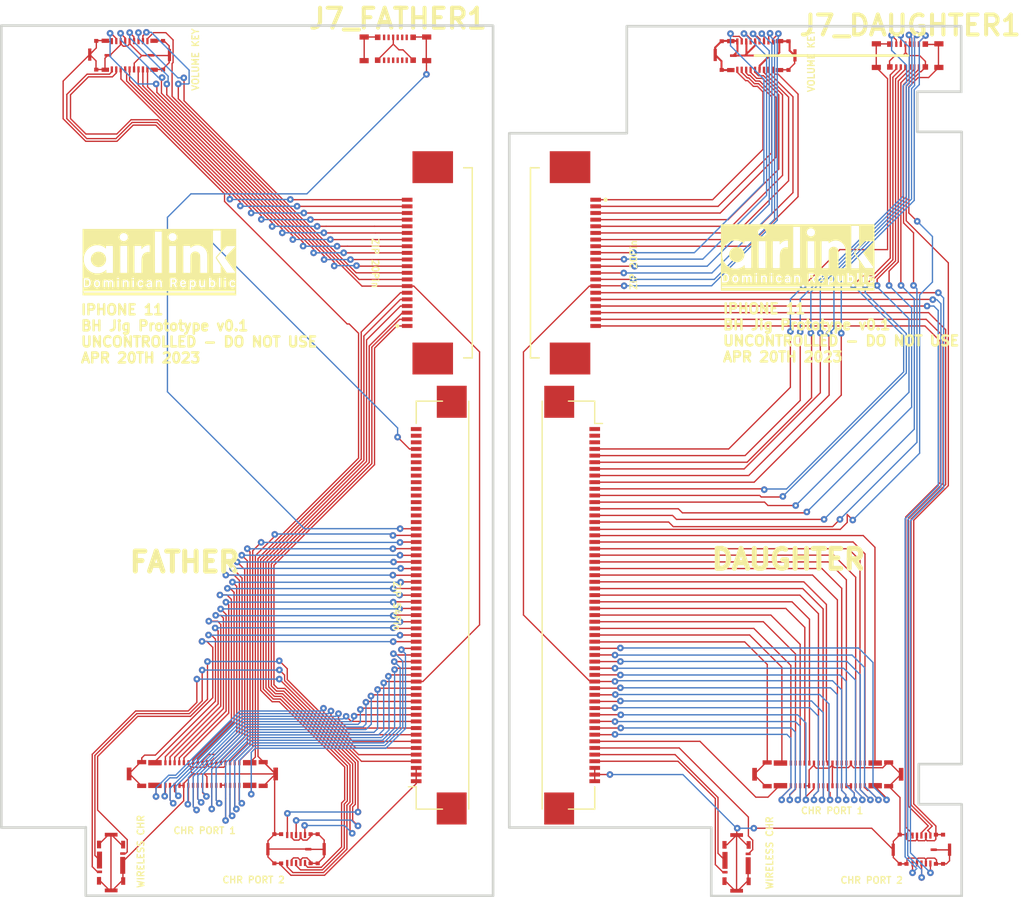
<source format=kicad_pcb>
(kicad_pcb (version 20221018) (generator pcbnew)
  (layers (0 "F.Cu" signal) (31 "B.Cu" signal) (34 "B.Paste" user) (35 "F.Paste" user) (36 "B.SilkS" user "B.Silkscreen") (37 "F.SilkS" user "F.Silkscreen") (38 "B.Mask" user) (39 "F.Mask" user) (44 "Edge.Cuts" user))
  (net 0 "")
  (net 1 "COIL_TO_SPKRAMP_BOT_VSENSE_NEG_CONN-D")
  (net 2 "COIL_TO_SPKRAMP_BOT_VSENSE_POS_CONN-D")
  (net 3 "PP_CODEC_TO_MIC1_LOWER_BIAS_CONN-D")
  (net 4 "LOWERMIC1_TO_CODEC_BIAS_FILT_RET-D")
  (net 5 "MIC1_LOWER_TO_CODEC_AIN1_CONN_N-D")
  (net 6 "MIC1_LOWER_TO_CODEC_AIN1_CONN_P-D")
  (net 7 "GND")
  (net 8 "MIKEYBUS_REFERENCE-D")
  (net 9 "CON_DETECT_E75_TO_HYDRA_CONN_L-D")
  (net 10 "90_HYDRA_DP2_CONN_P-D")
  (net 11 "90_HYDRA_DP2_CONN_N-D")
  (net 12 "I2C1_AOP_AMPS_FROM_CODEC_ASP2_LRCLK_CONN-D")
  (net 13 "90_HYDRA_DP1_CONN_N-D")
  (net 14 "I2C1_AOP_AMPS_FROM_CODEC_ASP2_BCLK_CONN-D")
  (net 15 "90_HYDRA_DP1_CONN_P-D")
  (net 16 "I2C1_AOP_FROM_AMPS_CODEC_ASP2_DIN_CONN-D")
  (net 17 "GPIO_K2_TO_AOP_INT_CONN_L-D")
  (net 18 "I2C1_AOP_BI_SAK_K2_SDA_CONN-D")
  (net 19 "I2C1_AOP_SCL-D")
  (net 20 "PP1V8_SAK_K2_S2_CONN-D")
  (net 21 "PP_HYDRA_ACC2_CONN-D")
  (net 22 "PP_HYDRA_ACC1_CONN-D")
  (net 23 "MIC4_LOWER_TO_CODEC_AIN4_CONN_N-D")
  (net 24 "SOLENOID_TO_ARC_VSENSE_NEG_CONN-D")
  (net 25 "PP_CODEC_TO_MIC4_LOWER_BIAS_CONN-D")
  (net 26 "LOWERMIC4_TO_CODEC_BIAS_FILT_RET-D")
  (net 27 "SOLENOID_TO_ARC_VSENSE_POS_CONN-D")
  (net 28 "ARC_TO_SOLENOID_OUT_NEG-D")
  (net 29 "SPKRAMP_BOT_TO_COIL_OUT_NEG-D")
  (net 30 "SPKRAMP_BOT_TO_COIL_OUT_POS-D")
  (net 31 "ARC_TO_SOLENOID_OUT_POS-D")
  (net 32 "PP_VBUS1_E75-D")
  (net 33 "COIL_TO_SPKRAMP_BOT_VSENSE_NEG_CONN")
  (net 34 "COIL_TO_SPKRAMP_BOT_VSENSE_POS_CONN")
  (net 35 "PP_CODEC_TO_MIC1_LOWER_BIAS_CONN")
  (net 36 "LOWERMIC1_TO_CODEC_BIAS_FILT_RET")
  (net 37 "MIC1_LOWER_TO_CODEC_AIN1_CONN_N")
  (net 38 "MIC1_LOWER_TO_CODEC_AIN1_CONN_P")
  (net 39 "MIKEYBUS_REFERENCE")
  (net 40 "CON_DETECT_E75_TO_HYDRA_CONN_L")
  (net 41 "90_HYDRA_DP2_CONN_P")
  (net 42 "90_HYDRA_DP2_CONN_N")
  (net 43 "I2C1_AOP_AMPS_FROM_CODEC_ASP2_LRCLK_CONN")
  (net 44 "90_HYDRA_DP1_CONN_N")
  (net 45 "I2C1_AOP_AMPS_FROM_CODEC_ASP2_BCLK_CONN")
  (net 46 "90_HYDRA_DP1_CONN_P")
  (net 47 "I2C1_AOP_FROM_AMPS_CODEC_ASP2_DIN_CONN")
  (net 48 "GPIO_K2_TO_AOP_INT_CONN_L")
  (net 49 "I2C1_AOP_BI_SAK_K2_SDA_CONN")
  (net 50 "I2C1_AOP_SCL")
  (net 51 "PP1V8_SAK_K2_S2_CONN")
  (net 52 "PP_HYDRA_ACC2_CONN")
  (net 53 "PP_HYDRA_ACC1_CONN")
  (net 54 "MIC4_LOWER_TO_CODEC_AIN4_CONN_N")
  (net 55 "PP_CODEC_TO_MIC4_LOWER_BIAS_CONN")
  (net 56 "LOWERMIC4_TO_CODEC_BIAS_FILT_RET")
  (net 57 "SOLENOID_TO_ARC_VSENSE_POS_CONN")
  (net 58 "ARC_TO_SOLENOID_OUT_NEG")
  (net 59 "SPKRAMP_BOT_TO_COIL_OUT_NEG")
  (net 60 "SPKRAMP_BOT_TO_COIL_OUT_POS")
  (net 61 "ARC_TO_SOLENOID_OUT_POS")
  (net 62 "PP_VBUS1_E75")
  (net 63 "50_ANT5-D")
  (net 64 "50_ANT1-D")
  (net 65 "50_ANT3-D")
  (net 66 "LAT_SUBUS_B_B2B-D")
  (net 67 "VDD_LAT_GPO_B2B-D")
  (net 68 "LAT_SUBUS_A_B2B-D")
  (net 69 "50_ANT5")
  (net 70 "50_ANT1")
  (net 71 "50_ANT3")
  (net 72 "LAT_SUBUS_B_B2B")
  (net 73 "VDD_LAT_GPO_B2B")
  (net 74 "LAT_SUBUS_A_B2B")
  (net 75 "PP_BATT_VCC_YANGTZE-D")
  (net 76 "I2C2_SMC_BI_GG_SDA_CONN-D")
  (net 77 "I2C2_SMC_TO_GG_SCL_CONN-D")
  (net 78 "PP_BATT_VCC_YANGTZE")
  (net 79 "I2C2_SMC_BI_GG_SDA_CONN")
  (net 80 "I2C2_SMC_TO_GG_SCL_CONN")
  (net 81 "UAT_SUBUS_A_B2B-D")
  (net 82 "R1_TUNER_GPO2_CONN-D")
  (net 83 "PP_VDD_BTPA3V3_CONN-D")
  (net 84 "R1_TUNER_GPO1_CONN-D")
  (net 85 "IO_BUTTON_VOL_UP_CONN_L-D")
  (net 86 "COMPASS_TO_AOP_INT_CONN-D")
  (net 87 "PP1V8_COMPASS_CONN-D")
  (net 88 "IO_BUTTON_RINGER_A_CONN-D")
  (net 89 "50_ANT4-D")
  (net 90 "50_ANT2-D")
  (net 91 "UAT_SUBUS_B_B2B-D")
  (net 92 "IO_BUTTON_VOL_DOWN_CONN_L-D")
  (net 93 "I2C1_AOP_SDA-D")
  (net 94 "UAT_SUBUS_A_B2B")
  (net 95 "R1_TUNER_GPO2_CONN")
  (net 96 "PP_VDD_BTPA3V3_CONN")
  (net 97 "R1_TUNER_GPO1_CONN")
  (net 98 "IO_BUTTON_VOL_UP_CONN_L")
  (net 99 "COMPASS_TO_AOP_INT_CONN")
  (net 100 "PP1V8_COMPASS_CONN")
  (net 101 "IO_BUTTON_RINGER_A_CONN")
  (net 102 "50_ANT4")
  (net 103 "50_ANT2")
  (net 104 "UAT_SUBUS_B_B2B")
  (net 105 "IO_BUTTON_VOL_DOWN_CONN_L")
  (net 106 "I2C1_AOP_SDA")
  (net 107 "MIC4_LOWER_TO_CODEC_AIN4_CONN_P")
  (net 108 "GND1")
  (net 110 "MIC4_LOWER_TO_CODEC_AIN4_CONN_P-D")
  (net 111 "SOLENOID_TO_ARC_VSENSE_NEG_CONN")
  (net 113 "IO_BUTTON_SIDE_L_CONN-D")
  (net 114 "PENROSE_IR_TO_CODEC_AIN5_P_CONN-D")
  (net 115 "REARMIC2_TO_CODEC_AIN2_CONN_N-D")
  (net 116 "PENROSE_VIS_TO_CODEC_AIN6_P_CONN-D")
  (net 117 "REARMIC2_TO_CODEC_AIN2_CONN_P-D")
  (net 118 "PP _CODEC_TO_REARMIC2_BIAS_CONN-D")
  (net 119 "NTC_STROBE_MODULE_CONN-D")
  (net 120 "REARMIC2_TO_CODEC_BIAS_FILT_RET-D")
  (net 121 "I2C1_AP_SDA-D")
  (net 122 "PP_PENROSE_SVDD_CONN-D")
  (net 123 "I2C1_AP_SCL-D")
  (net 124 "PP_STROBE_DRIVER_WARM_LED-D")
  (net 125 "PP_STROBE_DRIVER_COOL_LED-D")
  (net 126 "IO_BUTTON_SIDE_L_CONN")
  (net 127 "PENROSE_IR_TO_CODEC_AIN5_P_CONN")
  (net 128 "REARMIC2_TO_CODEC_AIN2_CONN_N")
  (net 129 "PENROSE_VIS_TO_CODEC_AIN6_P_CONN")
  (net 130 "REARMIC2_TO_CODEC_AIN2_CONN_P")
  (net 131 "PP _CODEC_TO_REARMIC2_BIAS_CONN")
  (net 132 "NTC_STROBE_MODULE_CONN")
  (net 133 "REARMIC2_TO_CODEC_BIAS_FILT_RET")
  (net 134 "I2C1_AP_SDA")
  (net 135 "PP_PENROSE_SVDD_CONN")
  (net 136 "I2C1_AP_SCL")
  (net 137 "PP_STROBE_DRIVER_WARM_LED")
  (net 138 "PP_STROBE_DRIVER_COOL_LED")
  (net 139 "unconnected-(J5_DAUGTHER1-Pin_1-Pad1)")
  (net 140 "unconnected-(J5_DAUGTHER1-Pin_2-Pad2)")
  (net 141 "unconnected-(J5_DAUGTHER1-Pin_3-Pad3)")
  (footprint "IP11 Footprints KICAD:IP11_J8200_13_PCBA_CHARGING_CONNECTOR_1" (layer "F.Cu") (at 166.37 80.7212)
    (fp_text reference "J1_FATHER1" hide)
    (fp_text value "CHARGING PORT CONNECTOR 1 - PCBA FEMALE" hide)
  )
  (footprint "IP11 Footprints KICAD:IP11_J-LAT-K_14_PCBA_CHARGING_CONNECTOR_2" (layer "F.Cu") (at 220.4438 86.416)
    (fp_text reference "J2_DAUGTHER1" hide)
    (fp_text value "CHARGING PORT CONNECTOR 2 - FLEX MALE" hide)
  )
  (footprint "MountingHole:MountingHole_2.2mm_M2_ISO7380" (layer "F.Cu") (at 174.5234 81.407)
    (fp_text reference "REF**" hide)
    (fp_text value "MountingHole_2.2mm_M2_ISO7380" hide)
  )
  (footprint "IP11 Footprints KICAD:ZIF 20pin" (layer "F.Cu") (at 193.2036 42.2656 -90)
    (fp_text reference "J6_DAUGTHER1" hide)
    (fp_text value "Conn_02x10_Counter_Clockwise" hide)
  )
  (footprint "IP11 Footprints KICAD:IP11_J7100_7_PCBA_WIRELESS_CHARGER_CONNECTOR" (layer "F.Cu") (at 206.5438 87.416 90)
    (fp_text reference "J3_DAUGHTER1" hide)
    (fp_text value "WIRELESS CHARGER CONNECTOR - FLEX MALE" hide)
  )
  (footprint "MountingHole:MountingHole_2.2mm_M2_ISO7380" (layer "F.Cu") (at 206.0448 30.48)
    (fp_text reference "REF**" hide)
    (fp_text value "MountingHole_2.2mm_M2_ISO7380" hide)
  )
  (footprint "IP11 Footprints KICAD:airlink_footprint" (layer "F.Cu") (at 211.1502 41.8592)
    (fp_text reference "G***" hide)
    (fp_text value "LOGO" hide)
  )
  (footprint "IP11 Footprints KICAD:airlink_footprint" (layer "F.Cu") (at 163.1442 42.2148)
    (fp_text reference "G***" hide)
    (fp_text value "LOGO" hide)
  )
  (footprint "IP11 Footprints KICAD:IP11_J-LAT-K_14_PCBA_CHARGING_CONNECTOR_2" (layer "F.Cu") (at 173.4114 86.3768)
    (fp_text reference "J2_FATHER1" hide)
    (fp_text value "CHARGING PORT CONNECTOR 2 - PCBA FEMALE" hide)
  )
  (footprint "IP11 Footprints KICAD:IP11_J-UAT-K_1_PCBA_VOLUME_KEY_CONNECTOR" (layer "F.Cu") (at 160.903 26.6406)
    (fp_text reference "J4_FATHER1" hide)
    (fp_text value "VOLUME KEY CONNECTOR - PCBA FEMALE" hide)
  )
  (footprint "MountingHole:MountingHole_2.2mm_M2_ISO7380" (layer "F.Cu") (at 174.7266 30.8864)
    (fp_text reference "REF**" hide)
    (fp_text value "MountingHole_2.2mm_M2_ISO7380" hide)
  )
  (footprint "IP11 Footprints KICAD:IP11_J7700_9_PCBA_POWER_KEY_FLEX_CONNECTOR" (layer "F.Cu") (at 180.8966 26.161)
    (fp_text reference "J7_FATHER1")
    (fp_text value "POWER KEY CONNECTOR - PCBA FEMALE" hide)
  )
  (footprint "IP11 Footprints KICAD:IP11_J-UAT-K_1_PCBA_VOLUME_KEY_CONNECTOR" (layer "F.Cu") (at 207.9438 26.666)
    (fp_text reference "J4_DAUGTHER1" hide)
    (fp_text value "VOLUME KEY CONNECTOR -  FLEX MALE" hide)
  )
  (footprint "MountingHole:MountingHole_2.2mm_M2_ISO7380" (layer "F.Cu") (at 159.004 30.4546)
    (fp_text reference "REF**" hide)
    (fp_text value "MountingHole_2.2mm_M2_ISO7380" hide)
  )
  (footprint "IP11 Footprints KICAD:IP11_J7700_9_PCBA_POWER_KEY_FLEX_CONNECTOR" (layer "F.Cu") (at 219.4174 26.6718)
    (fp_text reference "J7_DAUGHTER1")
    (fp_text value "POWER KEY CONNECTOR - FLEX MALE" hide)
  )
  (footprint "IP11 Footprints KICAD:ZIF 20pin" (layer "F.Cu") (at 184.528 42.2656 90)
    (fp_text reference "J6_FATHER1" hide)
    (fp_text value "Conn_02x10_Counter_Clockwise" hide)
  )
  (footprint "IP11 Footprints KICAD:IP11_J8200_13_PCBA_CHARGING_CONNECTOR_1" (layer "F.Cu") (at 213.4108 80.7466)
    (fp_text reference "J1_DAUGTHER1" hide)
    (fp_text value "CHARGING PORT CONNECTOR 1 - FLEX MALE" hide)
  )
  (footprint "IP11 Footprints KICAD:ZIF 54pin" (layer "F.Cu") (at 182.4574 68.0237 90)
    (fp_text reference "J5_FATHER1" hide)
    (fp_text value "Conn_02x27_Counter_Clockwise_MountingPin" hide)
  )
  (footprint "IP11 Footprints KICAD:IP11_J7100_7_PCBA_WIRELESS_CHARGER_CONNECTOR" (layer "F.Cu") (at 159.503 87.3906 90)
    (fp_text reference "J3_FATHER1" hide)
    (fp_text value "WIRELESS CHARGER CONNECTOR - PCBA FEMALE" hide)
  )
  (footprint "IP11 Footprints KICAD:ZIF 54pin" (layer "F.Cu") (at 195.8848 68.0212 -90)
    (fp_text reference "J5_DAUGTHER1" hide)
    (fp_text value "Conn_02x27_Counter_Clockwise_MountingPin" hide)
  )
  (gr_line (start 207.9402 26.67) (end 219.4402 26.67) (stroke (width 0.2)) (layer "F.SilkS"))
  (gr_poly (pts (xy 220.1418 29.3878) (xy 223.4438 29.3878) (xy 223.4438 24.4602) (xy 198.2978 24.4602) (xy 198.2978 32.512) (xy 189.4586 32.512) (xy 189.4586 84.7598) (xy 204.6478 84.7598) (xy 204.6478 89.916) (xy 223.4819 89.916) (xy 223.4819 83.0072) (xy 220.2561 83.0072) (xy 220.2561 79.9846) (xy 223.4819 79.9846) (xy 223.4819 32.4104) (xy 220.1418 32.4104)) (stroke (width 0.2)) (fill none) (layer "Edge.Cuts"))
  (gr_poly (pts (xy 188.2394 89.8906) (xy 188.2394 24.4348) (xy 188.214 24.4094) (xy 151.257 24.4094) (xy 151.257 84.7598) (xy 157.5816 84.7598) (xy 157.607 84.7344) (xy 157.607 89.8906)) (stroke (width 0.2)) (fill none) (layer "Edge.Cuts"))
  (gr_text "IPHONE 11\nBH Jig Prototype v0.1\nUNCONTROLLED - DO NOT USE\nAPR 20TH 2023" (at 205.4352 49.784) (layer "F.SilkS") (effects (font (size 0.75 0.75) (thickness 0.1875) bold) (justify left bottom)))
  (gr_text "FATHER\n" (at 160.7312 65.659) (layer "F.SilkS") (effects (font (size 1.5 1.5) (thickness 0.375) bold) (justify left bottom)))
  (gr_text "DAUGHTER" (at 204.4954 65.4558) (layer "F.SilkS") (effects (font (size 1.5 1.5) (thickness 0.375) bold) (justify left bottom)))
  (gr_text "IPHONE 11\nBH Jig Prototype v0.1\nUNCONTROLLED - DO NOT USE\nAPR 20TH 2023" (at 157.1498 49.8602) (layer "F.SilkS") (effects (font (size 0.75 0.75) (thickness 0.1875) bold) (justify left bottom)))
  (segment (start 197.387 77.7712) (end 195.8848 77.7712) (width 0.1) (layer "F.Cu") (net 1))
  (segment (start 210.6358 81.769) (end 210.6358 81.5966) (width 0.1) (layer "F.Cu") (net 1))
  (segment (start 209.94679 82.677) (end 209.94679 82.45801) (width 0.1) (layer "F.Cu") (net 1))
  (segment (start 197.4088 77.7494) (end 197.387 77.7712) (width 0.1) (layer "F.Cu") (net 1))
  (segment (start 209.94679 82.45801) (end 210.6358 81.769) (width 0.1) (layer "F.Cu") (net 1))
  (via (at 209.94679 82.677) (size 0.5) (drill 0.2) (layers "F.Cu" "B.Cu") (net 1))
  (via (at 197.4088 77.7494) (size 0.5) (drill 0.2) (layers "F.Cu" "B.Cu") (net 1))
  (segment (start 197.4088 77.7494) (end 210.3374 77.7494) (width 0.1) (layer "B.Cu") (net 1))
  (segment (start 210.6422 78.0542) (end 210.6422 81.7626) (width 0.1) (layer "B.Cu") (net 1))
  (segment (start 209.94679 82.45801) (end 209.94679 82.677) (width 0.1) (layer "B.Cu") (net 1))
  (segment (start 210.6422 81.7626) (end 209.94679 82.45801) (width 0.1) (layer "B.Cu") (net 1))
  (segment (start 210.3374 77.7494) (end 210.6422 78.0542) (width 0.1) (layer "B.Cu") (net 1))
  (segment (start 210.6358 72.5614) (end 207.8482 69.7738) (width 0.1) (layer "F.Cu") (net 2))
  (segment (start 210.6358 79.8966) (end 210.6358 72.5614) (width 0.1) (layer "F.Cu") (net 2))
  (segment (start 207.8482 69.7738) (end 195.8874 69.7738) (width 0.1) (layer "F.Cu") (net 2))
  (segment (start 195.8874 69.7738) (end 195.8848 69.7712) (width 0.1) (layer "F.Cu") (net 2))
  (segment (start 197.8406 77.2668) (end 197.8362 77.2712) (width 0.1) (layer "F.Cu") (net 3))
  (segment (start 210.9858 81.872757) (end 210.9858 81.6216) (width 0.1) (layer "F.Cu") (net 3))
  (segment (start 197.8362 77.2712) (end 195.8848 77.2712) (width 0.1) (layer "F.Cu") (net 3))
  (segment (start 210.553221 82.305336) (end 210.9858 81.872757) (width 0.1) (layer "F.Cu") (net 3))
  (segment (start 210.553221 82.677) (end 210.553221 82.305336) (width 0.1) (layer "F.Cu") (net 3))
  (via (at 210.553221 82.677) (size 0.5) (drill 0.2) (layers "F.Cu" "B.Cu") (net 3))
  (via (at 197.8406 77.2668) (size 0.5) (drill 0.2) (layers "F.Cu" "B.Cu") (net 3))
  (segment (start 210.6676 77.2668) (end 210.9724 77.5716) (width 0.1) (layer "B.Cu") (net 3))
  (segment (start 210.553221 82.257979) (end 210.553221 82.677) (width 0.1) (layer "B.Cu") (net 3))
  (segment (start 210.9724 81.8388) (end 210.553221 82.257979) (width 0.1) (layer "B.Cu") (net 3))
  (segment (start 197.8406 77.2668) (end 210.6676 77.2668) (width 0.1) (layer "B.Cu") (net 3))
  (segment (start 210.9724 77.5716) (end 210.9724 81.8388) (width 0.1) (layer "B.Cu") (net 3))
  (segment (start 210.9858 79.8966) (end 210.9858 71.6922) (width 0.1) (layer "F.Cu") (net 4))
  (segment (start 195.9048 69.2912) (end 195.8848 69.2712) (width 0.1) (layer "F.Cu") (net 4))
  (segment (start 208.5648 69.2712) (end 195.8848 69.2712) (width 0.1) (layer "F.Cu") (net 4))
  (segment (start 210.9858 71.6922) (end 208.5648 69.2712) (width 0.1) (layer "F.Cu") (net 4))
  (segment (start 197.3958 76.7712) (end 195.8848 76.7712) (width 0.1) (layer "F.Cu") (net 5))
  (segment (start 211.159652 82.677) (end 211.3358 82.500852) (width 0.1) (layer "F.Cu") (net 5))
  (segment (start 197.4088 76.7842) (end 197.3958 76.7712) (width 0.1) (layer "F.Cu") (net 5))
  (segment (start 211.3358 82.500852) (end 211.3358 81.6216) (width 0.1) (layer "F.Cu") (net 5))
  (via (at 211.159652 82.677) (size 0.5) (drill 0.2) (layers "F.Cu" "B.Cu") (net 5))
  (via (at 197.4088 76.7842) (size 0.5) (drill 0.2) (layers "F.Cu" "B.Cu") (net 5))
  (segment (start 211.328 82.508652) (end 211.159652 82.677) (width 0.1) (layer "B.Cu") (net 5))
  (segment (start 211.328 77.1398) (end 211.328 82.508652) (width 0.1) (layer "B.Cu") (net 5))
  (segment (start 210.9724 76.7842) (end 211.328 77.1398) (width 0.1) (layer "B.Cu") (net 5))
  (segment (start 197.4088 76.7842) (end 210.9724 76.7842) (width 0.1) (layer "B.Cu") (net 5))
  (segment (start 195.8848 68.7712) (end 209.1316 68.7712) (width 0.1) (layer "F.Cu") (net 6))
  (segment (start 209.1316 68.7712) (end 211.3358 70.9754) (width 0.1) (layer "F.Cu") (net 6))
  (segment (start 195.8992 68.7856) (end 195.8848 68.7712) (width 0.1) (layer "F.Cu") (net 6))
  (segment (start 211.3358 70.9754) (end 211.3358 79.8966) (width 0.1) (layer "F.Cu") (net 6))
  (segment (start 171.88 80.72577) (end 165.68875 80.72577) (width 0.1) (layer "F.Cu") (net 7))
  (segment (start 173.0864 87.1874) (end 173.0864 87.4268) (width 0.1) (layer "F.Cu") (net 7))
  (segment (start 182.4574 80.2737) (end 182.4574 81.458926) (width 0.1) (layer "F.Cu") (net 7))
  (segment (start 159.053 27.7906) (end 159.053 26.8656) (width 0.1) (layer "F.Cu") (net 7))
  (segment (start 160.328 86.0906) (end 159.528 85.2906) (width 0.1) (layer "F.Cu") (net 7))
  (segment (start 173.629346 85.704654) (end 173.7864 85.5476) (width 0.1) (layer "F.Cu") (net 7))
  (segment (start 162.868569 31.9) (end 161.175684 31.9) (width 0.1) (layer "F.Cu") (net 7))
  (segment (start 166.001848 80.72577) (end 165.68875 80.72577) (width 0.1) (layer "F.Cu") (net 7))
  (segment (start 163.853 26.6656) (end 163.878 26.6406) (width 0.1) (layer "F.Cu") (net 7))
  (segment (start 170.95 81.6212) (end 170.98457 81.6212) (width 0.1) (layer "F.Cu") (net 7))
  (segment (start 182.4574 81.458926) (end 175.568326 88.348) (width 0.1) (layer "F.Cu") (net 7))
  (segment (start 168.043537 37.639949) (end 168.043537 37.074968) (width 0.1) (layer "F.Cu") (net 7))
  (segment (start 158.978 27.7156) (end 159.053 27.7906) (width 0.1) (layer "F.Cu") (net 7))
  (segment (start 175.568326 88.348) (end 173.0316 88.348) (width 0.1) (layer "F.Cu") (net 7))
  (segment (start 174.5114 85.2518) (end 175.0864 85.2518) (width 0.1) (layer "F.Cu") (net 7))
  (segment (start 170.561 79.40677) (end 170.561 64.520748) (width 0.1) (layer "F.Cu") (net 7))
  (segment (start 158.378 27.7156) (end 158.978 27.7156) (width 0.1) (layer "F.Cu") (net 7))
  (segment (start 160.903 25.787) (end 160.903 25.5906) (width 0.1) (layer "F.Cu") (net 7))
  (segment (start 182.2366 27.011) (end 182.2366 27.006421) (width 0.1) (layer "F.Cu") (net 7))
  (segment (start 173.569689 87.044139) (end 173.229661 87.044139) (width 0.1) (layer "F.Cu") (net 7))
  (segment (start 168.043537 37.074968) (end 162.868569 31.9) (width 0.1) (layer "F.Cu") (net 7))
  (segment (start 172.2864 87.4518) (end 171.7864 87.4518) (width 0.1) (layer "F.Cu") (net 7))
  (segment (start 173.27715 85.704654) (end 173.629346 85.704654) (width 0.1) (layer "F.Cu") (net 7))
  (segment (start 174.5114 87.4518) (end 174.5114 87.312747) (width 0.1) (layer "F.Cu") (net 7))
  (segment (start 181.1656 26.24) (end 180.7366 25.811) (width 0.1) (layer "F.Cu") (net 7))
  (segment (start 165.68875 80.72577) (end 164.97 81.44452) (width 0.1) (layer "F.Cu") (net 7))
  (segment (start 175.0864 85.2518) (end 175.5364 85.7018) (width 0.1) (layer "F.Cu") (net 7))
  (segment (start 167.986421 80.222379) (end 168.12 80.0888) (width 0.1) (layer "F.Cu") (net 7))
  (segment (start 177.266588 46.863) (end 168.043537 37.639949) (width 0.1) (layer "F.Cu") (net 7))
  (segment (start 161.253 27.2404) (end 161.8278 26.6656) (width 0.1) (layer "F.Cu") (net 7))
  (segment (start 160.729068 25.960932) (end 160.903 25.787) (width 0.1) (layer "F.Cu") (net 7))
  (segment (start 159.4398 26.6406) (end 160.253 25.8274) (width 0.1) (layer "F.Cu") (net 7))
  (segment (start 163.878 26.6406) (end 163.878 25.9406) (width 0.1) (layer "F.Cu") (net 7))
  (segment (start 173.229661 87.044139) (end 173.0864 87.1874) (width 0.1) (layer "F.Cu") (net 7))
  (segment (start 160.253 25.8274) (end 160.253 25.5906) (width 0.1) (layer "F.Cu") (net 7))
  (segment (start 163.403 27.7156) (end 162.778 27.7156) (width 0.1) (layer "F.Cu") (net 7))
  (segment (start 173.7614 87.4268) (end 173.7614 87.23585) (width 0.1) (layer "F.Cu") (net 7))
  (segment (start 175.5364 86.4018) (end 174.3614 86.4018) (width 0.1) (layer "F.Cu") (net 7))
  (segment (start 174.242792 85.704654) (end 173.943454 85.704654) (width 0.1) (layer "F.Cu") (net 7))
  (segment (start 161.800374 26.6656) (end 162.478 26.6656) (width 0.1) (layer "F.Cu") (net 7))
  (segment (start 175.5364 85.7018) (end 175.5364 86.4018) (width 0.1) (layer "F.Cu") (net 7))
  (segment (start 158.378 27.0656) (end 158.378 27.7156) (width 0.1) (layer "F.Cu") (net 7))
  (segment (start 171.3114 86.4018) (end 171.3114 85.7518) (width 0.1) (layer "F.Cu") (net 7))
  (segment (start 171.8114 85.2518) (end 171.8114 80.79437) (width 0.1) (layer "F.Cu") (net 7))
  (segment (start 175.0614 87.4518) (end 174.5114 87.4518) (width 0.1) (layer "F.Cu") (net 7))
  (segment (start 170.98457 81.6212) (end 171.88 80.72577) (width 0.1) (layer "F.Cu") (net 7))
  (segment (start 173.7864 85.5476) (end 173.7864 85.3268) (width 0.1) (layer "F.Cu") (net 7))
  (segment (start 174.5114 85.2518) (end 174.5114 85.436046) (width 0.1) (layer "F.Cu") (net 7))
  (segment (start 166.589421 80.222379) (end 166.72 80.0918) (width 0.1) (layer "F.Cu") (net 7))
  (segment (start 160.403 88.6906) (end 160.378 88.7156) (width 0.1) (layer "F.Cu") (net 7))
  (segment (start 166.920136 80.222379) (end 167.986421 80.222379) (width 0.1) (layer "F.Cu") (net 7))
  (segment (start 158.603 88.6906) (end 159.378 89.4656) (width 0.1) (layer "F.Cu") (net 7))
  (segment (start 166.72 81.5962) (end 166.72 80.92337) (width 0.1) (layer "F.Cu") (net 7))
  (segment (start 159.528 85.2906) (end 159.328 85.2906) (width 0.1) (layer "F.Cu") (net 7))
  (segment (start 157.600358 33.1184) (end 155.9052 31.423242) (width 0.1) (layer "F.Cu") (net 7))
  (segment (start 165.32 79.8962) (end 165.32 80.01127) (width 0.1) (layer "F.Cu") (net 7))
  (segment (start 160.253 25.789242) (end 160.42469 25.960932) (width 0.1) (layer "F.Cu") (net 7))
  (segment (start 164.97 81.5962) (end 164.645 81.5962) (width 0.1) (layer "F.Cu") (net 7))
  (segment (start 166.72 79.8712) (end 166.72 80.022243) (width 0.1) (layer "F.Cu") (net 7))
  (segment (start 161.8278 26.6656) (end 162.478 26.6656) (width 0.1) (layer "F.Cu") (net 7))
  (segment (start 172.2864 87.6028) (end 172.2864 87.4518) (width 0.1) (layer "F.Cu") (net 7))
  (segment (start 174.3364 86.3768) (end 171.3364 86.3768) (width 0.1) (layer "F.Cu") (net 7))
  (segment (start 159.578 25.6156) (end 159.153 25.6156) (width 0.1) (layer "F.Cu") (net 7))
  (segment (start 164.97 82.7486) (end 164.97 81.5962) (width 0.1) (layer "F.Cu") (net 7))
  (segment (start 159.153 25.6156) (end 159.078 25.5406) (width 0.1) (layer "F.Cu") (net 7))
  (segment (start 159.053 26.8656) (end 159.278 26.6406) (width 0.1) (layer "F.Cu") (net 7))
  (segment (start 173.0316 88.348) (end 172.2864 87.6028) (width 0.1) (layer "F.Cu") (net 7))
  (segment (start 158.403 25.5406) (end 158.403 26.0906) (width 0.1) (layer "F.Cu") (net 7))
  (segment (start 171.3364 86.3768) (end 171.3114 86.4018) (width 0.1) (layer "F.Cu") (net 7))
  (segment (start 174.5114 87.312747) (end 174.242792 87.044139) (width 0.1) (layer "F.Cu") (net 7))
  (segment (start 160.253 25.5906) (end 160.253 25.789242) (width 0.1) (layer "F.Cu") (net 7))
  (segment (start 174.5114 85.436046) (end 174.242792 85.704654) (width 0.1) (layer "F.Cu") (net 7))
  (segment (start 163.503 25.5656) (end 162.728 25.5656) (width 0.1) (layer "F.Cu") (net 7))
  (segment (start 159.278 26.6406) (end 159.4398 26.6406) (width 0.1) (layer "F.Cu") (net 7))
  (segment (start 181.470179 26.24) (end 181.1656 26.24) (width 0.1) (layer "F.Cu") (net 7))
  (segment (start 160.403 87.3156) (end 164.97 82.7486) (width 0.1) (layer "F.Cu") (net 7))
  (segment (start 159.078 25.5406) (end 158.403 25.5406) (width 0.1) (layer "F.Cu") (net 7))
  (segment (start 174.242792 87.044139) (end 173.915461 87.044139) (width 0.1) (layer "F.Cu") (net 7))
  (segment (start 173.0864 85.513904) (end 173.27715 85.704654) (width 0.1) (layer "F.Cu") (net 7))
  (segment (start 178.124 47.568) (end 177.419 46.863) (width 0.1) (layer "F.Cu") (net 7))
  (segment (start 159.328 85.2906) (end 158.603 86.0156) (width 0.1) (layer "F.Cu") (net 7))
  (segment (start 171.87457 80.72577) (end 170.97 79.8212) (width 0.1) (layer "F.Cu") (net 7))
  (segment (start 171.8114 85.2518) (end 172.3114 85.2518) (width 0.1) (layer "F.Cu") (net 7))
  (segment (start 163.403 27.6908) (end 163.3982 27.686) (width 0.1) (layer "F.Cu") (net 7))
  (segment (start 157.903 26.5906) (end 158.378 27.0656) (width 0.1) (layer "F.Cu") (net 7))
  (segment (start 171.7864 87.4518) (end 171.3114 86.9768) (width 0.1) (layer "F.Cu") (net 7))
  (segment (start 182.2366 27.006421) (end 181.470179 26.24) (width 0.1) (layer "F.Cu") (net 7))
  (segment (start 155.9052 31.423242) (end 155.9052 28.5884) (width 0.1) (layer "F.Cu") (net 7))
  (segment (start 173.7614 87.1982) (end 173.7614 87.4268) (width 0.1) (layer "F.Cu") (net 7))
  (segment (start 158.403 26.0906) (end 157.903 26.5906) (width 0.1) (layer "F.Cu") (net 7))
  (segment (start 165.531109 80.568129) (end 165.68875 80.72577) (width 0.1) (layer "F.Cu") (net 7))
  (segment (start 171.3114 86.9768) (end 171.3114 86.4018) (width 0.1) (layer "F.Cu") (net 7))
  (segment (start 171.8114 80.79437) (end 171.88 80.72577) (width 0.1) (layer "F.Cu") (net 7))
  (segment (start 155.9052 28.5884) (end 158.1658 26.3278) (width 0.1) (layer "F.Cu") (net 7))
  (segment (start 170.561 64.520748) (end 178.124 56.957748) (width 0.1) (layer "F.Cu") (net 7))
  (segment (start 173.915461 87.044139) (end 173.7614 87.1982) (width 0.1) (layer "F.Cu") (net 7))
  (segment (start 162.478 26.6656) (end 163.853 26.6656) (width 0.1) (layer "F.Cu") (net 7))
  (segment (start 163.403 27.7156) (end 163.403 27.6908) (width 0.1) (layer "F.Cu") (net 7))
  (segment (start 163.878 27.2062) (end 163.878 26.6406) (width 0.1) (layer "F.Cu") (net 7))
  (segment (start 173.943454 85.704654) (end 173.7864 85.5476) (width 0.1) (layer "F.Cu") (net 7))
  (segment (start 161.253 27.7156) (end 161.253 27.2404) (width 0.1) (layer "F.Cu") (net 7))
  (segment (start 160.403 87.3156) (end 160.403 88.6906) (width 0.1) (layer "F.Cu") (net 7))
  (segment (start 159.503 89.4656) (end 159.503 85.3156) (width 0.1) (layer "F.Cu") (net 7))
  (segment (start 171.88 80.72577) (end 171.87457 80.72577) (width 0.1) (layer "F.Cu") (net 7))
  (segment (start 165.531109 80.222379) (end 165.531109 80.568129) (width 0.1) (layer "F.Cu") (net 7))
  (segment (start 174.3614 86.4018) (end 174.3364 86.3768) (width 0.1) (layer "F.Cu") (net 7))
  (segment (start 180.7366 25.811) (end 180.7366 25.311) (width 0.1) (layer "F.Cu") (net 7))
  (segment (start 165.32 80.01127) (end 165.531109 80.222379) (width 0.1) (layer "F.Cu") (net 7))
  (segment (start 159.503 85.3156) (end 159.528 85.2906) (width 0.1) (layer "F.Cu") (net 7))
  (segment (start 163.3982 27.686) (end 163.878 27.2062) (width 0.1) (layer "F.Cu") (net 7))
  (segment (start 173.7614 87.23585) (end 173.569689 87.044139) (width 0.1) (layer "F.Cu") (net 7))
  (segment (start 173.0864 85.3268) (end 173.0864 85.513904) (width 0.1) (layer "F.Cu") (net 7))
  (segment (start 163.878 25.9406) (end 163.503 25.5656) (width 0.1) (layer "F.Cu") (net 7))
  (segment (start 178.124 56.957748) (end 178.124 47.568) (width 0.1) (layer "F.Cu") (net 7))
  (segment (start 177.419 46.863) (end 177.266588 46.863) (width 0.1) (layer "F.Cu") (net 7))
  (segment (start 166.72 80.022243) (end 166.920136 80.222379) (width 0.1) (layer "F.Cu") (net 7))
  (segment (start 160.403 86.0906) (end 160.328 86.0906) (width 0.1) (layer "F.Cu") (net 7))
  (segment (start 175.5364 86.9768) (end 175.0614 87.4518) (width 0.1) (layer "F.Cu") (net 7))
  (segment (start 166.72 80.0918) (end 166.72 79.8712) (width 0.1) (layer "F.Cu") (net 7))
  (segment (start 160.903 25.768226) (end 161.800374 26.6656) (width 0.1) (layer "F.Cu") (net 7))
  (segment (start 160.42469 25.960932) (end 160.729068 25.960932) (width 0.1) (layer "F.Cu") (net 7))
  (segment (start 160.903 25.5906) (end 160.903 25.768226) (width 0.1) (layer "F.Cu") (net 7))
  (segment (start 159.503 89.4656) (end 159.628 89.4656) (width 0.1) (layer "F.Cu") (net 7))
  (segment (start 171.88 80.72577) (end 170.561 79.40677) (width 0.1) (layer "F.Cu") (net 7))
  (segment (start 168.12 80.0888) (end 168.12 79.8712) (width 0.1) (layer "F.Cu") (net 7))
  (segment (start 166.72 80.92337) (end 166.5224 80.72577) (width 0.1) (layer "F.Cu") (net 7))
  (segment (start 164.97 81.44452) (end 164.97 81.5962) (width 0.1) (layer "F.Cu") (net 7))
  (segment (start 159.957284 33.1184) (end 157.600358 33.1184) (width 0.1) (layer "F.Cu") (net 7))
  (segment (start 161.175684 31.9) (end 159.957284 33.1184) (width 0.1) (layer "F.Cu") (net 7))
  (segment (start 179.5366 27.011) (end 180.7366 25.811) (width 0.1) (layer "F.Cu") (net 7))
  (segment (start 171.3114 85.7518) (end 171.8114 85.2518) (width 0.1) (layer "F.Cu") (net 7))
  (segment (start 175.5364 86.4018) (end 175.5364 86.9768) (width 0.1) (layer "F.Cu") (net 7))
  (segment (start 159.628 89.4656) (end 160.378 88.7156) (width 0.1) (layer "F.Cu") (net 7))
  (segment (start 165.531109 80.222379) (end 166.589421 80.222379) (width 0.1) (layer "F.Cu") (net 7))
  (segment (start 159.378 89.4656) (end 159.503 89.4656) (width 0.1) (layer "F.Cu") (net 7))
  (segment (start 211.6858 69.6998) (end 210.2572 68.2712) (width 0.1) (layer "F.Cu") (net 8))
  (segment (start 195.8888 68.2752) (end 195.8848 68.2712) (width 0.1) (layer "F.Cu") (net 8))
  (segment (start 211.6858 79.9216) (end 211.6858 69.6998) (width 0.1) (layer "F.Cu") (net 8))
  (segment (start 210.2572 68.2712) (end 195.8848 68.2712) (width 0.1) (layer "F.Cu") (net 8))
  (segment (start 210.7224 67.7712) (end 212.0358 69.0846) (width 0.1) (layer "F.Cu") (net 9))
  (segment (start 212.0358 69.0846) (end 212.0358 79.9216) (width 0.1) (layer "F.Cu") (net 9))
  (segment (start 195.8848 67.7712) (end 210.7224 67.7712) (width 0.1) (layer "F.Cu") (net 9))
  (segment (start 195.8888 67.7672) (end 195.8848 67.7712) (width 0.1) (layer "F.Cu") (net 9))
  (segment (start 211.766083 82.677) (end 211.766083 82.442117) (width 0.1) (layer "F.Cu") (net 10))
  (segment (start 197.8356 76.2712) (end 195.8848 76.2712) (width 0.1) (layer "F.Cu") (net 10))
  (segment (start 211.766083 82.442117) (end 212.3608 81.8474) (width 0.1) (layer "F.Cu") (net 10))
  (segment (start 197.8406 76.2762) (end 197.8356 76.2712) (width 0.1) (layer "F.Cu") (net 10))
  (segment (start 212.3608 81.8474) (end 212.3608 81.6216) (width 0.1) (layer "F.Cu") (net 10))
  (via (at 197.8406 76.2762) (size 0.5) (drill 0.2) (layers "F.Cu" "B.Cu") (net 10))
  (via (at 211.766083 82.677) (size 0.5) (drill 0.2) (layers "F.Cu" "B.Cu") (net 10))
  (segment (start 197.8406 76.2762) (end 211.1502 76.2762) (width 0.1) (layer "B.Cu") (net 10))
  (segment (start 211.766083 76.892083) (end 211.766083 82.677) (width 0.1) (layer "B.Cu") (net 10))
  (segment (start 211.1502 76.2762) (end 211.766083 76.892083) (width 0.1) (layer "B.Cu") (net 10))
  (segment (start 212.7108 81.998514) (end 212.7108 81.6216) (width 0.1) (layer "F.Cu") (net 11))
  (segment (start 197.4088 75.7428) (end 197.3804 75.7712) (width 0.1) (layer "F.Cu") (net 11))
  (segment (start 212.372514 82.3368) (end 212.7108 81.998514) (width 0.1) (layer "F.Cu") (net 11))
  (segment (start 212.372514 82.677) (end 212.372514 82.3368) (width 0.1) (layer "F.Cu") (net 11))
  (segment (start 197.3804 75.7712) (end 195.8848 75.7712) (width 0.1) (layer "F.Cu") (net 11))
  (via (at 212.372514 82.677) (size 0.5) (drill 0.2) (layers "F.Cu" "B.Cu") (net 11))
  (via (at 197.4088 75.7428) (size 0.5) (drill 0.2) (layers "F.Cu" "B.Cu") (net 11))
  (segment (start 212.6996 76.3778) (end 212.6996 82.009714) (width 0.1) (layer "B.Cu") (net 11))
  (segment (start 212.6996 82.009714) (end 212.372514 82.3368) (width 0.1) (layer "B.Cu") (net 11))
  (segment (start 212.372514 82.3368) (end 212.372514 82.677) (width 0.1) (layer "B.Cu") (net 11))
  (segment (start 212.0646 75.7428) (end 212.6996 76.3778) (width 0.1) (layer "B.Cu") (net 11))
  (segment (start 197.4088 75.7428) (end 212.0646 75.7428) (width 0.1) (layer "B.Cu") (net 11))
  (segment (start 195.8982 67.2846) (end 195.8848 67.2712) (width 0.1) (layer "F.Cu") (net 12))
  (segment (start 195.8848 67.2712) (end 211.3146 67.2712) (width 0.1) (layer "F.Cu") (net 12))
  (segment (start 211.3146 67.2712) (end 212.7108 68.6674) (width 0.1) (layer "F.Cu") (net 12))
  (segment (start 212.7108 68.6674) (end 212.7108 79.8966) (width 0.1) (layer "F.Cu") (net 12))
  (segment (start 197.7788 75.2712) (end 195.8848 75.2712) (width 0.1) (layer "F.Cu") (net 13))
  (segment (start 213.0806 82.575345) (end 213.0806 81.6164) (width 0.1) (layer "F.Cu") (net 13))
  (segment (start 197.8152 75.2348) (end 197.7788 75.2712) (width 0.1) (layer "F.Cu") (net 13))
  (segment (start 212.978945 82.677) (end 213.0806 82.575345) (width 0.1) (layer "F.Cu") (net 13))
  (via (at 197.8152 75.2348) (size 0.5) (drill 0.2) (layers "F.Cu" "B.Cu") (net 13))
  (via (at 212.978945 82.677) (size 0.5) (drill 0.2) (layers "F.Cu" "B.Cu") (net 13))
  (segment (start 197.8152 75.2348) (end 212.1916 75.2348) (width 0.1) (layer "B.Cu") (net 13))
  (segment (start 213.0806 82.575345) (end 212.978945 82.677) (width 0.1) (layer "B.Cu") (net 13))
  (segment (start 212.1916 75.2348) (end 213.0806 76.1238) (width 0.1) (layer "B.Cu") (net 13))
  (segment (start 213.0806 76.1238) (end 213.0806 82.575345) (width 0.1) (layer "B.Cu") (net 13))
  (segment (start 213.0608 68.3062) (end 211.5312 66.7766) (width 0.1) (layer "F.Cu") (net 14))
  (segment (start 211.5312 66.7766) (end 195.8902 66.7766) (width 0.1) (layer "F.Cu") (net 14))
  (segment (start 213.0608 79.8966) (end 213.0608 68.3062) (width 0.1) (layer "F.Cu") (net 14))
  (segment (start 195.8902 66.7766) (end 195.8848 66.7712) (width 0.1) (layer "F.Cu") (net 14))
  (segment (start 213.4108 81.958914) (end 213.585376 82.13349) (width 0.1) (layer "F.Cu") (net 15))
  (segment (start 213.585376 82.13349) (end 213.585376 82.677) (width 0.1) (layer "F.Cu") (net 15))
  (segment (start 213.4108 81.6216) (end 213.4108 81.958914) (width 0.1) (layer "F.Cu") (net 15))
  (segment (start 197.4152 74.7712) (end 195.8848 74.7712) (width 0.1) (layer "F.Cu") (net 15))
  (segment (start 197.4342 74.7522) (end 197.4152 74.7712) (width 0.1) (layer "F.Cu") (net 15))
  (via (at 213.585376 82.677) (size 0.5) (drill 0.2) (layers "F.Cu" "B.Cu") (net 15))
  (via (at 197.4342 74.7522) (size 0.5) (drill 0.2) (layers "F.Cu" "B.Cu") (net 15))
  (segment (start 212.8012 74.7522) (end 213.502738 75.453738) (width 0.1) (layer "B.Cu") (net 15))
  (segment (start 197.4342 74.7522) (end 212.8012 74.7522) (width 0.1) (layer "B.Cu") (net 15))
  (segment (start 213.502738 75.453738) (end 213.502738 82.620077) (width 0.1) (layer "B.Cu") (net 15))
  (segment (start 213.309597 67.970797) (end 211.61 66.2712) (width 0.1) (layer "F.Cu") (net 16))
  (segment (start 213.309597 79.795397) (end 213.309597 67.970797) (width 0.1) (layer "F.Cu") (net 16))
  (segment (start 195.9076 66.294) (end 195.8848 66.2712) (width 0.1) (layer "F.Cu") (net 16))
  (segment (start 213.4108 79.8966) (end 213.309597 79.795397) (width 0.1) (layer "F.Cu") (net 16))
  (segment (start 211.61 66.2712) (end 195.8848 66.2712) (width 0.1) (layer "F.Cu") (net 16))
  (segment (start 195.8848 74.2712) (end 197.7882 74.2712) (width 0.1) (layer "F.Cu") (net 17))
  (segment (start 214.191807 82.677) (end 214.1108 82.595993) (width 0.1) (layer "F.Cu") (net 17))
  (segment (start 197.7882 74.2712) (end 197.8152 74.2442) (width 0.1) (layer "F.Cu") (net 17))
  (segment (start 214.1108 82.595993) (end 214.1108 81.5966) (width 0.1) (layer "F.Cu") (net 17))
  (via (at 214.191807 82.677) (size 0.5) (drill 0.2) (layers "F.Cu" "B.Cu") (net 17))
  (via (at 197.8152 74.2442) (size 0.5) (drill 0.2) (layers "F.Cu" "B.Cu") (net 17))
  (segment (start 197.8152 74.2442) (end 213.614 74.2442) (width 0.1) (layer "B.Cu") (net 17))
  (segment (start 213.614 74.2442) (end 214.122 74.7522) (width 0.1) (layer "B.Cu") (net 17))
  (segment (start 214.122 82.607193) (end 214.191807 82.677) (width 0.1) (layer "B.Cu") (net 17))
  (segment (start 214.122 74.7522) (end 214.122 82.607193) (width 0.1) (layer "B.Cu") (net 17))
  (segment (start 195.8954 65.7606) (end 212.2678 65.7606) (width 0.1) (layer "F.Cu") (net 18))
  (segment (start 214.1358 67.6286) (end 214.1358 79.8966) (width 0.1) (layer "F.Cu") (net 18))
  (segment (start 195.8848 65.7712) (end 195.8954 65.7606) (width 0.1) (layer "F.Cu") (net 18))
  (segment (start 212.2678 65.7606) (end 214.1358 67.6286) (width 0.1) (layer "F.Cu") (net 18))
  (segment (start 198.0946 43.9928) (end 195.9764 43.9928) (width 0.1) (layer "F.Cu") (net 19))
  (segment (start 195.481 44.0156) (end 195.9536 44.0156) (width 0.1) (layer "F.Cu") (net 19))
  (segment (start 197.396549 73.7712) (end 195.8848 73.7712) (width 0.1) (layer "F.Cu") (net 19))
  (segment (start 195.9764 43.9928) (end 195.9536 44.0156) (width 0.1) (layer "F.Cu") (net 19))
  (segment (start 190.5254 68.7618) (end 190.5254 48.9712) (width 0.1) (layer "F.Cu") (net 19))
  (segment (start 214.4608 81.967514) (end 214.4608 81.6136) (width 0.1) (layer "F.Cu") (net 19))
  (segment (start 214.775906 82.524478) (end 214.775906 82.28262) (width 0.1) (layer "F.Cu") (net 19))
  (segment (start 197.406149 73.7616) (end 197.396549 73.7712) (width 0.1) (layer "F.Cu") (net 19))
  (segment (start 209.698001 25.019) (end 209.296 25.421001) (width 0.1) (layer "F.Cu") (net 19))
  (segment (start 195.8848 73.7712) (end 195.5348 73.7712) (width 0.1) (layer "F.Cu") (net 19))
  (segment (start 214.775906 82.28262) (end 214.4608 81.967514) (width 0.1) (layer "F.Cu") (net 19))
  (segment (start 209.296 25.421001) (end 209.296 25.5638) (width 0.1) (layer "F.Cu") (net 19))
  (segment (start 195.5348 73.7712) (end 190.5254 68.7618) (width 0.1) (layer "F.Cu") (net 19))
  (segment (start 190.5254 48.9712) (end 195.481 44.0156) (width 0.1) (layer "F.Cu") (net 19))
  (via (at 197.406149 73.7616) (size 0.5) (drill 0.2) (layers "F.Cu" "B.Cu") (net 19))
  (via (at 209.698001 25.019) (size 0.5) (drill 0.2) (layers "F.Cu" "B.Cu") (net 19))
  (via (at 198.0946 43.9928) (size 0.5) (drill 0.2) (layers "F.Cu" "B.Cu") (net 19))
  (via (at 214.798238 82.677) (size 0.5) (drill 0.2) (layers "F.Cu" "B.Cu") (net 19))
  (segment (start 197.406149 73.7616) (end 197.456949 73.7108) (width 0.1) (layer "B.Cu") (net 19))
  (segment (start 209.6102 25.454711) (end 209.6102 39.059243) (width 0.1) (layer "B.Cu") (net 19))
  (segment (start 209.698001 25.36691) (end 209.6102 25.454711) (width 0.1) (layer "B.Cu") (net 19))
  (segment (start 214.4522 81.958914) (end 214.775906 82.28262) (width 0.1) (layer "B.Cu") (net 19))
  (segment (start 204.676642 43.9928) (end 198.0946 43.9928) (width 0.1) (layer "B.Cu") (net 19))
  (segment (start 197.456949 73.7108) (end 213.7664 73.7108) (width 0.1) (layer "B.Cu") (net 19))
  (segment (start 209.6102 39.059243) (end 204.676642 43.9928) (width 0.1) (layer "B.Cu") (net 19))
  (segment (start 214.4522 74.3966) (end 214.4522 81.958914) (width 0.1) (layer "B.Cu") (net 19))
  (segment (start 213.7664 73.7108) (end 214.4522 74.3966) (width 0.1) (layer "B.Cu") (net 19))
  (segment (start 214.775906 82.28262) (end 214.775906 82.524478) (width 0.1) (layer "B.Cu") (net 19))
  (segment (start 209.698001 25.019) (end 209.698001 25.36691) (width 0.1) (layer "B.Cu") (net 19))
  (segment (start 214.4608 66.7598) (end 212.9722 65.2712) (width 0.1) (layer "F.Cu") (net 20))
  (segment (start 212.9722 65.2712) (end 195.8848 65.2712) (width 0.1) (layer "F.Cu") (net 20))
  (segment (start 214.4608 79.8966) (end 214.4608 66.7598) (width 0.1) (layer "F.Cu") (net 20))
  (segment (start 214.8358 81.6216) (end 214.8108 81.5966) (width 0.1) (layer "F.Cu") (net 21))
  (segment (start 197.8074 73.2712) (end 195.8848 73.2712) (width 0.1) (layer "F.Cu") (net 21))
  (segment (start 215.404669 82.677) (end 215.404669 82.155523) (width 0.1) (layer "F.Cu") (net 21))
  (segment (start 215.1608 81.6216) (end 214.8358 81.6216) (width 0.1) (layer "F.Cu") (net 21))
  (segment (start 197.8152 73.279) (end 197.8074 73.2712) (width 0.1) (layer "F.Cu") (net 21))
  (segment (start 215.404669 82.155523) (end 215.1608 81.911654) (width 0.1) (layer "F.Cu") (net 21))
  (segment (start 215.1608 81.911654) (end 215.1608 81.6216) (width 0.1) (layer "F.Cu") (net 21))
  (via (at 215.404669 82.677) (size 0.5) (drill 0.2) (layers "F.Cu" "B.Cu") (net 21))
  (via (at 197.8152 73.279) (size 0.5) (drill 0.2) (layers "F.Cu" "B.Cu") (net 21))
  (segment (start 214.3252 73.279) (end 214.8078 73.7616) (width 0.1) (layer "B.Cu") (net 21))
  (segment (start 215.404669 82.181669) (end 215.404669 82.677) (width 0.1) (layer "B.Cu") (net 21))
  (segment (start 197.8152 73.279) (end 214.3252 73.279) (width 0.1) (layer "B.Cu") (net 21))
  (segment (start 214.8078 73.7616) (end 214.8078 81.5848) (width 0.1) (layer "B.Cu") (net 21))
  (segment (start 214.8078 81.5848) (end 215.404669 82.181669) (width 0.1) (layer "B.Cu") (net 21))
  (segment (start 214.8108 66.1192) (end 214.8108 79.8966) (width 0.1) (layer "F.Cu") (net 22))
  (segment (start 195.8848 64.7712) (end 213.4628 64.7712) (width 0.1) (layer "F.Cu") (net 22))
  (segment (start 213.4628 64.7712) (end 214.8108 66.1192) (width 0.1) (layer "F.Cu") (net 22))
  (segment (start 197.4086 72.7712) (end 195.8848 72.7712) (width 0.1) (layer "F.Cu") (net 23))
  (segment (start 197.4088 72.771) (end 197.4086 72.7712) (width 0.1) (layer "F.Cu") (net 23))
  (segment (start 215.4858 81.953812) (end 215.4858 81.6216) (width 0.1) (layer "F.Cu") (net 23))
  (segment (start 215.971629 82.439641) (end 215.4858 81.953812) (width 0.1) (layer "F.Cu") (net 23))
  (via (at 216.0111 82.677) (size 0.5) (drill 0.2) (layers "F.Cu" "B.Cu") (net 23))
  (via (at 197.4088 72.771) (size 0.5) (drill 0.2) (layers "F.Cu" "B.Cu") (net 23))
  (segment (start 215.4936 73.66) (end 215.4936 81.961612) (width 0.1) (layer "B.Cu") (net 23))
  (segment (start 215.4936 81.961612) (end 215.971629 82.439641) (width 0.1) (layer "B.Cu") (net 23))
  (segment (start 214.6046 72.771) (end 215.4936 73.66) (width 0.1) (layer "B.Cu") (net 23))
  (segment (start 197.4088 72.771) (end 214.6046 72.771) (width 0.1) (layer "B.Cu") (net 23))
  (segment (start 216.2108 64.1664) (end 216.2108 79.8966) (width 0.1) (layer "F.Cu") (net 24))
  (segment (start 195.8848 63.2712) (end 195.885 63.2714) (width 0.1) (layer "F.Cu") (net 24))
  (segment (start 215.3158 63.2714) (end 216.2108 64.1664) (width 0.1) (layer "F.Cu") (net 24))
  (segment (start 195.885 63.2714) (end 215.3158 63.2714) (width 0.1) (layer "F.Cu") (net 24))
  (segment (start 197.8152 72.263) (end 197.807 72.2712) (width 0.1) (layer "F.Cu") (net 25))
  (segment (start 216.617531 82.677) (end 215.8608 81.920269) (width 0.1) (layer "F.Cu") (net 25))
  (segment (start 197.807 72.2712) (end 195.8848 72.2712) (width 0.1) (layer "F.Cu") (net 25))
  (segment (start 215.8608 81.920269) (end 215.8608 81.6216) (width 0.1) (layer "F.Cu") (net 25))
  (via (at 197.8152 72.263) (size 0.5) (drill 0.2) (layers "F.Cu" "B.Cu") (net 25))
  (via (at 216.617531 82.677) (size 0.5) (drill 0.2) (layers "F.Cu" "B.Cu") (net 25))
  (segment (start 197.8152 72.263) (end 214.8586 72.263) (width 0.1) (layer "B.Cu") (net 25))
  (segment (start 215.8492 81.908669) (end 216.617531 82.677) (width 0.1) (layer "B.Cu") (net 25))
  (segment (start 215.8492 73.2536) (end 215.8492 81.908669) (width 0.1) (layer "B.Cu") (net 25))
  (segment (start 214.8586 72.263) (end 215.8492 73.2536) (width 0.1) (layer "B.Cu") (net 25))
  (segment (start 215.8358 64.655) (end 215.8358 79.8966) (width 0.1) (layer "F.Cu") (net 26))
  (segment (start 195.893 63.7794) (end 214.9602 63.7794) (width 0.1) (layer "F.Cu") (net 26))
  (segment (start 214.9602 63.7794) (end 215.8358 64.655) (width 0.1) (layer "F.Cu") (net 26))
  (segment (start 195.8848 63.7712) (end 195.893 63.7794) (width 0.1) (layer "F.Cu") (net 26))
  (segment (start 217.223962 82.677) (end 216.508178 81.961216) (width 0.1) (layer "F.Cu") (net 27))
  (segment (start 216.508178 81.961216) (end 216.41001 81.961216) (width 0.1) (layer "F.Cu") (net 27))
  (segment (start 197.3996 71.7712) (end 195.8848 71.7712) (width 0.1) (layer "F.Cu") (net 27))
  (segment (start 197.4088 71.7804) (end 197.3996 71.7712) (width 0.1) (layer "F.Cu") (net 27))
  (segment (start 216.1858 81.737006) (end 216.1858 81.6216) (width 0.1) (layer "F.Cu") (net 27))
  (segment (start 216.41001 81.961216) (end 216.1858 81.737006) (width 0.1) (layer "F.Cu") (net 27))
  (segment (start 195.8992 71.7856) (end 195.8848 71.7712) (width 0.1) (layer "F.Cu") (net 27))
  (via (at 197.4088 71.7804) (size 0.5) (drill 0.2) (layers "F.Cu" "B.Cu") (net 27))
  (via (at 217.223962 82.677) (size 0.5) (drill 0.2) (layers "F.Cu" "B.Cu") (net 27))
  (segment (start 215.2396 71.7804) (end 216.1794 72.7202) (width 0.1) (layer "B.Cu") (net 27))
  (segment (start 216.1794 72.7202) (end 216.1794 81.632438) (width 0.1) (layer "B.Cu") (net 27))
  (segment (start 197.4088 71.7804) (end 215.2396 71.7804) (width 0.1) (layer "B.Cu") (net 27))
  (segment (start 216.1794 81.632438) (end 217.223962 82.677) (width 0.1) (layer "B.Cu") (net 27))
  (segment (start 216.9608 79.9216) (end 216.9608 63.6718) (width 0.1) (layer "F.Cu") (net 28))
  (segment (start 195.9024 62.7888) (end 195.8848 62.7712) (width 0.1) (layer "F.Cu") (net 28))
  (segment (start 216.0778 62.7888) (end 195.9024 62.7888) (width 0.1) (layer "F.Cu") (net 28))
  (segment (start 216.9608 63.6718) (end 216.0778 62.7888) (width 0.1) (layer "F.Cu") (net 28))
  (segment (start 208.915 82.4738) (end 208.0006 82.4738) (width 0.1) (layer "F.Cu") (net 29))
  (segment (start 209.7922 81.5966) (end 208.915 82.4738) (width 0.1) (layer "F.Cu") (net 29))
  (segment (start 210.0358 81.5966) (end 209.7922 81.5966) (width 0.1) (layer "F.Cu") (net 29))
  (segment (start 203.798 78.2712) (end 195.8848 78.2712) (width 0.1) (layer "F.Cu") (net 29))
  (segment (start 208.0006 82.4738) (end 203.798 78.2712) (width 0.1) (layer "F.Cu") (net 29))
  (segment (start 209.9608 72.6992) (end 207.5328 70.2712) (width 0.1) (layer "F.Cu") (net 30))
  (segment (start 209.9608 79.8966) (end 209.9608 72.6992) (width 0.1) (layer "F.Cu") (net 30))
  (segment (start 195.8992 70.2856) (end 195.8848 70.2712) (width 0.1) (layer "F.Cu") (net 30))
  (segment (start 207.5328 70.2712) (end 195.8848 70.2712) (width 0.1) (layer "F.Cu") (net 30))
  (segment (start 195.8848 71.2712) (end 197.791 71.2712) (width 0.1) (layer "F.Cu") (net 31))
  (segment (start 217.8304 82.5412) (end 216.9358 81.6466) (width 0.1) (layer "F.Cu") (net 31))
  (segment (start 195.8992 71.2856) (end 195.8848 71.2712) (width 0.1) (layer "F.Cu") (net 31))
  (segment (start 217.8304 82.677) (end 217.8304 82.5412) (width 0.1) (layer "F.Cu") (net 31))
  (segment (start 197.791 71.2712) (end 197.8152 71.247) (width 0.1) (layer "F.Cu") (net 31))
  (via (at 217.8304 82.677) (size 0.5) (drill 0.2) (layers "F.Cu" "B.Cu") (net 31))
  (via (at 197.8152 71.247) (size 0.5) (drill 0.2) (layers "F.Cu" "B.Cu") (net 31))
  (segment (start 197.8152 71.247) (end 215.7222 71.247) (width 0.1) (layer "B.Cu") (net 31))
  (segment (start 216.8144 81.661) (end 217.8304 82.677) (width 0.1) (layer "B.Cu") (net 31))
  (segment (start 216.8144 72.3392) (end 216.8144 81.661) (width 0.1) (layer "B.Cu") (net 31))
  (segment (start 215.7222 71.247) (end 216.8144 72.3392) (width 0.1) (layer "B.Cu") (net 31))
  (segment (start 208.8608 72.4882) (end 207.899 71.5264) (width 0.1) (layer "F.Cu") (net 32))
  (segment (start 208.7608 79.8716) (end 207.8608 80.7716) (width 0.1) (layer "F.Cu") (net 32))
  (segment (start 207.8938 71.5212) (end 207.1624 70.7898) (width 0.1) (layer "F.Cu") (net 32))
  (segment (start 208.8608 79.8716) (end 208.8608 72.4882) (width 0.1) (layer "F.Cu") (net 32))
  (segment (start 195.9034 70.7898) (end 195.8848 70.7712) (width 0.1) (layer "F.Cu") (net 32))
  (segment (start 208.7358 81.6466) (end 207.8608 80.7716) (width 0.1) (layer "F.Cu") (net 32))
  (segment (start 208.8358 81.6466) (end 208.7358 81.6466) (width 0.1) (layer "F.Cu") (net 32))
  (segment (start 207.1624 70.7898) (end 195.9034 70.7898) (width 0.1) (layer "F.Cu") (net 32))
  (segment (start 195.8848 70.7712) (end 195.8992 70.7856) (width 0.1) (layer "F.Cu") (net 32))
  (segment (start 208.8608 79.8716) (end 208.7608 79.8716) (width 0.1) (layer "F.Cu") (net 32))
  (segment (start 177.475068 77.7737) (end 182.4574 77.7737) (width 0.1) (layer "F.Cu") (net 33))
  (segment (start 163.595 82.3481) (end 163.5455 82.3976) (width 0.1) (layer "F.Cu") (net 33))
  (segment (start 163.595 81.5712) (end 163.595 82.3481) (width 0.1) (layer "F.Cu") (net 33))
  (segment (start 176.048645 75.9913) (end 176.048645 76.347277) (width 0.1) (layer "F.Cu") (net 33))
  (segment (start 176.048645 76.347277) (end 177.475068 77.7737) (width 0.1) (layer "F.Cu") (net 33))
  (via (at 163.5455 82.3976) (size 0.5) (drill 0.2) (layers "F.Cu" "B.Cu") (net 33))
  (via (at 176.048645 75.9913) (size 0.5) (drill 0.2) (layers "F.Cu" "B.Cu") (net 33))
  (segment (start 163.93 81.02) (end 163.5455 81.4045) (width 0.1) (layer "B.Cu") (net 33))
  (segment (start 163.5455 81.4045) (end 163.5455 82.3976) (width 0.1) (layer "B.Cu") (net 33))
  (segment (start 169.280852 76.1908) (end 164.451652 81.02) (width 0.1) (layer "B.Cu") (net 33))
  (segment (start 175.849145 76.1908) (end 169.280852 76.1908) (width 0.1) (layer "B.Cu") (net 33))
  (segment (start 176.048645 75.9913) (end 175.849145 76.1908) (width 0.1) (layer "B.Cu") (net 33))
  (segment (start 164.451652 81.02) (end 163.93 81.02) (width 0.1) (layer "B.Cu") (net 33))
  (segment (start 182.4574 69.7737) (end 180.7751 69.7737) (width 0.1) (layer "F.Cu") (net 34))
  (segment (start 167.561 69.961) (end 167.561 75.459) (width 0.1) (layer "F.Cu") (net 34))
  (segment (start 167.561 75.459) (end 163.595 79.425) (width 0.1) (layer "F.Cu") (net 34))
  (segment (start 180.7751 69.7737) (end 180.73 69.7286) (width 0.1) (layer "F.Cu") (net 34))
  (segment (start 167.34 69.74) (end 167.561 69.961) (width 0.1) (layer "F.Cu") (net 34))
  (segment (start 163.595 79.425) (end 163.595 79.8712) (width 0.1) (layer "F.Cu") (net 34))
  (via (at 167.34 69.74) (size 0.5) (drill 0.2) (layers "F.Cu" "B.Cu") (net 34))
  (via (at 180.73 69.7286) (size 0.5) (drill 0.2) (layers "F.Cu" "B.Cu") (net 34))
  (segment (start 167.3514 69.7286) (end 167.34 69.74) (width 0.1) (layer "B.Cu") (net 34))
  (segment (start 180.73 69.7286) (end 167.3514 69.7286) (width 0.1) (layer "B.Cu") (net 34))
  (segment (start 182.4574 77.2737) (end 177.25791 77.2737) (width 0.1) (layer "F.Cu") (net 35))
  (segment (start 163.945 81.5962) (end 163.945 82.6904) (width 0.1) (layer "F.Cu") (net 35))
  (segment (start 176.613802 76.629592) (end 176.613802 76.1913) (width 0.1) (layer "F.Cu") (net 35))
  (segment (start 163.945 82.6904) (end 164.1856 82.931) (width 0.1) (layer "F.Cu") (net 35))
  (segment (start 177.25791 77.2737) (end 176.613802 76.629592) (width 0.1) (layer "F.Cu") (net 35))
  (via (at 164.1856 82.931) (size 0.5) (drill 0.2) (layers "F.Cu" "B.Cu") (net 35))
  (via (at 176.613802 76.1913) (size 0.5) (drill 0.2) (layers "F.Cu" "B.Cu") (net 35))
  (segment (start 163.946961 82.692361) (end 163.946961 81.807534) (width 0.1) (layer "B.Cu") (net 35))
  (segment (start 176.414302 76.3908) (end 176.613802 76.1913) (width 0.1) (layer "B.Cu") (net 35))
  (segment (start 163.946961 81.807534) (end 169.363695 76.3908) (width 0.1) (layer "B.Cu") (net 35))
  (segment (start 164.1856 82.931) (end 163.946961 82.692361) (width 0.1) (layer "B.Cu") (net 35))
  (segment (start 169.363695 76.3908) (end 176.414302 76.3908) (width 0.1) (layer "B.Cu") (net 35))
  (segment (start 181.238 69.2714) (end 181.2403 69.2737) (width 0.1) (layer "F.Cu") (net 36))
  (segment (start 181.2403 69.2737) (end 182.4574 69.2737) (width 0.1) (layer "F.Cu") (net 36))
  (segment (start 163.945 79.445) (end 163.945 79.8712) (width 0.1) (layer "F.Cu") (net 36))
  (segment (start 167.761 69.471) (end 167.761 75.629) (width 0.1) (layer "F.Cu") (net 36))
  (segment (start 166.86 69.23) (end 167.52 69.23) (width 0.1) (layer "F.Cu") (net 36))
  (segment (start 167.52 69.23) (end 167.761 69.471) (width 0.1) (layer "F.Cu") (net 36))
  (segment (start 167.761 75.629) (end 163.945 79.445) (width 0.1) (layer "F.Cu") (net 36))
  (via (at 181.238 69.2714) (size 0.5) (drill 0.2) (layers "F.Cu" "B.Cu") (net 36))
  (via (at 166.86 69.23) (size 0.5) (drill 0.2) (layers "F.Cu" "B.Cu") (net 36))
  (segment (start 181.238 69.2714) (end 166.9014 69.2714) (width 0.1) (layer "B.Cu") (net 36))
  (segment (start 166.9014 69.2714) (end 166.86 69.23) (width 0.1) (layer "B.Cu") (net 36))
  (segment (start 164.2872 82.042) (end 164.2872 81.604) (width 0.1) (layer "F.Cu") (net 37))
  (segment (start 164.2872 82.042) (end 164.5666 82.3214) (width 0.1) (layer "F.Cu") (net 37))
  (segment (start 182.4574 76.7737) (end 177.571995 76.7737) (width 0.1) (layer "F.Cu") (net 37))
  (segment (start 164.2872 81.604) (end 164.295 81.5962) (width 0.1) (layer "F.Cu") (net 37))
  (segment (start 177.571995 76.7737) (end 177.189595 76.3913) (width 0.1) (layer "F.Cu") (net 37))
  (segment (start 164.5666 82.3214) (end 164.5666 82.3722) (width 0.1) (layer "F.Cu") (net 37))
  (via (at 164.5666 82.3722) (size 0.5) (drill 0.2) (layers "F.Cu" "B.Cu") (net 37))
  (via (at 177.189595 76.3913) (size 0.5) (drill 0.2) (layers "F.Cu" "B.Cu") (net 37))
  (segment (start 177.189595 76.3913) (end 177.1495 76.3913) (width 0.1) (layer "B.Cu") (net 37))
  (segment (start 169.446537 76.5908) (end 164.382569 81.654769) (width 0.1) (layer "B.Cu") (net 37))
  (segment (start 164.382569 82.188169) (end 164.5666 82.3722) (width 0.1) (layer "B.Cu") (net 37))
  (segment (start 177.1495 76.3913) (end 176.95 76.5908) (width 0.1) (layer "B.Cu") (net 37))
  (segment (start 176.95 76.5908) (end 169.446537 76.5908) (width 0.1) (layer "B.Cu") (net 37))
  (segment (start 164.382569 81.654769) (end 164.382569 82.188169) (width 0.1) (layer "B.Cu") (net 37))
  (segment (start 167.961 68.991) (end 167.961 75.809) (width 0.1) (layer "F.Cu") (net 38))
  (segment (start 180.7705 68.7737) (end 180.73 68.8142) (width 0.1) (layer "F.Cu") (net 38))
  (segment (start 164.295 79.475) (end 164.295 79.8712) (width 0.1) (layer "F.Cu") (net 38))
  (segment (start 167.38 68.79) (end 167.76 68.79) (width 0.1) (layer "F.Cu") (net 38))
  (segment (start 182.4574 68.7737) (end 180.7705 68.7737) (width 0.1) (layer "F.Cu") (net 38))
  (segment (start 167.76 68.79) (end 167.961 68.991) (width 0.1) (layer "F.Cu") (net 38))
  (segment (start 167.961 75.809) (end 164.295 79.475) (width 0.1) (layer "F.Cu") (net 38))
  (via (at 167.38 68.79) (size 0.5) (drill 0.2) (layers "F.Cu" "B.Cu") (net 38))
  (via (at 180.73 68.8142) (size 0.5) (drill 0.2) (layers "F.Cu" "B.Cu") (net 38))
  (segment (start 167.4042 68.8142) (end 167.38 68.79) (width 0.1) (layer "B.Cu") (net 38))
  (segment (start 180.73 68.8142) (end 167.4042 68.8142) (width 0.1) (layer "B.Cu") (net 38))
  (segment (start 181.2451 68.2737) (end 182.4574 68.2737) (width 0.1) (layer "F.Cu") (net 39))
  (segment (start 167.75 68.31) (end 168.161 68.721) (width 0.1) (layer "F.Cu") (net 39))
  (segment (start 168.161 68.721) (end 168.161 75.997849) (width 0.1) (layer "F.Cu") (net 39))
  (segment (start 164.645 79.513849) (end 164.645 79.8962) (width 0.1) (layer "F.Cu") (net 39))
  (segment (start 181.2126 68.3062) (end 181.2451 68.2737) (width 0.1) (layer "F.Cu") (net 39))
  (segment (start 168.161 75.997849) (end 164.645 79.513849) (width 0.1) (layer "F.Cu") (net 39))
  (via (at 181.2126 68.3062) (size 0.5) (drill 0.2) (layers "F.Cu" "B.Cu") (net 39))
  (via (at 167.75 68.31) (size 0.5) (drill 0.2) (layers "F.Cu" "B.Cu") (net 39))
  (segment (start 167.7538 68.3062) (end 167.75 68.31) (width 0.1) (layer "B.Cu") (net 39))
  (segment (start 181.2126 68.3062) (end 167.7538 68.3062) (width 0.1) (layer "B.Cu") (net 39))
  (segment (start 168.15 67.8) (end 168.361 68.011) (width 0.1) (layer "F.Cu") (net 40))
  (segment (start 164.995 79.515) (end 164.995 79.8962) (width 0.1) (layer "F.Cu") (net 40))
  (segment (start 182.4574 67.7737) (end 180.7545 67.7737) (width 0.1) (layer "F.Cu") (net 40))
  (segment (start 168.361 76.149) (end 164.995 79.515) (width 0.1) (layer "F.Cu") (net 40))
  (segment (start 168.361 68.011) (end 168.361 76.149) (width 0.1) (layer "F.Cu") (net 40))
  (segment (start 180.7545 67.7737) (end 180.73 67.7982) (width 0.1) (layer "F.Cu") (net 40))
  (via (at 180.73 67.7982) (size 0.5) (drill 0.2) (layers "F.Cu" "B.Cu") (net 40))
  (via (at 168.15 67.8) (size 0.5) (drill 0.2) (layers "F.Cu" "B.Cu") (net 40))
  (segment (start 168.1518 67.7982) (end 168.15 67.8) (width 0.1) (layer "B.Cu") (net 40))
  (segment (start 180.73 67.7982) (end 168.1518 67.7982) (width 0.1) (layer "B.Cu") (net 40))
  (segment (start 165.3286 81.6048) (end 165.32 81.5962) (width 0.1) (layer "F.Cu") (net 41))
  (segment (start 165.2847 83.006338) (end 165.3286 82.962438) (width 0.1) (layer "F.Cu") (net 41))
  (segment (start 165.3286 82.962438) (end 165.3286 81.6048) (width 0.1) (layer "F.Cu") (net 41))
  (segment (start 177.788798 76.372339) (end 177.887437 76.2737) (width 0.1) (layer "F.Cu") (net 41))
  (segment (start 177.887437 76.2737) (end 182.4574 76.2737) (width 0.1) (layer "F.Cu") (net 41))
  (via (at 165.2847 83.006338) (size 0.5) (drill 0.2) (layers "F.Cu" "B.Cu") (net 41))
  (via (at 177.788798 76.372339) (size 0.5) (drill 0.2) (layers "F.Cu" "B.Cu") (net 41))
  (segment (start 165.2847 83.006338) (end 165.2847 81.7303) (width 0.1) (layer "B.Cu") (net 41))
  (segment (start 177.5792 76.7908) (end 169.529379 76.7908) (width 0.1) (layer "B.Cu") (net 41))
  (segment (start 165.3286 80.991579) (end 165.3286 81.6864) (width 0.1) (layer "B.Cu") (net 41))
  (segment (start 177.788798 76.581202) (end 177.5792 76.7908) (width 0.1) (layer "B.Cu") (net 41))
  (segment (start 177.788798 76.372339) (end 177.788798 76.581202) (width 0.1) (layer "B.Cu") (net 41))
  (segment (start 169.529379 76.7908) (end 165.3286 80.991579) (width 0.1) (layer "B.Cu") (net 41))
  (segment (start 165.6842 82.042) (end 165.6842 81.6104) (width 0.1) (layer "F.Cu") (net 42))
  (segment (start 165.6842 81.6104) (end 165.67 81.5962) (width 0.1) (layer "F.Cu") (net 42))
  (segment (start 182.4574 75.7737) (end 178.3605 75.7737) (width 0.1) (layer "F.Cu") (net 42))
  (segment (start 178.3605 75.7737) (end 178.26 75.8742) (width 0.1) (layer "F.Cu") (net 42))
  (segment (start 165.6842 82.042) (end 165.6842 83.185) (width 0.1) (layer "F.Cu") (net 42))
  (segment (start 165.6842 83.185) (end 165.9382 83.439) (width 0.1) (layer "F.Cu") (net 42))
  (via (at 165.9382 83.439) (size 0.5) (drill 0.2) (layers "F.Cu" "B.Cu") (net 42))
  (via (at 178.26 75.8742) (size 0.5) (drill 0.2) (layers "F.Cu" "B.Cu") (net 42))
  (segment (start 165.6842 83.185) (end 165.6842 80.918821) (width 0.1) (layer "B.Cu") (net 42))
  (segment (start 165.9382 83.439) (end 165.6842 83.185) (width 0.1) (layer "B.Cu") (net 42))
  (segment (start 165.6842 80.918821) (end 169.612221 76.9908) (width 0.1) (layer "B.Cu") (net 42))
  (segment (start 178.26 76.82) (end 178.26 75.8742) (width 0.1) (layer "B.Cu") (net 42))
  (segment (start 178.0892 76.9908) (end 178.26 76.82) (width 0.1) (layer "B.Cu") (net 42))
  (segment (start 169.612221 76.9908) (end 178.0892 76.9908) (width 0.1) (layer "B.Cu") (net 42))
  (segment (start 168.561 76.756158) (end 165.67 79.647158) (width 0.1) (layer "F.Cu") (net 43))
  (segment (start 181.2215 67.2737) (end 182.4574 67.2737) (width 0.1) (layer "F.Cu") (net 43))
  (segment (start 167.7 67.26) (end 168.23 67.26) (width 0.1) (layer "F.Cu") (net 43))
  (segment (start 168.23 67.26) (end 168.561 67.591) (width 0.1) (layer "F.Cu") (net 43))
  (segment (start 168.561 67.591) (end 168.561 76.756158) (width 0.1) (layer "F.Cu") (net 43))
  (segment (start 181.2126 67.2648) (end 181.2215 67.2737) (width 0.1) (layer "F.Cu") (net 43))
  (segment (start 165.67 79.647158) (end 165.67 79.8712) (width 0.1) (layer "F.Cu") (net 43))
  (via (at 167.7 67.26) (size 0.5) (drill 0.2) (layers "F.Cu" "B.Cu") (net 43))
  (via (at 181.2126 67.2648) (size 0.5) (drill 0.2) (layers "F.Cu" "B.Cu") (net 43))
  (segment (start 181.2126 67.2648) (end 167.7048 67.2648) (width 0.1) (layer "B.Cu") (net 43))
  (segment (start 167.7048 67.2648) (end 167.7 67.26) (width 0.1) (layer "B.Cu") (net 43))
  (segment (start 182.4574 75.2737) (end 178.7363 75.2737) (width 0.1) (layer "F.Cu") (net 44))
  (segment (start 166.284898 82.864882) (end 166.02 82.599984) (width 0.1) (layer "F.Cu") (net 44))
  (segment (start 178.7363 75.2737) (end 178.68 75.33) (width 0.1) (layer "F.Cu") (net 44))
  (segment (start 166.02 82.599984) (end 166.02 81.5712) (width 0.1) (layer "F.Cu") (net 44))
  (via (at 166.284898 82.864882) (size 0.5) (drill 0.2) (layers "F.Cu" "B.Cu") (net 44))
  (via (at 178.68 75.33) (size 0.5) (drill 0.2) (layers "F.Cu" "B.Cu") (net 44))
  (segment (start 178.68 76.9708) (end 178.46 77.1908) (width 0.1) (layer "B.Cu") (net 44))
  (segment (start 169.695063 77.1908) (end 166.0398 80.846063) (width 0.1) (layer "B.Cu") (net 44))
  (segment (start 166.0398 80.846063) (end 166.0398 82.619784) (width 0.1) (layer "B.Cu") (net 44))
  (segment (start 178.68 75.33) (end 178.68 76.9708) (width 0.1) (layer "B.Cu") (net 44))
  (segment (start 178.46 77.1908) (end 169.695063 77.1908) (width 0.1) (layer "B.Cu") (net 44))
  (segment (start 166.0398 82.619784) (end 166.284898 82.864882) (width 0.1) (layer "B.Cu") (net 44))
  (segment (start 168.761 76.839) (end 166.02 79.58) (width 0.1) (layer "F.Cu") (net 45))
  (segment (start 180.7366 66.7737) (end 180.73 66.7803) (width 0.1) (layer "F.Cu") (net 45))
  (segment (start 168.46 66.76) (end 168.761 67.061) (width 0.1) (layer "F.Cu") (net 45))
  (segment (start 182.4574 66.7737) (end 180.7366 66.7737) (width 0.1) (layer "F.Cu") (net 45))
  (segment (start 168.761 67.061) (end 168.761 76.839) (width 0.1) (layer "F.Cu") (net 45))
  (segment (start 166.02 79.58) (end 166.02 79.8712) (width 0.1) (layer "F.Cu") (net 45))
  (segment (start 168.26 66.76) (end 168.46 66.76) (width 0.1) (layer "F.Cu") (net 45))
  (via (at 180.73 66.7803) (size 0.5) (drill 0.2) (layers "F.Cu" "B.Cu") (net 45))
  (via (at 168.26 66.76) (size 0.5) (drill 0.2) (layers "F.Cu" "B.Cu") (net 45))
  (segment (start 168.2803 66.7803) (end 168.26 66.76) (width 0.1) (layer "B.Cu") (net 45))
  (segment (start 180.73 66.7803) (end 168.2803 66.7803) (width 0.1) (layer "B.Cu") (net 45))
  (segment (start 179.147546 74.7737) (end 179.057206 74.86404) (width 0.1) (layer "F.Cu") (net 46))
  (segment (start 166.3954 82.129193) (end 166.3954 81.6216) (width 0.1) (layer "F.Cu") (net 46))
  (segment (start 182.4574 74.7737) (end 179.147546 74.7737) (width 0.1) (layer "F.Cu") (net 46))
  (segment (start 166.6817 82.415493) (end 166.3954 82.129193) (width 0.1) (layer "F.Cu") (net 46))
  (segment (start 166.3954 81.6216) (end 166.37 81.5962) (width 0.1) (layer "F.Cu") (net 46))
  (via (at 166.6817 82.415493) (size 0.5) (drill 0.2) (layers "F.Cu" "B.Cu") (net 46))
  (via (at 179.057206 74.86404) (size 0.5) (drill 0.2) (layers "F.Cu" "B.Cu") (net 46))
  (segment (start 179.08 76.9808) (end 178.67 77.3908) (width 0.1) (layer "B.Cu") (net 46))
  (segment (start 166.3954 80.773305) (end 166.3954 82.0674) (width 0.1) (layer "B.Cu") (net 46))
  (segment (start 166.3954 82.0674) (end 166.6817 82.3537) (width 0.1) (layer "B.Cu") (net 46))
  (segment (start 166.6817 82.3537) (end 166.6817 82.415493) (width 0.1) (layer "B.Cu") (net 46))
  (segment (start 169.777905 77.3908) (end 166.3954 80.773305) (width 0.1) (layer "B.Cu") (net 46))
  (segment (start 179.057206 74.86404) (end 179.08 74.886834) (width 0.1) (layer "B.Cu") (net 46))
  (segment (start 178.67 77.3908) (end 169.777905 77.3908) (width 0.1) (layer "B.Cu") (net 46))
  (segment (start 179.08 74.886834) (end 179.08 76.9808) (width 0.1) (layer "B.Cu") (net 46))
  (segment (start 168.961 77.631104) (end 167.336052 79.256052) (width 0.1) (layer "F.Cu") (net 47))
  (segment (start 182.4574 66.2737) (end 181.3147 66.2737) (width 0.1) (layer "F.Cu") (net 47))
  (segment (start 181.3147 66.2737) (end 181.2888 66.2996) (width 0.1) (layer "F.Cu") (net 47))
  (segment (start 168.961 66.611) (end 168.961 77.631104) (width 0.1) (layer "F.Cu") (net 47))
  (segment (start 168.64 66.29) (end 168.961 66.611) (width 0.1) (layer "F.Cu") (net 47))
  (segment (start 166.859966 79.256052) (end 166.37 79.746018) (width 0.1) (layer "F.Cu") (net 47))
  (segment (start 167.336052 79.256052) (end 166.859966 79.256052) (width 0.1) (layer "F.Cu") (net 47))
  (segment (start 166.37 79.746018) (end 166.37 79.8712) (width 0.1) (layer "F.Cu") (net 47))
  (via (at 168.64 66.29) (size 0.5) (drill 0.2) (layers "F.Cu" "B.Cu") (net 47))
  (via (at 181.2888 66.2996) (size 0.5) (drill 0.2) (layers "F.Cu" "B.Cu") (net 47))
  (segment (start 168.6496 66.2996) (end 168.64 66.29) (width 0.1) (layer "B.Cu") (net 47))
  (segment (start 181.2888 66.2996) (end 168.6496 66.2996) (width 0.1) (layer "B.Cu") (net 47))
  (segment (start 167.0812 82.4992) (end 167.0812 81.5824) (width 0.1) (layer "F.Cu") (net 48))
  (segment (start 179.654866 74.2737) (end 179.554366 74.3742) (width 0.1) (layer "F.Cu") (net 48))
  (segment (start 167.0812 81.5824) (end 167.07 81.5712) (width 0.1) (layer "F.Cu") (net 48))
  (segment (start 167.0812 82.4992) (end 167.0812 83.3628) (width 0.1) (layer "F.Cu") (net 48))
  (segment (start 182.4574 74.2737) (end 179.654866 74.2737) (width 0.1) (layer "F.Cu") (net 48))
  (via (at 167.0812 83.3628) (size 0.5) (drill 0.2) (layers "F.Cu" "B.Cu") (net 48))
  (via (at 179.554366 74.3742) (size 0.5) (drill 0.2) (layers "F.Cu" "B.Cu") (net 48))
  (segment (start 179.2892 77.5908) (end 179.53 77.35) (width 0.1) (layer "B.Cu") (net 48))
  (segment (start 167.0812 80.370347) (end 169.860747 77.5908) (width 0.1) (layer "B.Cu") (net 48))
  (segment (start 167.0812 83.3628) (end 167.0812 80.370347) (width 0.1) (layer "B.Cu") (net 48))
  (segment (start 179.554366 74.3742) (end 179.554366 77.325634) (width 0.1) (layer "B.Cu") (net 48))
  (segment (start 179.554366 77.325634) (end 179.53 77.35) (width 0.1) (layer "B.Cu") (net 48))
  (segment (start 169.860747 77.5908) (end 179.2892 77.5908) (width 0.1) (layer "B.Cu") (net 48))
  (segment (start 168.14 65.76) (end 168.76 65.76) (width 0.1) (layer "F.Cu") (net 49))
  (segment (start 169.161 66.161) (end 169.161 77.713946) (width 0.1) (layer "F.Cu") (net 49))
  (segment (start 167.095 79.715531) (end 167.095 79.8712) (width 0.1) (layer "F.Cu") (net 49))
  (segment (start 167.331808 79.543138) (end 167.267393 79.543138) (width 0.1) (layer "F.Cu") (net 49))
  (segment (start 169.161 77.713946) (end 167.331808 79.543138) (width 0.1) (layer "F.Cu") (net 49))
  (segment (start 182.4574 65.7737) (end 180.7121 65.7737) (width 0.1) (layer "F.Cu") (net 49))
  (segment (start 168.76 65.76) (end 169.161 66.161) (width 0.1) (layer "F.Cu") (net 49))
  (segment (start 180.7121 65.7737) (end 180.7046 65.7662) (width 0.1) (layer "F.Cu") (net 49))
  (segment (start 167.267393 79.543138) (end 167.095 79.715531) (width 0.1) (layer "F.Cu") (net 49))
  (segment (start 182.7653 65.7737) (end 182.4574 65.7737) (width 0.1) (layer "F.Cu") (net 49))
  (via (at 168.14 65.76) (size 0.5) (drill 0.2) (layers "F.Cu" "B.Cu") (net 49))
  (via (at 180.7046 65.7662) (size 0.5) (drill 0.2) (layers "F.Cu" "B.Cu") (net 49))
  (segment (start 168.1462 65.7662) (end 168.14 65.76) (width 0.1) (layer "B.Cu") (net 49))
  (segment (start 180.7046 65.7662) (end 168.1462 65.7662) (width 0.1) (layer "B.Cu") (net 49))
  (segment (start 180.114379 73.7737) (end 180.013879 73.8742) (width 0.1) (layer "F.Cu") (net 50))
  (segment (start 167.64 82.931) (end 167.4114 82.7024) (width 0.1) (layer "F.Cu") (net 50))
  (segment (start 164.099378 27.267665) (end 164.173033 27.19401) (width 0.1) (layer "F.Cu") (net 50))
  (segment (start 178.378273 44.0156) (end 164.099378 29.736705) (width 0.1) (layer "F.Cu") (net 50))
  (segment (start 187.2234 48.961) (end 187.2234 69.5077) (width 0.1) (layer "F.Cu") (net 50))
  (segment (start 162.708001 24.9428) (end 162.228 25.422801) (width 0.1) (layer "F.Cu") (net 50))
  (segment (start 167.4114 81.5968) (end 167.42 81.5882) (width 0.1) (layer "F.Cu") (net 50))
  (segment (start 164.099378 29.736705) (end 164.099378 27.267665) (width 0.1) (layer "F.Cu") (net 50))
  (segment (start 187.2234 69.5077) (end 182.9574 73.7737) (width 0.1) (layer "F.Cu") (net 50))
  (segment (start 181.778 44.0156) (end 182.278 44.0156) (width 0.1) (layer "F.Cu") (net 50))
  (segment (start 182.4574 73.7737) (end 180.114379 73.7737) (width 0.1) (layer "F.Cu") (net 50))
  (segment (start 164.173033 27.19401) (end 164.173033 25.489033) (width 0.1) (layer "F.Cu") (net 50))
  (segment (start 163.6268 24.9428) (end 162.708001 24.9428) (width 0.1) (layer "F.Cu") (net 50))
  (segment (start 164.173033 25.489033) (end 163.6268 24.9428) (width 0.1) (layer "F.Cu") (net 50))
  (segment (start 167.4114 82.7024) (end 167.4114 81.5968) (width 0.1) (layer "F.Cu") (net 50))
  (segment (start 182.9574 73.7737) (end 182.4574 73.7737) (width 0.1) (layer "F.Cu") (net 50))
  (segment (start 162.228 25.422801) (end 162.228 25.5656) (width 0.1) (layer "F.Cu") (net 50))
  (segment (start 182.278 44.0156) (end 187.2234 48.961) (width 0.1) (layer "F.Cu") (net 50))
  (segment (start 181.778 44.0156) (end 178.378273 44.0156) (width 0.1) (layer "F.Cu") (net 50))
  (via (at 180.013879 73.8742) (size 0.5) (drill 0.2) (layers "F.Cu" "B.Cu") (net 50))
  (via (at 167.64 82.931) (size 0.5) (drill 0.2) (layers "F.Cu" "B.Cu") (net 50))
  (segment (start 167.4114 82.7024) (end 167.64 82.931) (width 0.1) (layer "B.Cu") (net 50))
  (segment (start 169.943589 77.7908) (end 167.4114 80.322989) (width 0.1) (layer "B.Cu") (net 50))
  (segment (start 167.4114 80.322989) (end 167.4114 82.7024) (width 0.1) (layer "B.Cu") (net 50))
  (segment (start 180.013879 77.396921) (end 179.62 77.7908) (width 0.1) (layer "B.Cu") (net 50))
  (segment (start 180.013879 73.8742) (end 180.013879 77.396921) (width 0.1) (layer "B.Cu") (net 50))
  (segment (start 179.62 77.7908) (end 169.943589 77.7908) (width 0.1) (layer "B.Cu") (net 50))
  (segment (start 169.361 65.97986) (end 169.361 77.796788) (width 0.1) (layer "F.Cu") (net 51))
  (segment (start 181.3043 65.2737) (end 181.2888 65.2582) (width 0.1) (layer "F.Cu") (net 51))
  (segment (start 168.65161 65.27047) (end 169.361 65.97986) (width 0.1) (layer "F.Cu") (net 51))
  (segment (start 182.4574 65.2737) (end 181.3043 65.2737) (width 0.1) (layer "F.Cu") (net 51))
  (segment (start 167.4114 79.746388) (end 167.4114 79.8626) (width 0.1) (layer "F.Cu") (net 51))
  (segment (start 169.361 77.796788) (end 167.4114 79.746388) (width 0.1) (layer "F.Cu") (net 51))
  (via (at 181.2888 65.2582) (size 0.5) (drill 0.2) (layers "F.Cu" "B.Cu") (net 51))
  (via (at 168.65161 65.27047) (size 0.5) (drill 0.2) (layers "F.Cu" "B.Cu") (net 51))
  (segment (start 168.66388 65.2582) (end 181.2888 65.2582) (width 0.1) (layer "B.Cu") (net 51))
  (segment (start 168.65161 65.27047) (end 168.66388 65.2582) (width 0.1) (layer "B.Cu") (net 51))
  (segment (start 182.4574 73.2737) (end 180.468675 73.2737) (width 0.1) (layer "F.Cu") (net 52))
  (segment (start 180.468675 73.2737) (end 180.368175 73.3742) (width 0.1) (layer "F.Cu") (net 52))
  (segment (start 168.1226 81.5988) (end 168.12 81.5962) (width 0.1) (layer "F.Cu") (net 52))
  (segment (start 168.1226 82.5754) (end 168.1226 84.2264) (width 0.1) (layer "F.Cu") (net 52))
  (segment (start 167.77 81.5712) (end 168.095 81.5712) (width 0.1) (layer "F.Cu") (net 52))
  (segment (start 168.1226 82.5754) (end 168.1226 81.5988) (width 0.1) (layer "F.Cu") (net 52))
  (segment (start 168.095 81.5712) (end 168.12 81.5962) (width 0.1) (layer "F.Cu") (net 52))
  (via (at 180.368175 73.3742) (size 0.5) (drill 0.2) (layers "F.Cu" "B.Cu") (net 52))
  (via (at 168.1226 84.2264) (size 0.5) (drill 0.2) (layers "F.Cu" "B.Cu") (net 52))
  (segment (start 179.840674 77.9908) (end 170.026431 77.9908) (width 0.1) (layer "B.Cu") (net 52))
  (segment (start 180.413879 77.417595) (end 179.840674 77.9908) (width 0.1) (layer "B.Cu") (net 52))
  (segment (start 180.368175 73.3742) (end 180.413879 73.419904) (width 0.1) (layer "B.Cu") (net 52))
  (segment (start 170.026431 77.9908) (end 168.1226 79.894631) (width 0.1) (layer "B.Cu") (net 52))
  (segment (start 168.1226 79.894631) (end 168.1226 84.2264) (width 0.1) (layer "B.Cu") (net 52))
  (segment (start 180.413879 73.419904) (end 180.413879 77.417595) (width 0.1) (layer "B.Cu") (net 52))
  (segment (start 169.561 65.3466) (end 169.561 77.944044) (width 0.1) (layer "F.Cu") (net 53))
  (segment (start 180.7573 64.7737) (end 182.4574 64.7737) (width 0.1) (layer "F.Cu") (net 53))
  (segment (start 180.7554 64.7756) (end 180.7573 64.7737) (width 0.1) (layer "F.Cu") (net 53))
  (segment (start 167.77 79.735044) (end 167.77 79.8712) (width 0.1) (layer "F.Cu") (net 53))
  (segment (start 168.99 64.7756) (end 169.561 65.3466) (width 0.1) (layer "F.Cu") (net 53))
  (segment (start 169.561 77.944044) (end 167.77 79.735044) (width 0.1) (layer "F.Cu") (net 53))
  (via (at 180.7554 64.7756) (size 0.5) (drill 0.2) (layers "F.Cu" "B.Cu") (net 53))
  (via (at 168.99 64.7756) (size 0.5) (drill 0.2) (layers "F.Cu" "B.Cu") (net 53))
  (segment (start 168.99 64.7756) (end 180.7554 64.7756) (width 0.1) (layer "B.Cu") (net 53))
  (segment (start 168.4528 81.604) (end 168.445 81.5962) (width 0.1) (layer "F.Cu") (net 54))
  (segment (start 168.4528 82.2706) (end 168.4528 83.714669) (width 0.1) (layer "F.Cu") (net 54))
  (segment (start 182.4574 72.7737) (end 180.933821 72.7737) (width 0.1) (layer "F.Cu") (net 54))
  (segment (start 168.4528 82.2706) (end 168.4528 81.604) (width 0.1) (layer "F.Cu") (net 54))
  (segment (start 180.933821 72.7737) (end 180.833321 72.8742) (width 0.1) (layer "F.Cu") (net 54))
  (segment (start 168.4528 83.714669) (end 168.617034 83.878903) (width 0.1) (layer "F.Cu") (net 54))
  (via (at 168.617034 83.878903) (size 0.5) (drill 0.2) (layers "F.Cu" "B.Cu") (net 54))
  (via (at 180.833321 72.8742) (size 0.5) (drill 0.2) (layers "F.Cu" "B.Cu") (net 54))
  (segment (start 168.4528 83.714669) (end 168.617034 83.878903) (width 0.1) (layer "B.Cu") (net 54))
  (segment (start 180.833321 72.8742) (end 180.833321 77.280995) (width 0.1) (layer "B.Cu") (net 54))
  (segment (start 180.833321 77.280995) (end 179.923516 78.1908) (width 0.1) (layer "B.Cu") (net 54))
  (segment (start 168.4528 79.847273) (end 168.4528 83.714669) (width 0.1) (layer "B.Cu") (net 54))
  (segment (start 179.923516 78.1908) (end 170.109273 78.1908) (width 0.1) (layer "B.Cu") (net 54))
  (segment (start 170.109273 78.1908) (end 168.4528 79.847273) (width 0.1) (layer "B.Cu") (net 54))
  (segment (start 180.810483 72.2737) (end 180.808992 72.275191) (width 0.1) (layer "F.Cu") (net 55))
  (segment (start 182.4574 72.2737) (end 180.810483 72.2737) (width 0.1) (layer "F.Cu") (net 55))
  (segment (start 168.932749 83.369269) (end 168.82 83.25652) (width 0.1) (layer "F.Cu") (net 55))
  (segment (start 168.82 83.25652) (end 168.82 81.5962) (width 0.1) (layer "F.Cu") (net 55))
  (via (at 168.932749 83.369269) (size 0.5) (drill 0.2) (layers "F.Cu" "B.Cu") (net 55))
  (via (at 180.808992 72.275191) (size 0.5) (drill 0.2) (layers "F.Cu" "B.Cu") (net 55))
  (segment (start 181.2512 72.717399) (end 181.2512 77.145958) (width 0.1) (layer "B.Cu") (net 55))
  (segment (start 168.8084 83.24492) (end 168.932749 83.369269) (width 0.1) (layer "B.Cu") (net 55))
  (segment (start 180.808992 72.275191) (end 181.2512 72.717399) (width 0.1) (layer "B.Cu") (net 55))
  (segment (start 170.192116 78.3908) (end 168.8084 79.774516) (width 0.1) (layer "B.Cu") (net 55))
  (segment (start 180.006358 78.3908) (end 170.192116 78.3908) (width 0.1) (layer "B.Cu") (net 55))
  (segment (start 168.8084 79.774516) (end 168.8084 83.24492) (width 0.1) (layer "B.Cu") (net 55))
  (segment (start 181.2512 77.145958) (end 180.006358 78.3908) (width 0.1) (layer "B.Cu") (net 55))
  (segment (start 168.8084 79.742984) (end 168.8084 79.8578) (width 0.1) (layer "F.Cu") (net 56))
  (segment (start 169.961 78.590384) (end 168.8084 79.742984) (width 0.1) (layer "F.Cu") (net 56))
  (segment (start 169.75502 63.77502) (end 169.75502 63.81338) (width 0.1) (layer "F.Cu") (net 56))
  (segment (start 169.961 64.01936) (end 169.961 78.590384) (width 0.1) (layer "F.Cu") (net 56))
  (segment (start 182.4574 63.7737) (end 180.7159 63.7737) (width 0.1) (layer "F.Cu") (net 56))
  (segment (start 180.7159 63.7737) (end 180.7093 63.7803) (width 0.1) (layer "F.Cu") (net 56))
  (segment (start 169.75502 63.81338) (end 169.961 64.01936) (width 0.1) (layer "F.Cu") (net 56))
  (via (at 180.7093 63.7803) (size 0.5) (drill 0.2) (layers "F.Cu" "B.Cu") (net 56))
  (via (at 169.75502 63.77502) (size 0.5) (drill 0.2) (layers "F.Cu" "B.Cu") (net 56))
  (segment (start 169.7603 63.7803) (end 169.75502 63.77502) (width 0.1) (layer "B.Cu") (net 56))
  (segment (start 180.7093 63.7803) (end 169.7603 63.7803) (width 0.1) (layer "B.Cu") (net 56))
  (segment (start 180.840916 71.7737) (end 182.4574 71.7737) (width 0.1) (layer "F.Cu") (net 57))
  (segment (start 169.145 82.7342) (end 169.145 81.5962) (width 0.1) (layer "F.Cu") (net 57))
  (segment (start 169.3418 82.931) (end 169.145 82.7342) (width 0.1) (layer "F.Cu") (net 57))
  (segment (start 180.746202 71.678986) (end 180.840916 71.7737) (width 0.1) (layer "F.Cu") (net 57))
  (via (at 180.746202 71.678986) (size 0.5) (drill 0.2) (layers "F.Cu" "B.Cu") (net 57))
  (via (at 169.3418 82.931) (size 0.5) (drill 0.2) (layers "F.Cu" "B.Cu") (net 57))
  (segment (start 169.164 79.701758) (end 170.274958 78.5908) (width 0.1) (layer "B.Cu") (net 57))
  (segment (start 181.4512 72.2512) (end 181.27 72.07) (width 0.1) (layer "B.Cu") (net 57))
  (segment (start 169.3418 82.931) (end 169.164 82.7532) (width 0.1) (layer "B.Cu") (net 57))
  (segment (start 181.4512 77.228801) (end 181.4512 72.2512) (width 0.1) (layer "B.Cu") (net 57))
  (segment (start 180.82 77.86) (end 180.8512 77.8288) (width 0.1) (layer "B.Cu") (net 57))
  (segment (start 181.27 72.07) (end 180.878986 71.678986) (width 0.1) (layer "B.Cu") (net 57))
  (segment (start 169.164 82.7532) (end 169.164 79.701758) (width 0.1) (layer "B.Cu") (net 57))
  (segment (start 170.274958 78.5908) (end 180.0892 78.5908) (width 0.1) (layer "B.Cu") (net 57))
  (segment (start 180.82 77.86) (end 181.4512 77.228801) (width 0.1) (layer "B.Cu") (net 57))
  (segment (start 180.878986 71.678986) (end 180.746202 71.678986) (width 0.1) (layer "B.Cu") (net 57))
  (segment (start 180.0892 78.5908) (end 180.82 77.86) (width 0.1) (layer "B.Cu") (net 57))
  (segment (start 171.818384 62.698384) (end 171.818384 62.841616) (width 0.1) (layer "F.Cu") (net 58))
  (segment (start 170.361 79.4552) (end 169.92 79.8962) (width 0.1) (layer "F.Cu") (net 58))
  (segment (start 180.7163 62.7737) (end 182.4574 62.7737) (width 0.1) (layer "F.Cu") (net 58))
  (segment (start 180.71 62.78) (end 180.7163 62.7737) (width 0.1) (layer "F.Cu") (net 58))
  (segment (start 170.361 64.299) (end 170.361 79.4552) (width 0.1) (layer "F.Cu") (net 58))
  (segment (start 171.818384 62.841616) (end 170.361 64.299) (width 0.1) (layer "F.Cu") (net 58))
  (via (at 171.818384 62.698384) (size 0.5) (drill 0.2) (layers "F.Cu" "B.Cu") (net 58))
  (via (at 180.71 62.78) (size 0.5) (drill 0.2) (layers "F.Cu" "B.Cu") (net 58))
  (segment (start 180.6 62.67) (end 180.71 62.78) (width 0.1) (layer "B.Cu") (net 58))
  (segment (start 171.818384 62.698384) (end 171.846768 62.67) (width 0.1) (layer "B.Cu") (net 58))
  (segment (start 171.846768 62.67) (end 180.6 62.67) (width 0.1) (layer "B.Cu") (net 58))
  (segment (start 175.485732 76.067206) (end 177.692226 78.2737) (width 0.1) (layer "F.Cu") (net 59))
  (segment (start 162.8902 82.423) (end 162.8902 81.676) (width 0.1) (layer "F.Cu") (net 59))
  (segment (start 175.485732 75.785068) (end 175.485732 76.067206) (width 0.1) (layer "F.Cu") (net 59))
  (segment (start 177.692226 78.2737) (end 182.4574 78.2737) (width 0.1) (layer "F.Cu") (net 59))
  (segment (start 162.8902 81.676) (end 162.995 81.5712) (width 0.1) (layer "F.Cu") (net 59))
  (via (at 162.8902 82.423) (size 0.5) (drill 0.2) (layers "F.Cu" "B.Cu") (net 59))
  (via (at 175.485732 75.785068) (size 0.5) (drill 0.2) (layers "F.Cu" "B.Cu") (net 59))
  (segment (start 169.19801 75.9908) (end 164.36881 80.82) (width 0.1) (layer "B.Cu") (net 59))
  (segment (start 175.485732 75.785068) (end 175.28 75.9908) (width 0.1) (layer "B.Cu") (net 59))
  (segment (start 162.8902 81.776958) (end 162.8902 82.29861) (width 0.1) (layer "B.Cu") (net 59))
  (segment (start 175.28 75.9908) (end 169.19801 75.9908) (width 0.1) (layer "B.Cu") (net 59))
  (segment (start 163.847158 80.82) (end 162.8902 81.776958) (width 0.1) (layer "B.Cu") (net 59))
  (segment (start 164.36881 80.82) (end 163.847158 80.82) (width 0.1) (layer "B.Cu") (net 59))
  (segment (start 181.2517 70.2737) (end 182.4574 70.2737) (width 0.1) (layer "F.Cu") (net 60))
  (segment (start 166.84 70.27) (end 167.05 70.27) (width 0.1) (layer "F.Cu") (net 60))
  (segment (start 167.361 75.249) (end 162.92 79.69) (width 0.1) (layer "F.Cu") (net 60))
  (segment (start 167.361 70.581) (end 167.361 75.249) (width 0.1) (layer "F.Cu") (net 60))
  (segment (start 162.92 79.69) (end 162.92 79.8712) (width 0.1) (layer "F.Cu") (net 60))
  (segment (start 167.05 70.27) (end 167.361 70.581) (width 0.1) (layer "F.Cu") (net 60))
  (segment (start 181.238 70.2874) (end 181.2517 70.2737) (width 0.1) (layer "F.Cu") (net 60))
  (via (at 181.238 70.2874) (size 0.5) (drill 0.2) (layers "F.Cu" "B.Cu") (net 60))
  (via (at 166.84 70.27) (size 0.5) (drill 0.2) (layers "F.Cu" "B.Cu") (net 60))
  (segment (start 181.238 70.2874) (end 166.8574 70.2874) (width 0.1) (layer "B.Cu") (net 60))
  (segment (start 166.8574 70.2874) (end 166.84 70.27) (width 0.1) (layer "B.Cu") (net 60))
  (segment (start 170.053 82.2452) (end 170.053 81.7792) (width 0.1) (layer "F.Cu") (net 61))
  (segment (start 181.343177 71.3742) (end 181.443677 71.2737) (width 0.1) (layer "F.Cu") (net 61))
  (segment (start 181.443677 71.2737) (end 182.4574 71.2737) (width 0.1) (layer "F.Cu") (net 61))
  (segment (start 170.053 81.7792) (end 169.895 81.6212) (width 0.1) (layer "F.Cu") (net 61))
  (via (at 181.343177 71.3742) (size 0.5) (drill 0.2) (layers "F.Cu" "B.Cu") (net 61))
  (via (at 170.053 82.2452) (size 0.5) (drill 0.2) (layers "F.Cu" "B.Cu") (net 61))
  (segment (start 170.053 82.2452) (end 170.053 79.0956) (width 0.1) (layer "B.Cu") (net 61))
  (segment (start 180.172042 78.7908) (end 181.6512 77.311644) (width 0.1) (layer "B.Cu") (net 61))
  (segment (start 181.6512 71.682223) (end 181.343177 71.3742) (width 0.1) (layer "B.Cu") (net 61))
  (segment (start 170.3578 78.7908) (end 180.172042 78.7908) (width 0.1) (layer "B.Cu") (net 61))
  (segment (start 181.6512 77.311644) (end 181.6512 71.682223) (width 0.1) (layer "B.Cu") (net 61))
  (segment (start 170.053 79.0956) (end 170.3578 78.7908) (width 0.1) (layer "B.Cu") (net 61))
  (segment (start 160.92 80.7462) (end 161.795 81.6212) (width 0.1) (layer "F.Cu") (net 62))
  (segment (start 160.82 80.7462) (end 160.92 80.7462) (width 0.1) (layer "F.Cu") (net 62))
  (segment (start 162.84 79.31) (end 167.161 74.989) (width 0.1) (layer "F.Cu") (net 62))
  (segment (start 161.82 79.8462) (end 161.82 79.52) (width 0.1) (layer "F.Cu") (net 62))
  (segment (start 161.82 79.52) (end 162.03 79.31) (width 0.1) (layer "F.Cu") (net 62))
  (segment (start 182.4574 70.7737) (end 180.7337 70.7737) (width 0.1) (layer "F.Cu") (net 62))
  (segment (start 167.161 71.201) (end 166.71 70.75) (width 0.1) (layer "F.Cu") (net 62))
  (segment (start 166.71 70.75) (end 166.35 70.75) (width 0.1) (layer "F.Cu") (net 62))
  (segment (start 180.7337 70.7737) (end 180.73 70.77) (width 0.1) (layer "F.Cu") (net 62))
  (segment (start 161.82 79.8462) (end 161.72 79.8462) (width 0.1) (layer "F.Cu") (net 62))
  (segment (start 162.03 79.31) (end 162.84 79.31) (width 0.1) (layer "F.Cu") (net 62))
  (segment (start 167.161 74.989) (end 167.161 71.201) (width 0.1) (layer "F.Cu") (net 62))
  (segment (start 161.72 79.8462) (end 160.82 80.7462) (width 0.1) (layer "F.Cu") (net 62))
  (via (at 166.35 70.75) (size 0.5) (drill 0.2) (layers "F.Cu" "B.Cu") (net 62))
  (via (at 180.73 70.77) (size 0.5) (drill 0.2) (layers "F.Cu" "B.Cu") (net 62))
  (segment (start 180.73 70.77) (end 166.37 70.77) (width 0.1) (layer "B.Cu") (net 62))
  (segment (start 166.37 70.77) (end 166.35 70.75) (width 0.1) (layer "B.Cu") (net 62))
  (segment (start 219.7862 88.1634) (end 219.7862 87.4736) (width 0.1) (layer "F.Cu") (net 63))
  (segment (start 220.8784 45.5168) (end 220.8772 45.5156) (width 0.1) (layer "F.Cu") (net 63))
  (segment (start 219.7862 87.4736) (end 219.7938 87.466) (width 0.1) (layer "F.Cu") (net 63))
  (segment (start 220.8772 45.5156) (end 195.9536 45.5156) (width 0.1) (layer "F.Cu") (net 63))
  (via (at 220.8784 45.5168) (size 0.5) (drill 0.2) (layers "F.Cu" "B.Cu") (net 63))
  (via (at 219.7862 88.1634) (size 0.5) (drill 0.2) (layers "F.Cu" "B.Cu") (net 63))
  (segment (start 221.723 47.5044) (end 221.723 59.028916) (width 0.1) (layer "B.Cu") (net 63))
  (segment (start 219.2274 86.965507) (end 220.105746 87.843854) (width 0.1) (layer "B.Cu") (net 63))
  (segment (start 221.723 59.028916) (end 219.2274 61.524516) (width 0.1) (layer "B.Cu") (net 63))
  (segment (start 221.7166 47.498) (end 221.723 47.5044) (width 0.1) (layer "B.Cu") (net 63))
  (segment (start 220.8784 45.5168) (end 221.3864 45.5168) (width 0.1) (layer "B.Cu") (net 63))
  (segment (start 221.3864 45.5168) (end 221.7166 45.847) (width 0.1) (layer "B.Cu") (net 63))
  (segment (start 220.105746 87.843854) (end 219.7862 88.1634) (width 0.1) (layer "B.Cu") (net 63))
  (segment (start 221.7166 45.847) (end 221.7166 47.498) (width 0.1) (layer "B.Cu") (net 63))
  (segment (start 219.2274 61.524516) (end 219.2274 86.965507) (width 0.1) (layer "B.Cu") (net 63))
  (segment (start 221.2916 45.0156) (end 195.9536 45.0156) (width 0.1) (layer "F.Cu") (net 64))
  (segment (start 221.3102 45.0342) (end 221.2916 45.0156) (width 0.1) (layer "F.Cu") (net 64))
  (segment (start 220.472 88.519) (end 220.4688 88.5158) (width 0.1) (layer "F.Cu") (net 64))
  (segment (start 220.4688 88.5158) (end 220.4688 87.466) (width 0.1) (layer "F.Cu") (net 64))
  (via (at 220.472 88.519) (size 0.5) (drill 0.2) (layers "F.Cu" "B.Cu") (net 64))
  (via (at 221.3102 45.0342) (size 0.5) (drill 0.2) (layers "F.Cu" "B.Cu") (net 64))
  (segment (start 219.4274 61.607358) (end 219.4274 86.882665) (width 0.1) (layer "B.Cu") (net 64))
  (segment (start 221.923 59.111758) (end 219.4274 61.607358) (width 0.1) (layer "B.Cu") (net 64))
  (segment (start 221.615 45.0342) (end 221.923 45.3422) (width 0.1) (layer "B.Cu") (net 64))
  (segment (start 220.472 87.927265) (end 220.472 88.519) (width 0.1) (layer "B.Cu") (net 64))
  (segment (start 221.3102 45.0342) (end 221.615 45.0342) (width 0.1) (layer "B.Cu") (net 64))
  (segment (start 221.923 45.3422) (end 221.923 59.111758) (width 0.1) (layer "B.Cu") (net 64))
  (segment (start 219.4274 86.882665) (end 220.472 87.927265) (width 0.1) (layer "B.Cu") (net 64))
  (segment (start 221.7272 44.5156) (end 195.9536 44.5156) (width 0.1) (layer "F.Cu") (net 65))
  (segment (start 221.1324 87.4774) (end 221.1438 87.466) (width 0.1) (layer "F.Cu") (net 65))
  (segment (start 221.1324 88.1634) (end 221.1324 87.4774) (width 0.1) (layer "F.Cu") (net 65))
  (via (at 221.7272 44.5156) (size 0.5) (drill 0.2) (layers "F.Cu" "B.Cu") (net 65))
  (via (at 221.1324 88.1634) (size 0.5) (drill 0.2) (layers "F.Cu" "B.Cu") (net 65))
  (segment (start 222.123 59.1946) (end 219.6274 61.6902) (width 0.1) (layer "B.Cu") (net 65))
  (segment (start 219.6274 61.6902) (end 219.6274 86.6584) (width 0.1) (layer "B.Cu") (net 65))
  (segment (start 219.6274 86.6584) (end 221.1324 88.1634) (width 0.1) (layer "B.Cu") (net 65))
  (segment (start 221.7272 44.5156) (end 222.123 44.9114) (width 0.1) (layer "B.Cu") (net 65))
  (segment (start 222.123 44.9114) (end 222.123 59.1946) (width 0.1) (layer "B.Cu") (net 65))
  (segment (start 219.637033 85.234233) (end 219.637033 85.089397) (width 0.1) (layer "F.Cu") (net 66))
  (segment (start 219.2782 61.384232) (end 221.8786 58.783832) (width 0.1) (layer "F.Cu") (net 66))
  (segment (start 220.719316 47.0156) (end 195.9536 47.0156) (width 0.1) (layer "F.Cu") (net 66))
  (segment (start 221.8786 48.174884) (end 220.719316 47.0156) (width 0.1) (layer "F.Cu") (net 66))
  (segment (start 219.637033 85.089397) (end 219.2782 84.730564) (width 0.1) (layer "F.Cu") (net 66))
  (segment (start 219.7938 85.391) (end 219.637033 85.234233) (width 0.1) (layer "F.Cu") (net 66))
  (segment (start 221.8786 58.783832) (end 221.8786 48.174884) (width 0.1) (layer "F.Cu") (net 66))
  (segment (start 219.2782 84.730564) (end 219.2782 61.384232) (width 0.1) (layer "F.Cu") (net 66))
  (segment (start 219.4782 83.148537) (end 219.4782 61.467074) (width 0.1) (layer "F.Cu") (net 67))
  (segment (start 222.0786 58.866674) (end 222.0786 47.7838) (width 0.1) (layer "F.Cu") (net 67))
  (segment (start 220.4438 85.366) (end 220.4438 85.16056) (width 0.1) (layer "F.Cu") (net 67))
  (segment (start 222.0786 47.7838) (end 220.8104 46.5156) (width 0.1) (layer "F.Cu") (net 67))
  (segment (start 220.967012 84.637348) (end 219.4782 83.148537) (width 0.1) (layer "F.Cu") (net 67))
  (segment (start 220.4438 85.16056) (end 220.967012 84.637348) (width 0.1) (layer "F.Cu") (net 67))
  (segment (start 219.4782 61.467074) (end 222.0786 58.866674) (width 0.1) (layer "F.Cu") (net 67))
  (segment (start 220.8104 46.5156) (end 195.9536 46.5156) (width 0.1) (layer "F.Cu") (net 67))
  (segment (start 220.927906 84.987106) (end 221.263759 84.651253) (width 0.1) (layer "F.Cu") (net 68))
  (segment (start 220.93864 84.987106) (end 220.927906 84.987106) (width 0.1) (layer "F.Cu") (net 68))
  (segment (start 219.6782 83.065695) (end 219.6782 61.549916) (width 0.1) (layer "F.Cu") (net 68))
  (segment (start 221.1188 85.366) (end 221.1188 85.167266) (width 0.1) (layer "F.Cu") (net 68))
  (segment (start 222.2786 47.298) (end 220.9962 46.0156) (width 0.1) (layer "F.Cu") (net 68))
  (segment (start 219.6782 61.549916) (end 222.2786 58.949516) (width 0.1) (layer "F.Cu") (net 68))
  (segment (start 221.1188 85.167266) (end 220.93864 84.987106) (width 0.1) (layer "F.Cu") (net 68))
  (segment (start 221.263759 84.651253) (end 219.6782 83.065695) (width 0.1) (layer "F.Cu") (net 68))
  (segment (start 220.9962 46.0156) (end 195.9536 46.0156) (width 0.1) (layer "F.Cu") (net 68))
  (segment (start 222.2786 58.949516) (end 222.2786 47.298) (width 0.1) (layer "F.Cu") (net 68))
  (segment (start 172.328632 74.89) (end 177.4794 80.040768) (width 0.1) (layer "F.Cu") (net 69))
  (segment (start 175.485484 88.148) (end 173.1872 88.148) (width 0.1) (layer "F.Cu") (net 69))
  (segment (start 177.4794 80.040768) (end 177.4794 82.844916) (width 0.1) (layer "F.Cu") (net 69))
  (segment (start 171.791473 74.89) (end 172.328632 74.89) (width 0.1) (layer "F.Cu") (net 69))
  (segment (start 181.778 45.5156) (end 181.278 45.5156) (width 0.1) (layer "F.Cu") (net 69))
  (segment (start 172.7614 87.7222) (end 172.7614 87.4268) (width 0.1) (layer "F.Cu") (net 69))
  (segment (start 171.161 64.769274) (end 171.161 74.259529) (width 0.1) (layer "F.Cu") (net 69))
  (segment (start 177.4794 82.844916) (end 177.2476 83.076716) (width 0.1) (layer "F.Cu") (net 69))
  (segment (start 178.724 57.206274) (end 171.161 64.769274) (width 0.1) (layer "F.Cu") (net 69))
  (segment (start 177.2476 83.076716) (end 177.2476 86.385884) (width 0.1) (layer "F.Cu") (net 69))
  (segment (start 177.2476 86.385884) (end 175.485484 88.148) (width 0.1) (layer "F.Cu") (net 69))
  (segment (start 171.161 74.259529) (end 171.791473 74.89) (width 0.1) (layer "F.Cu") (net 69))
  (segment (start 173.1872 88.148) (end 172.7614 87.7222) (width 0.1) (layer "F.Cu") (net 69))
  (segment (start 181.278 45.5156) (end 178.724 48.0696) (width 0.1) (layer "F.Cu") (net 69))
  (segment (start 178.724 48.0696) (end 178.724 57.206274) (width 0.1) (layer "F.Cu") (net 69))
  (segment (start 172.24579 75.09) (end 177.2794 80.12361) (width 0.1) (layer "F.Cu") (net 70))
  (segment (start 175.402642 87.948) (end 173.756006 87.948) (width 0.1) (layer "F.Cu") (net 70))
  (segment (start 177.0476 82.993874) (end 177.0476 86.303042) (width 0.1) (layer "F.Cu") (net 70))
  (segment (start 173.4364 87.628394) (end 173.4364 87.4268) (width 0.1) (layer "F.Cu") (net 70))
  (segment (start 177.2794 80.12361) (end 177.2794 82.762074) (width 0.1) (layer "F.Cu") (net 70))
  (segment (start 170.961 64.686432) (end 170.961 74.342372) (width 0.1) (layer "F.Cu") (net 70))
  (segment (start 170.961 74.342372) (end 171.70863 75.09) (width 0.1) (layer "F.Cu") (net 70))
  (segment (start 178.524 47.7696) (end 178.524 57.123432) (width 0.1) (layer "F.Cu") (net 70))
  (segment (start 177.0476 86.303042) (end 175.402642 87.948) (width 0.1) (layer "F.Cu") (net 70))
  (segment (start 181.278 45.0156) (end 178.524 47.7696) (width 0.1) (layer "F.Cu") (net 70))
  (segment (start 177.2794 82.762074) (end 177.0476 82.993874) (width 0.1) (layer "F.Cu") (net 70))
  (segment (start 173.756006 87.948) (end 173.4364 87.628394) (width 0.1) (layer "F.Cu") (net 70))
  (segment (start 178.524 57.123432) (end 170.961 64.686432) (width 0.1) (layer "F.Cu") (net 70))
  (segment (start 181.778 45.0156) (end 181.278 45.0156) (width 0.1) (layer "F.Cu") (net 70))
  (segment (start 171.70863 75.09) (end 172.24579 75.09) (width 0.1) (layer "F.Cu") (net 70))
  (segment (start 172.162948 75.29) (end 177.0794 80.206452) (width 0.1) (layer "F.Cu") (net 71))
  (segment (start 177.0794 82.679232) (end 176.8476 82.911032) (width 0.1) (layer "F.Cu") (net 71))
  (segment (start 176.8476 82.911032) (end 176.8476 86.2202) (width 0.1) (layer "F.Cu") (net 71))
  (segment (start 181.778 44.5156) (end 181.278 44.5156) (width 0.1) (layer "F.Cu") (net 71))
  (segment (start 177.0794 80.206452) (end 177.0794 82.679232) (width 0.1) (layer "F.Cu") (net 71))
  (segment (start 178.324 47.4696) (end 178.324 57.04059) (width 0.1) (layer "F.Cu") (net 71))
  (segment (start 170.761 64.60359) (end 170.761 74.425215) (width 0.1) (layer "F.Cu") (net 71))
  (segment (start 181.278 44.5156) (end 178.324 47.4696) (width 0.1) (layer "F.Cu") (net 71))
  (segment (start 174.296419 87.748) (end 174.1114 87.562981) (width 0.1) (layer "F.Cu") (net 71))
  (segment (start 171.625787 75.29) (end 172.162948 75.29) (width 0.1) (layer "F.Cu") (net 71))
  (segment (start 178.324 57.04059) (end 170.761 64.60359) (width 0.1) (layer "F.Cu") (net 71))
  (segment (start 175.3198 87.748) (end 174.296419 87.748) (width 0.1) (layer "F.Cu") (net 71))
  (segment (start 176.8476 86.2202) (end 175.3198 87.748) (width 0.1) (layer "F.Cu") (net 71))
  (segment (start 174.1114 87.562981) (end 174.1114 87.4268) (width 0.1) (layer "F.Cu") (net 71))
  (segment (start 170.761 74.425215) (end 171.625787 75.29) (width 0.1) (layer "F.Cu") (net 71))
  (segment (start 171.761 74.011) (end 171.761 65.0178) (width 0.1) (layer "F.Cu") (net 72))
  (segment (start 172.04 74.29) (end 171.761 74.011) (width 0.1) (layer "F.Cu") (net 72))
  (segment (start 172.7708 85.3424) (end 172.7614 85.3518) (width 0.1) (layer "F.Cu") (net 72))
  (segment (start 178.0794 79.792242) (end 172.577158 74.29) (width 0.1) (layer "F.Cu") (net 72))
  (segment (start 180.993684 47.0156) (end 181.778 47.0156) (width 0.1) (layer "F.Cu") (net 72))
  (segment (start 172.7708 83.693) (end 172.7708 85.3424) (width 0.1) (layer "F.Cu") (net 72))
  (segment (start 171.761 65.0178) (end 179.324 57.4548) (width 0.1) (layer "F.Cu") (net 72))
  (segment (start 179.324 48.685284) (end 180.993684 47.0156) (width 0.1) (layer "F.Cu") (net 72))
  (segment (start 178.0794 83.5914) (end 178.0794 79.792242) (width 0.1) (layer "F.Cu") (net 72))
  (segment (start 179.324 57.4548) (end 179.324 48.685284) (width 0.1) (layer "F.Cu") (net 72))
  (segment (start 172.577158 74.29) (end 172.04 74.29) (width 0.1) (layer "F.Cu") (net 72))
  (via (at 172.7708 83.693) (size 0.5) (drill 0.2) (layers "F.Cu" "B.Cu") (net 72))
  (via (at 178.0794 83.5914) (size 0.5) (drill 0.2) (layers "F.Cu" "B.Cu") (net 72))
  (segment (start 178.0794 83.5914) (end 172.8724 83.5914) (width 0.1) (layer "B.Cu") (net 72))
  (segment (start 172.8724 83.5914) (end 172.7708 83.693) (width 0.1) (layer "B.Cu") (net 72))
  (segment (start 172.494316 74.49) (end 177.8794 79.875084) (width 0.1) (layer "F.Cu") (net 73))
  (segment (start 171.957158 74.49) (end 172.494316 74.49) (width 0.1) (layer "F.Cu") (net 73))
  (segment (start 171.561 64.934958) (end 171.561 74.093843) (width 0.1) (layer "F.Cu") (net 73))
  (segment (start 181.778 46.5156) (end 181.210842 46.5156) (width 0.1) (layer "F.Cu") (net 73))
  (segment (start 177.6794 83.2106) (end 177.6794 84.2328) (width 0.1) (layer "F.Cu") (net 73))
  (segment (start 177.8794 79.875084) (end 177.8794 83.0106) (width 0.1) (layer "F.Cu") (net 73))
  (segment (start 181.210842 46.5156) (end 179.124 48.602442) (width 0.1) (layer "F.Cu") (net 73))
  (segment (start 171.561 74.093843) (end 171.957158 74.49) (width 0.1) (layer "F.Cu") (net 73))
  (segment (start 177.8794 83.0106) (end 177.6794 83.2106) (width 0.1) (layer "F.Cu") (net 73))
  (segment (start 173.4312 84.2264) (end 173.4312 85.307) (width 0.1) (layer "F.Cu") (net 73))
  (segment (start 179.124 57.371958) (end 171.561 64.934958) (width 0.1) (layer "F.Cu") (net 73))
  (segment (start 179.124 48.602442) (end 179.124 57.371958) (width 0.1) (layer "F.Cu") (net 73))
  (segment (start 173.4312 85.307) (end 173.4114 85.3268) (width 0.1) (layer "F.Cu") (net 73))
  (segment (start 177.6794 84.2328) (end 178.0794 84.6328) (width 0.1) (layer "F.Cu") (net 73))
  (via (at 178.0794 84.6328) (size 0.5) (drill 0.2) (layers "F.Cu" "B.Cu") (net 73))
  (via (at 173.4312 84.2264) (size 0.5) (drill 0.2) (layers "F.Cu" "B.Cu") (net 73))
  (segment (start 178.012548 84.6328) (end 178.0794 84.6328) (width 0.1) (layer "B.Cu") (net 73))
  (segment (start 173.4566 84.201) (end 177.580748 84.201) (width 0.1) (layer "B.Cu") (net 73))
  (segment (start 177.5906 84.210852) (end 178.012548 84.6328) (width 0.1) (layer "B.Cu") (net 73))
  (segment (start 173.4312 84.2264) (end 173.4566 84.201) (width 0.1) (layer "B.Cu") (net 73))
  (segment (start 177.580748 84.201) (end 177.5906 84.210852) (width 0.1) (layer "B.Cu") (net 73))
  (segment (start 171.361 64.852115) (end 178.924 57.289116) (width 0.1) (layer "F.Cu") (net 74))
  (segment (start 171.874315 74.69) (end 171.361 74.176686) (width 0.1) (layer "F.Cu") (net 74))
  (segment (start 177.6794 82.927758) (end 177.6794 79.957926) (width 0.1) (layer "F.Cu") (net 74))
  (segment (start 177.4794 84.9894) (end 177.4794 83.127758) (width 0.1) (layer "F.Cu") (net 74))
  (segment (start 174.0662 84.6005) (end 174.0864 84.6207) (width 0.1) (layer "F.Cu") (net 74))
  (segment (start 174.0864 84.6207) (end 174.0864 85.3268) (width 0.1) (layer "F.Cu") (net 74))
  (segment (start 177.4794 83.127758) (end 177.6794 82.927758) (width 0.1) (layer "F.Cu") (net 74))
  (segment (start 178.924 48.5196) (end 181.428 46.0156) (width 0.1) (layer "F.Cu") (net 74))
  (segment (start 178.924 57.289116) (end 178.924 48.5196) (width 0.1) (layer "F.Cu") (net 74))
  (segment (start 177.6794 79.957926) (end 172.411474 74.69) (width 0.1) (layer "F.Cu") (net 74))
  (segment (start 171.361 74.176686) (end 171.361 64.852115) (width 0.1) (layer "F.Cu") (net 74))
  (segment (start 177.6476 85.1916) (end 177.49 85.034) (width 0.1) (layer "F.Cu") (net 74))
  (segment (start 172.411474 74.69) (end 171.874315 74.69) (width 0.1) (layer "F.Cu") (net 74))
  (segment (start 177.49 85) (end 177.4794 84.9894) (width 0.1) (layer "F.Cu") (net 74))
  (segment (start 181.428 46.0156) (end 181.778 46.0156) (width 0.1) (layer "F.Cu") (net 74))
  (segment (start 177.49 85.034) (end 177.49 85) (width 0.1) (layer "F.Cu") (net 74))
  (via (at 174.0662 84.6005) (size 0.5) (drill 0.2) (layers "F.Cu" "B.Cu") (net 74))
  (via (at 177.6476 85.1916) (size 0.5) (drill 0.2) (layers "F.Cu" "B.Cu") (net 74))
  (segment (start 174.0731 84.6074) (end 177.0634 84.6074) (width 0.1) (layer "B.Cu") (net 74))
  (segment (start 177.0634 84.6074) (end 177.6476 85.1916) (width 0.1) (layer "B.Cu") (net 74))
  (segment (start 174.0662 84.6005) (end 174.0731 84.6074) (width 0.1) (layer "B.Cu") (net 74))
  (segment (start 205.1558 82.4992) (end 201.9278 79.2712) (width 0.1) (layer "F.Cu") (net 75))
  (segment (start 205.6688 87.216) (end 205.1558 86.703) (width 0.1) (layer "F.Cu") (net 75))
  (segment (start 201.9278 79.2712) (end 195.8848 79.2712) (width 0.1) (layer "F.Cu") (net 75))
  (segment (start 205.1558 86.703) (end 205.1558 82.4992) (width 0.1) (layer "F.Cu") (net 75))
  (segment (start 205.6438 88.116) (end 205.524399 88.116) (width 0.1) (layer "F.Cu") (net 76))
  (segment (start 205.524399 88.116) (end 204.9558 87.547401) (width 0.1) (layer "F.Cu") (net 76))
  (segment (start 204.9558 82.582042) (end 202.144958 79.7712) (width 0.1) (layer "F.Cu") (net 76))
  (segment (start 204.9558 87.547401) (end 204.9558 82.582042) (width 0.1) (layer "F.Cu") (net 76))
  (segment (start 202.144958 79.7712) (end 195.8848 79.7712) (width 0.1) (layer "F.Cu") (net 76))
  (segment (start 207.765229 86.420691) (end 207.44492 86.741) (width 0.1) (layer "F.Cu") (net 77))
  (segment (start 207.4418 83.9724) (end 207.4418 85.394264) (width 0.1) (layer "F.Cu") (net 77))
  (segment (start 207.44492 86.741) (end 207.3688 86.741) (width 0.1) (layer "F.Cu") (net 77))
  (segment (start 207.4418 85.394264) (end 207.765229 85.717693) (width 0.1) (layer "F.Cu") (net 77))
  (segment (start 207.765229 85.717693) (end 207.765229 86.420691) (width 0.1) (layer "F.Cu") (net 77))
  (segment (start 195.8848 78.7712) (end 202.2406 78.7712) (width 0.1) (layer "F.Cu") (net 77))
  (segment (start 202.2406 78.7712) (end 207.4418 83.9724) (width 0.1) (layer "F.Cu") (net 77))
  (segment (start 172.5605 73.707658) (end 178.126542 79.2737) (width 0.1) (layer "F.Cu") (net 78))
  (segment (start 166.362 75.222316) (end 165.395316 76.189) (width 0.1) (layer "F.Cu") (net 78))
  (segment (start 158.295695 79.331463) (end 158.295695 86.858295) (width 0.1) (layer "F.Cu") (net 78))
  (segment (start 158.295695 86.858295) (end 158.628 87.1906) (width 0.1) (layer "F.Cu") (net 78))
  (segment (start 172.17 72.9) (end 172.5605 73.2905) (width 0.1) (layer "F.Cu") (net 78))
  (segment (start 161.438158 76.189) (end 158.295695 79.331463) (width 0.1) (layer "F.Cu") (net 78))
  (segment (start 172.5605 73.2905) (end 172.5605 73.707658) (width 0.1) (layer "F.Cu") (net 78))
  (segment (start 165.395316 76.189) (end 161.438158 76.189) (width 0.1) (layer "F.Cu") (net 78))
  (segment (start 178.126542 79.2737) (end 182.4574 79.2737) (width 0.1) (layer "F.Cu") (net 78))
  (segment (start 166.362 72.91) (end 166.362 75.222316) (width 0.1) (layer "F.Cu") (net 78))
  (via (at 172.17 72.9) (size 0.5) (drill 0.2) (layers "F.Cu" "B.Cu") (net 78))
  (via (at 166.362 72.91) (size 0.5) (drill 0.2) (layers "F.Cu" "B.Cu") (net 78))
  (segment (start 166.362 72.91) (end 172.16 72.91) (width 0.1) (layer "B.Cu") (net 78))
  (segment (start 172.16 72.91) (end 172.17 72.9) (width 0.1) (layer "B.Cu") (net 78))
  (segment (start 158.095695 87.702696) (end 158.483599 88.0906) (width 0.1) (layer "F.Cu") (net 79))
  (segment (start 165.312474 75.989) (end 161.355316 75.989) (width 0.1) (layer "F.Cu") (net 79))
  (segment (start 172.1605 73.5905) (end 178.3437 79.7737) (width 0.1) (layer "F.Cu") (net 79))
  (segment (start 158.095695 79.248621) (end 158.095695 87.702696) (width 0.1) (layer "F.Cu") (net 79))
  (segment (start 161.355316 75.989) (end 158.095695 79.248621) (width 0.1) (layer "F.Cu") (net 79))
  (segment (start 178.3437 79.7737) (end 182.4574 79.7737) (width 0.1) (layer "F.Cu") (net 79))
  (segment (start 165.9625 73.59) (end 165.9625 75.338974) (width 0.1) (layer "F.Cu") (net 79))
  (segment (start 165.9625 75.338974) (end 165.312474 75.989) (width 0.1) (layer "F.Cu") (net 79))
  (segment (start 158.483599 88.0906) (end 158.603 88.0906) (width 0.1) (layer "F.Cu") (net 79))
  (via (at 172.1605 73.5905) (size 0.5) (drill 0.2) (layers "F.Cu" "B.Cu") (net 79))
  (via (at 165.9625 73.59) (size 0.5) (drill 0.2) (layers "F.Cu" "B.Cu") (net 79))
  (segment (start 172.16 73.59) (end 172.1605 73.5905) (width 0.1) (layer "B.Cu") (net 79))
  (segment (start 165.9625 73.59) (end 172.16 73.59) (width 0.1) (layer "B.Cu") (net 79))
  (segment (start 172.1605 72.21) (end 172.7605 72.81) (width 0.1) (layer "F.Cu") (net 80))
  (segment (start 160.724429 85.670696) (end 160.724429 86.595371) (width 0.1) (layer "F.Cu") (net 80))
  (segment (start 158.495695 79.414305) (end 158.495695 83.441962) (width 0.1) (layer "F.Cu") (net 80))
  (segment (start 165.478158 76.389) (end 161.521 76.389) (width 0.1) (layer "F.Cu") (net 80))
  (segment (start 166.7615 72.27) (end 166.7615 75.105658) (width 0.1) (layer "F.Cu") (net 80))
  (segment (start 172.7605 72.81) (end 172.7605 73.624816) (width 0.1) (layer "F.Cu") (net 80))
  (segment (start 158.495695 83.441962) (end 160.724429 85.670696) (width 0.1) (layer "F.Cu") (net 80))
  (segment (start 160.724429 86.595371) (end 160.6042 86.7156) (width 0.1) (layer "F.Cu") (net 80))
  (segment (start 161.521 76.389) (end 158.495695 79.414305) (width 0.1) (layer "F.Cu") (net 80))
  (segment (start 166.7615 75.105658) (end 165.478158 76.389) (width 0.1) (layer "F.Cu") (net 80))
  (segment (start 172.7605 73.624816) (end 177.909384 78.7737) (width 0.1) (layer "F.Cu") (net 80))
  (segment (start 177.909384 78.7737) (end 182.4574 78.7737) (width 0.1) (layer "F.Cu") (net 80))
  (segment (start 160.6042 86.7156) (end 160.328 86.7156) (width 0.1) (layer "F.Cu") (net 80))
  (via (at 166.7615 72.27) (size 0.5) (drill 0.2) (layers "F.Cu" "B.Cu") (net 80))
  (via (at 172.1605 72.21) (size 0.5) (drill 0.2) (layers "F.Cu" "B.Cu") (net 80))
  (segment (start 172.1005 72.27) (end 172.1605 72.21) (width 0.1) (layer "B.Cu") (net 80))
  (segment (start 166.7615 72.27) (end 172.1005 72.27) (width 0.1) (layer "B.Cu") (net 80))
  (segment (start 204.7496 37.5156) (end 195.9536 37.5156) (width 0.1) (layer "F.Cu") (net 81))
  (segment (start 208.123558 28.984242) (end 208.534 29.394684) (width 0.1) (layer "F.Cu") (net 81))
  (segment (start 206.6188 27.9394) (end 207.23152 28.55212) (width 0.1) (layer "F.Cu") (net 81))
  (segment (start 207.23152 28.55212) (end 207.384617 28.55212) (width 0.1) (layer "F.Cu") (net 81))
  (segment (start 208.534 29.394684) (end 208.534 33.7312) (width 0.1) (layer "F.Cu") (net 81))
  (segment (start 207.816739 28.984242) (end 208.123558 28.984242) (width 0.1) (layer "F.Cu") (net 81))
  (segment (start 208.534 33.7312) (end 204.7496 37.5156) (width 0.1) (layer "F.Cu") (net 81))
  (segment (start 207.384617 28.55212) (end 207.816739 28.984242) (width 0.1) (layer "F.Cu") (net 81))
  (segment (start 207.899581 28.784242) (end 207.467459 28.35212) (width 0.1) (layer "F.Cu") (net 82))
  (segment (start 207.467459 28.35212) (end 207.362996 28.35212) (width 0.1) (layer "F.Cu") (net 82))
  (segment (start 205.164 38.0156) (end 209.1944 33.9852) (width 0.1) (layer "F.Cu") (net 82))
  (segment (start 208.2064 28.784242) (end 207.899581 28.784242) (width 0.1) (layer "F.Cu") (net 82))
  (segment (start 209.1944 33.9852) (end 209.1944 29.772242) (width 0.1) (layer "F.Cu") (net 82))
  (segment (start 207.362996 28.35212) (end 206.9438 27.932924) (width 0.1) (layer "F.Cu") (net 82))
  (segment (start 195.9536 38.0156) (end 205.164 38.0156) (width 0.1) (layer "F.Cu") (net 82))
  (segment (start 209.1944 29.772242) (end 208.2064 28.784242) (width 0.1) (layer "F.Cu") (net 82))
  (segment (start 207.550301 28.15212) (end 207.445838 28.15212) (width 0.1) (layer "F.Cu") (net 83))
  (segment (start 205.3244 38.5156) (end 209.5246 34.3154) (width 0.1) (layer "F.Cu") (net 83))
  (segment (start 207.2938 28.000082) (end 207.2938 27.741) (width 0.1) (layer "F.Cu") (net 83))
  (segment (start 207.982423 28.584242) (end 207.550301 28.15212) (width 0.1) (layer "F.Cu") (net 83))
  (segment (start 207.445838 28.15212) (end 207.2938 28.000082) (width 0.1) (layer "F.Cu") (net 83))
  (segment (start 195.9536 38.5156) (end 205.3244 38.5156) (width 0.1) (layer "F.Cu") (net 83))
  (segment (start 208.289242 28.584242) (end 207.982423 28.584242) (width 0.1) (layer "F.Cu") (net 83))
  (segment (start 209.5246 29.8196) (end 208.289242 28.584242) (width 0.1) (layer "F.Cu") (net 83))
  (segment (start 209.5246 34.3154) (end 209.5246 29.8196) (width 0.1) (layer "F.Cu") (net 83))
  (segment (start 209.7278 35.2044) (end 205.9166 39.0156) (width 0.1) (layer "F.Cu") (net 84))
  (segment (start 208.065265 28.384242) (end 208.488758 28.384242) (width 0.1) (layer "F.Cu") (net 84))
  (segment (start 205.9166 39.0156) (end 195.9536 39.0156) (width 0.1) (layer "F.Cu") (net 84))
  (segment (start 209.7278 29.623284) (end 209.7278 35.2044) (width 0.1) (layer "F.Cu") (net 84))
  (segment (start 208.488758 28.384242) (end 209.7278 29.623284) (width 0.1) (layer "F.Cu") (net 84))
  (segment (start 207.6438 27.962777) (end 208.065265 28.384242) (width 0.1) (layer "F.Cu") (net 84))
  (segment (start 208.201173 28.184242) (end 208.5716 28.184242) (width 0.1) (layer "F.Cu") (net 85))
  (segment (start 210.0104 29.623042) (end 210.0104 35.6838) (width 0.1) (layer "F.Cu") (net 85))
  (segment (start 208.5716 28.184242) (end 210.0104 29.623042) (width 0.1) (layer "F.Cu") (net 85))
  (segment (start 206.1786 39.5156) (end 195.9536 39.5156) (width 0.1) (layer "F.Cu") (net 85))
  (segment (start 210.0104 35.6838) (end 206.1786 39.5156) (width 0.1) (layer "F.Cu") (net 85))
  (segment (start 207.9438 27.926869) (end 208.201173 28.184242) (width 0.1) (layer "F.Cu") (net 85))
  (segment (start 206.5422 40.0156) (end 195.9536 40.0156) (width 0.1) (layer "F.Cu") (net 86))
  (segment (start 210.4644 29.7942) (end 210.4644 36.0934) (width 0.1) (layer "F.Cu") (net 86))
  (segment (start 210.4644 36.0934) (end 206.5422 40.0156) (width 0.1) (layer "F.Cu") (net 86))
  (segment (start 208.5938 27.9236) (end 210.4644 29.7942) (width 0.1) (layer "F.Cu") (net 86))
  (segment (start 207.2614 40.5156) (end 195.9536 40.5156) (width 0.1) (layer "F.Cu") (net 87))
  (segment (start 208.9438 27.922701) (end 209.138058 28.116959) (width 0.1) (layer "F.Cu") (net 87))
  (segment (start 210.7946 29.7688) (end 210.7946 36.9824) (width 0.1) (layer "F.Cu") (net 87))
  (segment (start 209.138058 28.116959) (end 209.142759 28.116959) (width 0.1) (layer "F.Cu") (net 87))
  (segment (start 210.7946 36.9824) (end 207.2614 40.5156) (width 0.1) (layer "F.Cu") (net 87))
  (segment (start 209.142759 28.116959) (end 210.7946 29.7688) (width 0.1) (layer "F.Cu") (net 87))
  (segment (start 209.677154 28.067154) (end 209.444302 28.067154) (width 0.1) (layer "F.Cu") (net 88))
  (segment (start 211.1756 29.5656) (end 209.677154 28.067154) (width 0.1) (layer "F.Cu") (net 88))
  (segment (start 207.4472 41.0156) (end 211.1756 37.2872) (width 0.1) (layer "F.Cu") (net 88))
  (segment (start 195.9536 41.0156) (end 207.4472 41.0156) (width 0.1) (layer "F.Cu") (net 88))
  (segment (start 209.444302 28.067154) (end 209.2938 27.916652) (width 0.1) (layer "F.Cu") (net 88))
  (segment (start 211.1756 37.2872) (end 211.1756 29.5656) (width 0.1) (layer "F.Cu") (net 88))
  (segment (start 198.8058 41.5036) (end 195.9656 41.5036) (width 0.1) (layer "F.Cu") (net 89))
  (segment (start 206.754778 25.225584) (end 206.9338 25.404606) (width 0.1) (layer "F.Cu") (net 89))
  (segment (start 206.9338 25.404606) (end 206.9338 25.606) (width 0.1) (layer "F.Cu") (net 89))
  (segment (start 206.0956 25.019) (end 206.302184 25.225584) (width 0.1) (layer "F.Cu") (net 89))
  (segment (start 195.9656 41.5036) (end 195.9536 41.5156) (width 0.1) (layer "F.Cu") (net 89))
  (segment (start 206.302184 25.225584) (end 206.754778 25.225584) (width 0.1) (layer "F.Cu") (net 89))
  (via (at 198.8058 41.5036) (size 0.5) (drill 0.2) (layers "F.Cu" "B.Cu") (net 89))
  (via (at 206.0956 25.019) (size 0.5) (drill 0.2) (layers "F.Cu" "B.Cu") (net 89))
  (segment (start 208.6102 36.2712) (end 203.3778 41.5036) (width 0.1) (layer "B.Cu") (net 89))
  (segment (start 203.3778 41.5036) (end 198.8058 41.5036) (width 0.1) (layer "B.Cu") (net 89))
  (segment (start 206.0956 25.019) (end 206.0956 25.9334) (width 0.1) (layer "B.Cu") (net 89))
  (segment (start 206.0956 25.9334) (end 208.6102 28.448) (width 0.1) (layer "B.Cu") (net 89))
  (segment (start 208.6102 28.448) (end 208.6102 36.2712) (width 0.1) (layer "B.Cu") (net 89))
  (segment (start 195.970826 41.998374) (end 195.9536 42.0156) (width 0.1) (layer "F.Cu") (net 90))
  (segment (start 198.08627 41.998374) (end 195.970826 41.998374) (width 0.1) (layer "F.Cu") (net 90))
  (segment (start 207.108529 25.014355) (end 207.213652 25.014355) (width 0.1) (layer "F.Cu") (net 90))
  (segment (start 207.213652 25.014355) (end 207.6188 25.419503) (width 0.1) (layer "F.Cu") (net 90))
  (segment (start 207.6188 25.419503) (end 207.6188 25.641) (width 0.1) (layer "F.Cu") (net 90))
  (via (at 198.08627 41.998374) (size 0.5) (drill 0.2) (layers "F.Cu" "B.Cu") (net 90))
  (via (at 207.108529 25.014355) (size 0.5) (drill 0.2) (layers "F.Cu" "B.Cu") (net 90))
  (segment (start 208.8102 37.1888) (end 204.0128 41.9862) (width 0.1) (layer "B.Cu") (net 90))
  (segment (start 198.098444 41.9862) (end 198.08627 41.998374) (width 0.1) (layer "B.Cu") (net 90))
  (segment (start 207.108529 25.014355) (end 207.132355 25.014355) (width 0.1) (layer "B.Cu") (net 90))
  (segment (start 204.0128 41.9862) (end 198.098444 41.9862) (width 0.1) (layer "B.Cu") (net 90))
  (segment (start 207.132355 25.014355) (end 208.8102 26.6922) (width 0.1) (layer "B.Cu") (net 90))
  (segment (start 208.8102 26.6922) (end 208.8102 37.1888) (width 0.1) (layer "B.Cu") (net 90))
  (segment (start 207.794258 25.029981) (end 207.989861 25.225584) (width 0.1) (layer "F.Cu") (net 91))
  (segment (start 207.989861 25.225584) (end 208.092309 25.225584) (width 0.1) (layer "F.Cu") (net 91))
  (segment (start 195.9576 42.5196) (end 195.9536 42.5156) (width 0.1) (layer "F.Cu") (net 91))
  (segment (start 208.092309 25.225584) (end 208.2688 25.402075) (width 0.1) (layer "F.Cu") (net 91))
  (segment (start 208.2688 25.402075) (end 208.2688 25.566) (width 0.1) (layer "F.Cu") (net 91))
  (segment (start 198.882 42.5196) (end 195.9576 42.5196) (width 0.1) (layer "F.Cu") (net 91))
  (via (at 207.794258 25.029981) (size 0.5) (drill 0.2) (layers "F.Cu" "B.Cu") (net 91))
  (via (at 198.882 42.5196) (size 0.5) (drill 0.2) (layers "F.Cu" "B.Cu") (net 91))
  (segment (start 208.240816 25.538616) (end 209.0102 26.308) (width 0.1) (layer "B.Cu") (net 91))
  (segment (start 204.343 42.5196) (end 198.882 42.5196) (width 0.1) (layer "B.Cu") (net 91))
  (segment (start 207.794258 25.029981) (end 208.240816 25.476539) (width 0.1) (layer "B.Cu") (net 91))
  (segment (start 208.240816 25.476539) (end 208.240816 25.538616) (width 0.1) (layer "B.Cu") (net 91))
  (segment (start 209.0102 37.8524) (end 204.343 42.5196) (width 0.1) (layer "B.Cu") (net 91))
  (segment (start 209.0102 26.308) (end 209.0102 37.8524) (width 0.1) (layer "B.Cu") (net 91))
  (segment (start 198.0692 43.0276) (end 195.9656 43.0276) (width 0.1) (layer "F.Cu") (net 92))
  (segment (start 195.9656 43.0276) (end 195.9536 43.0156) (width 0.1) (layer "F.Cu") (net 92))
  (segment (start 208.6188 25.187096) (end 208.451964 25.02026) (width 0.1) (layer "F.Cu") (net 92))
  (segment (start 208.6188 25.591) (end 208.6188 25.187096) (width 0.1) (layer "F.Cu") (net 92))
  (via (at 208.451964 25.02026) (size 0.5) (drill 0.2) (layers "F.Cu" "B.Cu") (net 92))
  (via (at 198.0692 43.0276) (size 0.5) (drill 0.2) (layers "F.Cu" "B.Cu") (net 92))
  (segment (start 204.6986 43.0276) (end 209.2102 38.516) (width 0.1) (layer "B.Cu") (net 92))
  (segment (start 209.2102 38.516) (end 209.2102 25.778496) (width 0.1) (layer "B.Cu") (net 92))
  (segment (start 209.2102 25.778496) (end 208.476104 25.0444) (width 0.1) (layer "B.Cu") (net 92))
  (segment (start 198.0692 43.0276) (end 204.6986 43.0276) (width 0.1) (layer "B.Cu") (net 92))
  (segment (start 208.96754 25.09346) (end 208.96754 25.56726) (width 0.1) (layer "F.Cu") (net 93))
  (segment (start 209.0674 24.9936) (end 208.96754 25.09346) (width 0.1) (layer "F.Cu") (net 93))
  (segment (start 195.959 43.5102) (end 195.9536 43.5156) (width 0.1) (layer "F.Cu") (net 93))
  (segment (start 198.7804 43.5102) (end 195.959 43.5102) (width 0.1) (layer "F.Cu") (net 93))
  (via (at 198.7804 43.5102) (size 0.5) (drill 0.2) (layers "F.Cu" "B.Cu") (net 93))
  (via (at 209.0674 24.9936) (size 0.5) (drill 0.2) (layers "F.Cu" "B.Cu") (net 93))
  (segment (start 209.4102 25.537554) (end 209.4102 38.9764) (width 0.1) (layer "B.Cu") (net 93))
  (segment (start 209.4102 38.9764) (end 204.8764 43.5102) (width 0.1) (layer "B.Cu") (net 93))
  (segment (start 209.0674 24.9936) (end 209.0674 25.194754) (width 0.1) (layer "B.Cu") (net 93))
  (segment (start 209.0674 25.194754) (end 209.4102 25.537554) (width 0.1) (layer "B.Cu") (net 93))
  (segment (start 204.8764 43.5102) (end 198.7804 43.5102) (width 0.1) (layer "B.Cu") (net 93))
  (segment (start 168.443537 37.192126) (end 162.951411 31.7) (width 0.1) (layer "F.Cu") (net 94))
  (segment (start 159.578 27.881957) (end 159.578 27.7156) (width 0.1) (layer "F.Cu") (net 94))
  (segment (start 162.951411 31.7) (end 161.092842 31.7) (width 0.1) (layer "F.Cu") (net 94))
  (segment (start 157.7086 28.067) (end 159.392957 28.067) (width 0.1) (layer "F.Cu") (net 94))
  (segment (start 159.874442 32.9184) (end 157.6832 32.9184) (width 0.1) (layer "F.Cu") (net 94))
  (segment (start 156.1846 29.591) (end 157.7086 28.067) (width 0.1) (layer "F.Cu") (net 94))
  (segment (start 159.392957 28.067) (end 159.578 27.881957) (width 0.1) (layer "F.Cu") (net 94))
  (segment (start 161.092842 31.7) (end 159.874442 32.9184) (width 0.1) (layer "F.Cu") (net 94))
  (segment (start 173.008936 37.5156) (end 172.991568 37.498232) (width 0.1) (layer "F.Cu") (net 94))
  (segment (start 168.443537 37.474263) (end 168.443537 37.192126) (width 0.1) (layer "F.Cu") (net 94))
  (segment (start 156.1846 31.4198) (end 156.1846 29.591) (width 0.1) (layer "F.Cu") (net 94))
  (segment (start 173.008936 37.5156) (end 181.778 37.5156) (width 0.1) (layer "F.Cu") (net 94))
  (segment (start 157.6832 32.9184) (end 156.1846 31.4198) (width 0.1) (layer "F.Cu") (net 94))
  (via (at 168.443537 37.474263) (size 0.5) (drill 0.2) (layers "F.Cu" "B.Cu") (net 94))
  (via (at 172.991568 37.498232) (size 0.5) (drill 0.2) (layers "F.Cu" "B.Cu") (net 94))
  (segment (start 172.991568 37.498232) (end 168.467506 37.498232) (width 0.1) (layer "B.Cu") (net 94))
  (segment (start 168.467506 37.498232) (end 168.443537 37.474263) (width 0.1) (layer "B.Cu") (net 94))
  (segment (start 156.4608 31.413158) (end 156.4608 29.6196) (width 0.1) (layer "F.Cu") (net 95))
  (segment (start 161.01 31.5) (end 159.94 32.57) (width 0.1) (layer "F.Cu") (net 95))
  (segment (start 159.610687 28.2702) (end 159.903 27.977887) (width 0.1) (layer "F.Cu") (net 95))
  (segment (start 173.508936 38.0156) (end 181.778 38.0156) (width 0.1) (layer "F.Cu") (net 95))
  (segment (start 157.8102 28.2702) (end 159.610687 28.2702) (width 0.1) (layer "F.Cu") (net 95))
  (segment (start 159.903 27.977887) (end 159.903 27.7156) (width 0.1) (layer "F.Cu") (net 95))
  (segment (start 173.508936 38.0156) (end 173.499568 38.006232) (width 0.1) (layer "F.Cu") (net 95))
  (segment (start 163.034253 31.5) (end 161.01 31.5) (width 0.1) (layer "F.Cu") (net 95))
  (segment (start 169.232658 37.698405) (end 163.034253 31.5) (width 0.1) (layer "F.Cu") (net 95))
  (segment (start 169.232658 37.980542) (end 169.232658 37.698405) (width 0.1) (layer "F.Cu") (net 95))
  (segment (start 156.4608 29.6196) (end 157.8102 28.2702) (width 0.1) (layer "F.Cu") (net 95))
  (segment (start 159.94 32.57) (end 157.617642 32.57) (width 0.1) (layer "F.Cu") (net 95))
  (segment (start 157.617642 32.57) (end 156.4608 31.413158) (width 0.1) (layer "F.Cu") (net 95))
  (via (at 169.232658 37.980542) (size 0.5) (drill 0.2) (layers "F.Cu" "B.Cu") (net 95))
  (via (at 173.499568 38.006232) (size 0.5) (drill 0.2) (layers "F.Cu" "B.Cu") (net 95))
  (segment (start 173.499568 38.006232) (end 169.258348 38.006232) (width 0.1) (layer "B.Cu") (net 95))
  (segment (start 169.258348 38.006232) (end 169.232658 37.980542) (width 0.1) (layer "B.Cu") (net 95))
  (segment (start 174.008936 38.5156) (end 174.007568 38.514232) (width 0.1) (layer "F.Cu") (net 96))
  (segment (start 174.008936 38.5156) (end 181.778 38.5156) (width 0.1) (layer "F.Cu") (net 96))
  (segment (start 160.253 28.045045) (end 160.253 27.7156) (width 0.1) (layer "F.Cu") (net 96))
  (segment (start 170.047179 38.230084) (end 160.253 28.435905) (width 0.1) (layer "F.Cu") (net 96))
  (segment (start 160.253 28.435905) (end 160.253 28.045045) (width 0.1) (layer "F.Cu") (net 96))
  (segment (start 170.047179 38.512221) (end 170.047179 38.230084) (width 0.1) (layer "F.Cu") (net 96))
  (via (at 174.007568 38.514232) (size 0.5) (drill 0.2) (layers "F.Cu" "B.Cu") (net 96))
  (via (at 170.047179 38.512221) (size 0.5) (drill 0.2) (layers "F.Cu" "B.Cu") (net 96))
  (segment (start 170.04919 38.514232) (end 170.047179 38.512221) (width 0.1) (layer "B.Cu") (net 96))
  (segment (start 174.007568 38.514232) (end 170.04919 38.514232) (width 0.1) (layer "B.Cu") (net 96))
  (segment (start 170.810899 38.710962) (end 160.6804 28.580463) (width 0.1) (layer "F.Cu") (net 97))
  (segment (start 175.26 39.0156) (end 181.778 39.0156) (width 0.1) (layer "F.Cu") (net 97))
  (segment (start 175.26 39.0156) (end 174.508936 39.0156) (width 0.1) (layer "F.Cu") (net 97))
  (segment (start 160.6804 28.580463) (end 160.6804 28.014777) (width 0.1) (layer "F.Cu") (net 97))
  (segment (start 160.603 27.937377) (end 160.603 27.6906) (width 0.1) (layer "F.Cu") (net 97))
  (segment (start 174.508936 39.0156) (end 174.502868 39.009532) (width 0.1) (layer "F.Cu") (net 97))
  (segment (start 160.6804 28.014777) (end 160.603 27.937377) (width 0.1) (layer "F.Cu") (net 97))
  (segment (start 170.810899 38.993101) (end 170.810899 38.710962) (width 0.1) (layer "F.Cu") (net 97))
  (via (at 170.810899 38.993101) (size 0.5) (drill 0.2) (layers "F.Cu" "B.Cu") (net 97))
  (via (at 174.502868 39.009532) (size 0.5) (drill 0.2) (layers "F.Cu" "B.Cu") (net 97))
  (segment (start 170.82733 39.009532) (end 170.810899 38.993101) (width 0.1) (layer "B.Cu") (net 97))
  (segment (start 174.502868 39.009532) (end 170.82733 39.009532) (width 0.1) (layer "B.Cu") (net 97))
  (segment (start 179.3213 39.5156) (end 181.778 39.5156) (width 0.1) (layer "F.Cu") (net 98))
  (segment (start 171.62542 39.242641) (end 160.903 28.520222) (width 0.1) (layer "F.Cu") (net 98))
  (segment (start 175.6918 39.5156) (end 179.3213 39.5156) (width 0.1) (layer "F.Cu") (net 98))
  (segment (start 171.62542 39.52478) (end 171.62542 39.242641) (width 0.1) (layer "F.Cu") (net 98))
  (segment (start 175.0128 39.5156) (end 175.010868 39.517532) (width 0.1) (layer "F.Cu") (net 98))
  (segment (start 160.903 28.520222) (end 160.903 27.7156) (width 0.1) (layer "F.Cu") (net 98))
  (segment (start 175.6918 39.5156) (end 175.0128 39.5156) (width 0.1) (layer "F.Cu") (net 98))
  (via (at 175.010868 39.517532) (size 0.5) (drill 0.2) (layers "F.Cu" "B.Cu") (net 98))
  (via (at 171.62542 39.52478) (size 0.5) (drill 0.2) (layers "F.Cu" "B.Cu") (net 98))
  (segment (start 175.010868 39.517532) (end 171.632668 39.517532) (width 0.1) (layer "B.Cu") (net 98))
  (segment (start 171.632668 39.517532) (end 171.62542 39.52478) (width 0.1) (layer "B.Cu") (net 98))
  (segment (start 172.389141 39.72352) (end 161.553 28.88738) (width 0.1) (layer "F.Cu") (net 99))
  (segment (start 161.553 28.88738) (end 161.553 27.6906) (width 0.1) (layer "F.Cu") (net 99))
  (segment (start 176.1744 40.0156) (end 175.5246 40.0156) (width 0.1) (layer "F.Cu") (net 99))
  (segment (start 172.389141 40.005659) (end 172.389141 39.72352) (width 0.1) (layer "F.Cu") (net 99))
  (segment (start 176.1744 40.0156) (end 179.397035 40.0156) (width 0.1) (layer "F.Cu") (net 99))
  (segment (start 179.397035 40.0156) (end 181.778 40.0156) (width 0.1) (layer "F.Cu") (net 99))
  (segment (start 175.5246 40.0156) (end 175.514 40.005) (width 0.1) (layer "F.Cu") (net 99))
  (via (at 172.389141 40.005659) (size 0.5) (drill 0.2) (layers "F.Cu" "B.Cu") (net 99))
  (via (at 175.514 40.005) (size 0.5) (drill 0.2) (layers "F.Cu" "B.Cu") (net 99))
  (segment (start 175.514 40.005) (end 172.3898 40.005) (width 0.1) (layer "B.Cu") (net 99))
  (segment (start 172.3898 40.005) (end 172.389141 40.005659) (width 0.1) (layer "B.Cu") (net 99))
  (segment (start 176.7586 40.5156) (end 179.4831 40.5156) (width 0.1) (layer "F.Cu") (net 100))
  (segment (start 176.008936 40.5156) (end 176.001468 40.508132) (width 0.1) (layer "F.Cu") (net 100))
  (segment (start 161.903 28.954538) (end 161.903 27.7156) (width 0.1) (layer "F.Cu") (net 100))
  (segment (start 176.7586 40.5156) (end 176.008936 40.5156) (width 0.1) (layer "F.Cu") (net 100))
  (segment (start 173.178262 40.229799) (end 161.903 28.954538) (width 0.1) (layer "F.Cu") (net 100))
  (segment (start 173.178262 40.511938) (end 173.178262 40.229799) (width 0.1) (layer "F.Cu") (net 100))
  (segment (start 179.4831 40.5156) (end 181.778 40.5156) (width 0.1) (layer "F.Cu") (net 100))
  (via (at 173.178262 40.511938) (size 0.5) (drill 0.2) (layers "F.Cu" "B.Cu") (net 100))
  (via (at 176.001468 40.508132) (size 0.5) (drill 0.2) (layers "F.Cu" "B.Cu") (net 100))
  (segment (start 173.182068 40.508132) (end 173.178262 40.511938) (width 0.1) (layer "B.Cu") (net 100))
  (segment (start 176.001468 40.508132) (end 173.182068 40.508132) (width 0.1) (layer "B.Cu") (net 100))
  (segment (start 177.292 41.0156) (end 176.51 41.0156) (width 0.1) (layer "F.Cu") (net 101))
  (segment (start 173.954683 40.723378) (end 162.253 29.021696) (width 0.1) (layer "F.Cu") (net 101))
  (segment (start 173.954683 41.005517) (end 173.954683 40.723378) (width 0.1) (layer "F.Cu") (net 101))
  (segment (start 177.292 41.0156) (end 179.558835 41.0156) (width 0.1) (layer "F.Cu") (net 101))
  (segment (start 162.253 29.021696) (end 162.253 27.7156) (width 0.1) (layer "F.Cu") (net 101))
  (segment (start 176.51 41.0156) (end 176.509468 41.016132) (width 0.1) (layer "F.Cu") (net 101))
  (segment (start 179.558835 41.0156) (end 181.778 41.0156) (width 0.1) (layer "F.Cu") (net 101))
  (via (at 173.954683 41.005517) (size 0.5) (drill 0.2) (layers "F.Cu" "B.Cu") (net 101))
  (via (at 176.509468 41.016132) (size 0.5) (drill 0.2) (layers "F.Cu" "B.Cu") (net 101))
  (segment (start 173.965298 41.016132) (end 173.954683 41.005517) (width 0.1) (layer "B.Cu") (net 101))
  (segment (start 176.509468 41.016132) (end 173.965298 41.016132) (width 0.1) (layer "B.Cu") (net 101))
  (segment (start 174.743807 41.22966) (end 174.743807 41.511798) (width 0.1) (layer "F.Cu") (net 102))
  (segment (start 162.900378 28.8036) (end 162.957174 28.860396) (width 0.1) (layer "F.Cu") (net 102))
  (segment (start 177.6984 41.5156) (end 179.5138 41.5156) (width 0.1) (layer "F.Cu") (net 102))
  (segment (start 162.957174 29.443029) (end 174.743807 41.22966) (width 0.1) (layer "F.Cu") (net 102))
  (segment (start 159.903 25.389206) (end 159.903 25.5906) (width 0.1) (layer "F.Cu") (net 102))
  (segment (start 159.4358 24.9936) (end 159.507394 24.9936) (width 0.1) (layer "F.Cu") (net 102))
  (segment (start 162.957174 28.860396) (end 162.957174 29.443029) (width 0.1) (layer "F.Cu") (net 102))
  (segment (start 159.507394 24.9936) (end 159.903 25.389206) (width 0.1) (layer "F.Cu") (net 102))
  (segment (start 179.5138 41.5156) (end 181.778 41.5156) (width 0.1) (layer "F.Cu") (net 102))
  (segment (start 177.6984 41.5156) (end 177.008936 41.5156) (width 0.1) (layer "F.Cu") (net 102))
  (segment (start 177.008936 41.5156) (end 177.004768 41.511432) (width 0.1) (layer "F.Cu") (net 102))
  (via (at 177.004768 41.511432) (size 0.5) (drill 0.2) (layers "F.Cu" "B.Cu") (net 102))
  (via (at 159.4358 24.9936) (size 0.5) (drill 0.2) (layers "F.Cu" "B.Cu") (net 102))
  (via (at 174.743807 41.511798) (size 0.5) (drill 0.2) (layers "F.Cu" "B.Cu") (net 102))
  (via (at 162.900378 28.8036) (size 0.5) (drill 0.2) (layers "F.Cu" "B.Cu") (net 102))
  (segment (start 161.4932 28.8036) (end 159.4358 26.7462) (width 0.1) (layer "B.Cu") (net 102))
  (segment (start 177.004768 41.511432) (end 174.744173 41.511432) (width 0.1) (layer "B.Cu") (net 102))
  (segment (start 174.743807 41.511798) (end 174.744173 41.511432) (width 0.1) (layer "B.Cu") (net 102))
  (segment (start 162.900378 28.8036) (end 161.4932 28.8036) (width 0.1) (layer "B.Cu") (net 102))
  (segment (start 159.4358 26.7462) (end 159.4358 24.9936) (width 0.1) (layer "B.Cu") (net 102))
  (segment (start 175.532926 41.735937) (end 175.532926 42.018074) (width 0.1) (layer "F.Cu") (net 103))
  (segment (start 179.640285 42.0156) (end 181.778 42.0156) (width 0.1) (layer "F.Cu") (net 103))
  (segment (start 163.345149 28.324929) (end 163.299878 28.3702) (width 0.1) (layer "F.Cu") (net 103))
  (segment (start 163.299878 29.502888) (end 175.532926 41.735937) (width 0.1) (layer "F.Cu") (net 103))
  (segment (start 160.2232 24.9936) (end 160.578 25.3484) (width 0.1) (layer "F.Cu") (net 103))
  (segment (start 160.578 25.3484) (end 160.578 25.6156) (width 0.1) (layer "F.Cu") (net 103))
  (segment (start 179.640285 42.0156) (end 177.5166 42.0156) (width 0.1) (layer "F.Cu") (net 103))
  (segment (start 163.299878 28.3702) (end 163.299878 29.502888) (width 0.1) (layer "F.Cu") (net 103))
  (segment (start 177.5166 42.0156) (end 177.512768 42.019432) (width 0.1) (layer "F.Cu") (net 103))
  (via (at 175.532926 42.018074) (size 0.5) (drill 0.2) (layers "F.Cu" "B.Cu") (net 103))
  (via (at 177.512768 42.019432) (size 0.5) (drill 0.2) (layers "F.Cu" "B.Cu") (net 103))
  (via (at 163.345149 28.324929) (size 0.5) (drill 0.2) (layers "F.Cu" "B.Cu") (net 103))
  (via (at 160.2232 24.9936) (size 0.5) (drill 0.2) (layers "F.Cu" "B.Cu") (net 103))
  (segment (start 160.2232 24.9936) (end 160.2232 25.4762) (width 0.1) (layer "B.Cu") (net 103))
  (segment (start 177.512768 42.019432) (end 175.534284 42.019432) (width 0.1) (layer "B.Cu") (net 103))
  (segment (start 163.071929 28.324929) (end 163.345149 28.324929) (width 0.1) (layer "B.Cu") (net 103))
  (segment (start 175.534284 42.019432) (end 175.532926 42.018074) (width 0.1) (layer "B.Cu") (net 103))
  (segment (start 160.2232 25.4762) (end 163.071929 28.324929) (width 0.1) (layer "B.Cu") (net 103))
  (segment (start 178.008936 42.5156) (end 177.969968 42.476632) (width 0.1) (layer "F.Cu") (net 104))
  (segment (start 160.909 24.9428) (end 161.228 25.2618) (width 0.1) (layer "F.Cu") (net 104))
  (segment (start 176.29427 42.496577) (end 176.29427 42.214439) (width 0.1) (layer "F.Cu") (net 104))
  (segment (start 176.29427 42.214439) (end 163.699878 29.620047) (width 0.1) (layer "F.Cu") (net 104))
  (segment (start 161.228 25.2618) (end 161.228 25.5406) (width 0.1) (layer "F.Cu") (net 104))
  (segment (start 181.778 42.5156) (end 178.008936 42.5156) (width 0.1) (layer "F.Cu") (net 104))
  (segment (start 163.699878 29.620047) (end 163.699878 28.808218) (width 0.1) (layer "F.Cu") (net 104))
  (via (at 177.969968 42.476632) (size 0.5) (drill 0.2) (layers "F.Cu" "B.Cu") (net 104))
  (via (at 160.909 24.9428) (size 0.5) (drill 0.2) (layers "F.Cu" "B.Cu") (net 104))
  (via (at 163.699878 28.808218) (size 0.5) (drill 0.2) (layers "F.Cu" "B.Cu") (net 104))
  (via (at 176.29427 42.496577) (size 0.5) (drill 0.2) (layers "F.Cu" "B.Cu") (net 104))
  (segment (start 163.799378 28.214178) (end 163.799378 28.708718) (width 0.1) (layer "B.Cu") (net 104))
  (segment (start 163.799378 28.708718) (end 163.699878 28.808218) (width 0.1) (layer "B.Cu") (net 104))
  (segment (start 160.909 24.9428) (end 160.909 25.3238) (width 0.1) (layer "B.Cu") (net 104))
  (segment (start 176.29427 42.496577) (end 176.314215 42.476632) (width 0.1) (layer "B.Cu") (net 104))
  (segment (start 160.909 25.3238) (end 163.799378 28.214178) (width 0.1) (layer "B.Cu") (net 104))
  (segment (start 176.314215 42.476632) (end 177.969968 42.476632) (width 0.1) (layer "B.Cu") (net 104))
  (segment (start 161.578 24.9514) (end 161.5694 24.9428) (width 0.1) (layer "F.Cu") (net 105))
  (segment (start 177.943957 43.0156) (end 181.778 43.0156) (width 0.1) (layer "F.Cu") (net 105))
  (segment (start 164.9984 30.070043) (end 177.943957 43.0156) (width 0.1) (layer "F.Cu") (net 105))
  (segment (start 164.9984 28.3649) (end 164.9984 30.070043) (width 0.1) (layer "F.Cu") (net 105))
  (segment (start 164.9799 28.3464) (end 164.9984 28.3649) (width 0.1) (layer "F.Cu") (net 105))
  (segment (start 161.578 25.5656) (end 161.578 24.9514) (width 0.1) (layer "F.Cu") (net 105))
  (via (at 164.9799 28.3464) (size 0.5) (drill 0.2) (layers "F.Cu" "B.Cu") (net 105))
  (via (at 161.5694 24.9428) (size 0.5) (drill 0.2) (layers "F.Cu" "B.Cu") (net 105))
  (segment (start 161.5694 25.3746) (end 161.5694 24.9428) (width 0.1) (layer "B.Cu") (net 105))
  (segment (start 164.9799 28.3464) (end 164.5412 28.3464) (width 0.1) (layer "B.Cu") (net 105))
  (segment (start 164.5412 28.3464) (end 161.5694 25.3746) (width 0.1) (layer "B.Cu") (net 105))
  (segment (start 164.5666 29.921085) (end 164.5666 28.8036) (width 0.1) (layer "F.Cu") (net 106))
  (segment (start 162.168366 24.917456) (end 161.903 25.182822) (width 0.1) (layer "F.Cu") (net 106))
  (segment (start 161.903 25.182822) (end 161.903 25.5656) (width 0.1) (layer "F.Cu") (net 106))
  (segment (start 178.161115 43.5156) (end 181.778 43.5156) (width 0.1) (layer "F.Cu") (net 106))
  (segment (start 164.5666 29.921085) (end 178.161115 43.5156) (width 0.1) (layer "F.Cu") (net 106))
  (via (at 162.168366 24.917456) (size 0.5) (drill 0.2) (layers "F.Cu" "B.Cu") (net 106))
  (via (at 164.5666 28.8036) (size 0.5) (drill 0.2) (layers "F.Cu" "B.Cu") (net 106))
  (segment (start 165.335486 28.8036) (end 165.3794 28.759686) (width 0.1) (layer "B.Cu") (net 106))
  (segment (start 162.534656 24.917456) (end 165.3794 27.7622) (width 0.1) (layer "B.Cu") (net 106))
  (segment (start 164.5666 28.8036) (end 165.335486 28.8036) (width 0.1) (layer "B.Cu") (net 106))
  (segment (start 162.168366 24.917456) (end 162.534656 24.917456) (width 0.1) (layer "B.Cu") (net 106))
  (segment (start 165.3794 27.7622) (end 165.3794 28.759686) (width 0.1) (layer "B.Cu") (net 106))
  (segment (start 169.761 78.443127) (end 168.47 79.734127) (width 0.1) (layer "F.Cu") (net 107))
  (segment (start 169.34 64.2676) (end 169.761 64.6886) (width 0.1) (layer "F.Cu") (net 107))
  (segment (start 169.761 64.6886) (end 169.761 78.443127) (width 0.1) (layer "F.Cu") (net 107))
  (segment (start 181.2441 64.2737) (end 181.238 64.2676) (width 0.1) (layer "F.Cu") (net 107))
  (segment (start 168.47 79.734127) (end 168.47 79.8712) (width 0.1) (layer "F.Cu") (net 107))
  (segment (start 182.4574 64.2737) (end 181.2441 64.2737) (width 0.1) (layer "F.Cu") (net 107))
  (via (at 169.34 64.2676) (size 0.5) (drill 0.2) (layers "F.Cu" "B.Cu") (net 107))
  (via (at 181.238 64.2676) (size 0.5) (drill 0.2) (layers "F.Cu" "B.Cu") (net 107))
  (segment (start 169.34 64.2676) (end 181.238 64.2676) (width 0.1) (layer "B.Cu") (net 107))
  (segment (start 217.54406 80.256917) (end 215.365191 80.256917) (width 0.1) (layer "F.Cu") (net 108))
  (segment (start 218.8188 87.491) (end 219.3188 87.491) (width 0.1) (layer "F.Cu") (net 108))
  (segment (start 210.5438 25.591) (end 210.5438 26.291) (width 0.15) (layer "F.Cu") (net 108))
  (segment (start 207.8482 84.8106) (end 216.7134 84.8106) (width 0.1) (layer "F.Cu") (net 108))
  (segment (start 218.02537 81.6466) (end 218.9208 80.75117) (width 0.1) (layer "F.Cu") (net 108))
  (segment (start 220.8784 85.7504) (end 221.4372 85.7504) (width 0.1) (layer "F.Cu") (net 108))
  (segment (start 220.6904 87.0592) (end 220.2078 87.0592) (width 0.1) (layer "F.Cu") (net 108))
  (segment (start 221.5896 87.1964) (end 221.4524 87.0592) (width 0.1) (layer "F.Cu") (net 108))
  (segment (start 219.4814 26.67) (end 219.2574 26.446) (width 0.1) (layer "F.Cu") (net 108))
  (segment (start 215.1608 80.052526) (end 215.1608 79.8966) (width 0.1) (layer "F.Cu") (net 108))
  (segment (start 207.4438 86.116) (end 207.3688 86.116) (width 0.1) (layer "F.Cu") (net 108))
  (segment (start 213.7608 81.6216) (end 213.7608 79.8966) (width 0.1) (layer "F.Cu") (net 108))
  (segment (start 204.9438 26.066) (end 205.4438 25.566) (width 0.15) (layer "F.Cu") (net 108))
  (segment (start 219.3696 87.1608) (end 219.3696 87.4726) (width 0.1) (layer "F.Cu") (net 108))
  (segment (start 218.0108 79.8466) (end 217.954377 79.8466) (width 0.1) (layer "F.Cu") (net 108))
  (segment (start 218.3438 85.791) (end 218.3438 86.441) (width 0.1) (layer "F.Cu") (net 108))
  (segment (start 213.7608 80.1116) (end 213.7608 79.8966) (width 0.1) (layer "F.Cu") (net 108))
  (segment (start 209.7688 26.441) (end 209.7688 25.591) (width 0.15) (layer "F.Cu") (net 108))
  (segment (start 218.44 26.6954) (end 219.0242 26.6954) (width 0.1) (layer "F.Cu") (net 108))
  (segment (start 205.4188 27.741) (end 205.4188 27.091) (width 0.15) (layer "F.Cu") (net 108))
  (segment (start 219.3188 85.6132) (end 219.456 85.7504) (width 0.1) (layer "F.Cu") (net 108))
  (segment (start 207.4188 88.741) (end 207.4188 87.366) (width 0.1) (layer "F.Cu") (net 108))
  (segment (start 208.2938 27.42171) (end 209.02451 26.691) (width 0.15) (layer "F.Cu") (net 108))
  (segment (start 222.5688 87.2604) (end 222.5688 86.441) (width 0.1) (layer "F.Cu") (net 108))
  (segment (start 219.0242 26.6954) (end 219.2574 26.4622) (width 0.1) (layer "F.Cu") (net 108))
  (segment (start 206.5688 85.316) (end 206.5688 84.8454) (width 0.1) (layer "F.Cu") (net 108))
  (segment (start 197.027 80.7712) (end 195.8848 80.7712) (width 0.1) (layer "F.Cu") (net 108))
  (segment (start 210.9188 27.266) (end 210.4438 27.741) (width 0.1) (layer "F.Cu") (net 108))
  (segment (start 220.8936 87.0592) (end 220.7896 87.1632) (width 0.1) (layer "F.Cu") (net 108))
  (segment (start 212.0108 80.419322) (end 212.0108 81.6216) (width 0.1) (layer "F.Cu") (net 108))
  (segment (start 204.9438 26.616) (end 204.9438 26.066) (width 0.15) (layer "F.Cu") (net 108))
  (segment (start 221.5438 87.491) (end 222.0938 87.491) (width 0.1) (layer "F.Cu") (net 108))
  (segment (start 218.9208 80.75117) (end 218.01623 79.8466) (width 0.1) (layer "F.Cu") (net 108))
  (segment (start 222.0938 87.491) (end 222.3382 87.491) (width 0.1) (layer "F.Cu") (net 108))
  (segment (start 206.6188 25.641) (end 206.6188 26.366) (width 0.15) (layer "F.Cu") (net 108))
  (segment (start 215.1608 80.04489) (end 214.957911 80.247779) (width 0.1) (layer "F.Cu") (net 108))
  (segment (start 212.3608 80.069322) (end 212.0108 80.419322) (width 0.1) (layer "F.Cu") (net 108))
  (segment (start 219.8782 61.632758) (end 222.4786 59.032358) (width 0.1) (layer "F.Cu") (net 108))
  (segment (start 220.1188 85.6464) (end 220.1188 85.307) (width 0.1) (layer "F.Cu") (net 108))
  (segment (start 221.4524 87.0592) (end 220.8936 87.0592) (width 0.1) (layer "F.Cu") (net 108))
  (segment (start 220.357529 27.891061) (end 220.414295 27.891061) (width 0.1) (layer "F.Cu") (net 108))
  (segment (start 205.4438 25.566) (end 206.1188 25.566) (width 0.15) (layer "F.Cu") (net 108))
  (segment (start 221.4372 85.7504) (end 221.5388 85.6488) (width 0.1) (layer "F.Cu") (net 108))
  (segment (start 212.3608 79.9216) (end 212.3608 80.069322) (width 0.1) (layer "F.Cu") (net 108))
  (segment (start 213.522694 80.2894) (end 212.5472 80.2894) (width 0.1) (layer "F.Cu") (net 108))
  (segment (start 215.1608 79.8966) (end 215.1608 80.04489) (width 0.1) (layer "F.Cu") (net 108))
  (segment (start 195.8848 80.2712) (end 195.8848 81.2712) (width 0.1) (layer "F.Cu") (net 108))
  (segment (start 205.6438 88.716) (end 206.4188 89.491) (width 0.1) (layer "F.Cu") (net 108))
  (segment (start 220.7006 85.7504) (end 220.7938 85.6572) (width 0.1) (layer "F.Cu") (net 108))
  (segment (start 219.2574 26.0604) (end 219.2574 25.8218) (width 0.1) (layer "F.Cu") (net 108))
  (segment (start 220.7896 87.1632) (end 220.7896 87.1584) (width 0.1) (layer "F.Cu") (net 108))
  (segment (start 217.954377 79.8466) (end 217.54406 80.256917) (width 0.1) (layer "F.Cu") (net 108))
  (segment (start 197.0278 80.772) (end 197.027 80.7712) (width 0.1) (layer "F.Cu") (net 108))
  (segment (start 212.0108 81.6216) (end 211.6858 81.6216) (width 0.1) (layer "F.Cu") (net 108))
  (segment (start 221.5438 85.291) (end 221.5438 84.648453) (width 0.1) (layer "F.Cu") (net 108))
  (segment (start 218.8438 85.291) (end 218.3438 85.791) (width 0.1) (layer "F.Cu") (net 108))
  (segment (start 207.970078 25.642278) (end 207.9438 25.616) (width 0.15) (layer "F.Cu") (net 108))
  (segment (start 220.1188 85.6512) (end 220.218 85.7504) (width 0.1) (layer "F.Cu") (net 108))
  (segment (start 206.6688 89.491) (end 207.4188 88.741) (width 0.1) (layer "F.Cu") (net 108))
  (segment (start 220.7938 85.6572) (end 220.7938 85.6658) (width 0.1) (layer "F.Cu") (net 108))
  (segment (start 209.4938 26.666) (end 209.5188 26.691) (width 0.15) (layer "F.Cu") (net 108))
  (segment (start 222.4786 42.2656) (end 219.3098 39.0968) (width 0.1) (layer "F.Cu") (net 108))
  (segment (start 208.2938 27.741) (end 208.2938 27.42171) (width 0.15) (layer "F.Cu") (net 108))
  (segment (start 207.970078 25.879522) (end 207.970078 25.642278) (width 0.15) (layer "F.Cu") (net 108))
  (segment (start 210.4438 27.741) (end 209.8188 27.741) (width 0.1) (layer "F.Cu") (net 108))
  (segment (start 218.0574 27.078) (end 218.44 26.6954) (width 0.1) (layer "F.Cu") (net 108))
  (segment (start 220.1146 87.1524) (end 220.1146 87.5026) (width 0.1) (layer "F.Cu") (net 108))
  (segment (start 220.7896 87.1584) (end 220.6904 87.0592) (width 0.1) (layer "F.Cu") (net 108))
  (segment (start 220.7574 27.1078) (end 220.3196 26.67) (width 0.1) (layer "F.Cu") (net 108))
  (segment (start 219.3696 87.4726) (end 219.3646 87.4776) (width 0.1) (layer "F.Cu") (net 108))
  (segment (start 219.3188 85.332) (end 219.3188 85.6132) (width 0.1) (layer "F.Cu") (net 108))
  (segment (start 210.9188 26.666) (end 210.9188 27.266) (width 0.1) (layer "F.Cu") (net 108))
  (segment (start 219.456 85.7504) (end 220.0148 85.7504) (width 0.1) (layer "F.Cu") (net 108))
  (segment (start 220.1146 87.1438) (end 220.03 87.0592) (width 0.1) (layer "F.Cu") (net 108))
  (segment (start 218.3438 86.441) (end 218.3438 87.016) (width 0.1) (layer "F.Cu") (net 108))
  (segment (start 207.2938 26.5558) (end 207.970078 25.879522) (width 0.15) (layer "F.Cu") (net 108))
  (segment (start 220.1146 87.1524) (end 220.1146 87.1438) (width 0.1) (layer "F.Cu") (net 108))
  (segment (start 219.8782 82.982853) (end 219.8782 61.632758) (width 0.1) (layer "F.Cu") (net 108))
  (segment (start 222.5688 86.441) (end 221.3938 86.441) (width 0.1) (layer "F.Cu") (net 108))
  (segment (start 212.5472 80.2894) (end 212.3608 80.103) (width 0.1) (layer "F.Cu") (net 108))
  (segment (start 206.5156 25.566) (end 206.5274 25.5778) (width 0.15) (layer "F.Cu") (net 108))
  (segment (start 222.1188 85.291) (end 221.5438 85.291) (width 0.1) (layer "F.Cu") (net 108))
  (segment (start 206.5528 85.332) (end 206.5688 85.316) (width 0.1) (layer "F.Cu") (net 108))
  (segment (start 220.0148 85.7504) (end 220.1188 85.6464) (width 0.1) (layer "F.Cu") (net 108))
  (segment (start 206.0938 27.816) (end 206.04 27.7622) (width 0.15) (layer "F.Cu") (net 108))
  (segment (start 216.7134 84.8106) (end 218.3438 86.441) (width 0.1) (layer "F.Cu") (net 108))
  (segment (start 220.7896 87.1632) (end 220.7896 87.5026) (width 0.1) (layer "F.Cu") (net 108))
  (segment (start 219.2574 26.446) (end 219.2574 26.0604) (width 0.1) (layer "F.Cu") (net 108))
  (segment (start 218.8438 85.291) (end 218.8438 82.4996) (width 0.1) (layer "F.Cu") (net 108))
  (segment (start 220.1188 85.6464) (end 220.1188 85.6512) (width 0.1) (layer "F.Cu") (net 108))
  (segment (start 206.1188 25.566) (end 206.5156 25.566) (width 0.15) (layer "F.Cu") (net 108))
  (segment (start 220.7938 85.6658) (end 220.8784 85.7504) (width 0.1) (layer "F.Cu") (net 108))
  (segment (start 218.0574 27.5218) (end 218.0574 27.078) (width 0.1) (layer "F.Cu") (net 108))
  (segment (start 212.3608 80.103) (end 212.3608 79.9216) (width 0.1) (layer "F.Cu") (net 108))
  (segment (start 215.365191 80.256917) (end 215.1608 80.052526) (width 0.1) (layer "F.Cu") (net 108))
  (segment (start 205.44 27.7622) (end 205.4188 27.741) (width 0.15) (layer "F.Cu") (net 108))
  (segment (start 221.3938 86.441) (end 221.3688 86.416) (width 0.1) (layer "F.Cu") (net 108))
  (segment (start 220.218 85.7504) (end 220.7006 85.7504) (width 0.1) (layer "F.Cu") (net 108))
  (segment (start 219.3098 28.93879) (end 220.357529 27.891061) (width 0.1) (layer "F.Cu") (net 108))
  (segment (start 205.8438 86.041) (end 206.5688 85.316) (width 0.1) (layer "F.Cu") (net 108))
  (segment (start 207.1116 26.666) (end 209.4938 26.666) (width 0.15) (layer "F.Cu") (net 108))
  (segment (start 205.6438 86.041) (end 205.8438 86.041) (width 0.1) (layer "F.Cu") (net 108))
  (segment (start 219.3438 85.291) (end 218.8438 85.291) (width 0.1) (layer "F.Cu") (net 108))
  (segment (start 218.8438 82.4996) (end 217.9908 81.6466) (width 0.1) (layer "F.Cu") (net 108))
  (segment (start 219.4712 87.0592) (end 219.3696 87.1608) (width 0.1) (layer "F.Cu") (net 108))
  (segment (start 221.5388 85.6488) (end 221.5388 85.337) (width 0.1) (layer "F.Cu") (net 108))
  (segment (start 213.7608 79.8966) (end 213.7608 80.051294) (width 0.1) (layer "F.Cu") (net 108))
  (segment (start 209.7688 25.591) (end 210.5438 25.591) (width 0.15) (layer "F.Cu") (net 108))
  (segment (start 213.7608 80.051294) (end 213.522694 80.2894) (width 0.1) (layer "F.Cu") (net 108))
  (segment (start 207.2938 26.5558) (end 207.2938 25.616) (width 0.15) (layer "F.Cu") (net 108))
  (segment (start 222.4786 59.032358) (end 222.4786 42.2656) (width 0.1) (layer "F.Cu") (net 108))
  (segment (start 221.5438 84.648453) (end 219.8782 82.982853) (width 0.1) (layer "F.Cu") (net 108))
  (segment (start 220.2078 87.0592) (end 220.1146 87.1524) (width 0.1) (layer "F.Cu") (net 108))
  (segment (start 207.3688 86.116) (end 206.5688 85.316) (width 0.1) (layer "F.Cu") (net 108))
  (segment (start 220.7574 27.547956) (end 220.7574 27.5218) (width 0.1) (layer "F.Cu") (net 108))
  (segment (start 206.5528 89.482) (end 206.5528 85.332) (width 0.1) (layer "F.Cu") (net 108))
  (segment (start 206.5688 84.8454) (end 206.6036 84.8106) (width 0.1) (layer "F.Cu") (net 108))
  (segment (start 220.3196 26.67) (end 219.4814 26.67) (width 0.1) (layer "F.Cu") (net 108))
  (segment (start 218.01623 79.8466) (end 218.0108 79.8466) (width 0.1) (layer "F.Cu") (net 108))
  (segment (start 218.3438 87.016) (end 218.8188 87.491) (width 0.1) (layer "F.Cu") (net 108))
  (segment (start 213.896979 80.247779) (end 213.7608 80.1116) (width 0.1) (layer "F.Cu") (net 108))
  (segment (start 207.1836 26.666) (end 207.2938 26.5558) (width 0.15) (layer "F.Cu") (net 108))
  (segment (start 206.04 27.7622) (end 205.44 27.7622) (width 0.15) (layer "F.Cu") (net 108))
  (segment (start 209.02451 26.691) (end 209.5188 26.691) (width 0.15) (layer "F.Cu") (net 108))
  (segment (start 219.3098 39.0968) (end 219.3098 28.93879) (width 0.1) (layer "F.Cu") (net 108))
  (segment (start 205.4188 27.091) (end 204.9438 26.616) (width 0.15) (layer "F.Cu") (net 108))
  (segment (start 209.5188 26.691) (end 209.7688 26.441) (width 0.15) (layer "F.Cu") (net 108))
  (segment (start 206.3188 26.666) (end 207.1116 26.666) (width 0.15) (layer "F.Cu") (net 108))
  (segment (start 210.5438 26.291) (end 210.9188 26.666) (width 0.15) (layer "F.Cu") (net 108))
  (segment (start 220.03 87.0592) (end 219.4712 87.0592) (width 0.1) (layer "F.Cu") (net 108))
  (segment (start 207.1116 26.666) (end 207.1836 26.666) (width 0.15) (layer "F.Cu") (net 108))
  (segment (start 219.2574 26.4622) (end 219.2574 26.0604) (width 0.1) (layer "F.Cu") (net 108))
  (segment (start 220.7938 85.6572) (end 220.7938 85.307) (width 0.1) (layer "F.Cu") (net 108))
  (segment (start 222.3382 87.491) (end 222.5688 87.2604) (width 0.1) (layer "F.Cu") (net 108))
  (segment (start 214.957911 80.247779) (end 213.896979 80.247779) (width 0.1) (layer "F.Cu") (net 108))
  (segment (start 220.414295 27.891061) (end 220.7574 27.547956) (width 0.1) (layer "F.Cu") (net 108))
  (segment (start 220.7574 27.5218) (end 220.7574 27.1078) (width 0.1) (layer "F.Cu") (net 108))
  (segment (start 217.9908 81.6466) (end 218.02537 81.6466) (width 0.1) (layer "F.Cu") (net 108))
  (segment (start 206.6188 26.366) (end 206.3188 26.666) (width 0.15) (layer "F.Cu") (net 108))
  (segment (start 221.5896 87.4776) (end 221.5896 87.1964) (width 0.1) (layer "F.Cu") (net 108))
  (via (at 197.0278 80.772) (size 0.5) (drill 0.2) (layers "F.Cu" "B.Cu") (net 108))
  (via (at 207.8482 84.8106) (size 0.5) (drill 0.2) (layers "F.Cu" "B.Cu") (net 108))
  (via (at 206.6036 84.8106) (size 0.5) (drill 0.2) (layers "F.Cu" "B.Cu") (net 108))
  (segment (start 206.5528 84.8106) (end 206.6036 84.8106) (width 0.1) (layer "B.Cu") (net 108))
  (segment (start 207.8482 84.8106) (end 206.6036 84.8106) (width 0.1) (layer "B.Cu") (net 108))
  (segment (start 202.5142 80.772) (end 206.5528 84.8106) (width 0.1) (layer "B.Cu") (net 108))
  (segment (start 197.0278 80.772) (end 202.5142 80.772) (width 0.1) (layer "B.Cu") (net 108))
  (segment (start 196.2348 64.2712) (end 195.8848 64.2712) (width 0.1) (layer "F.Cu") (net 110))
  (segment (start 215.5108 65.923316) (end 213.849484 64.262) (width 0.1) (layer "F.Cu") (net 110))
  (segment (start 213.849484 64.262) (end 195.894 64.262) (width 0.1) (layer "F.Cu") (net 110))
  (segment (start 195.894 64.262) (end 195.8848 64.2712) (width 0.1) (layer "F.Cu") (net 110))
  (segment (start 215.5108 79.8966) (end 215.5108 65.923316) (width 0.1) (layer "F.Cu") (net 110))
  (segment (start 182.4574 63.2737) (end 181.2667 63.2737) (width 0.1) (layer "F.Cu") (net 111))
  (segment (start 181.2667 63.2737) (end 181.238 63.3024) (width 0.1) (layer "F.Cu") (net 111))
  (segment (start 170.161 63.93402) (end 170.161 78.73764) (width 0.1) (layer "F.Cu") (net 111))
  (segment (start 170.161 78.73764) (end 169.17 79.72864) (width 0.1) (layer "F.Cu") (net 111))
  (segment (start 169.17 79.72864) (end 169.17 79.8712) (width 0.1) (layer "F.Cu") (net 111))
  (segment (start 170.79751 63.29751) (end 170.161 63.93402) (width 0.1) (layer "F.Cu") (net 111))
  (via (at 170.79751 63.29751) (size 0.5) (drill 0.2) (layers "F.Cu" "B.Cu") (net 111))
  (via (at 181.238 63.3024) (size 0.5) (drill 0.2) (layers "F.Cu" "B.Cu") (net 111))
  (segment (start 170.8024 63.3024) (end 170.79751 63.29751) (width 0.1) (layer "B.Cu") (net 111))
  (segment (start 181.238 63.3024) (end 170.8024 63.3024) (width 0.1) (layer "B.Cu") (net 111))
  (segment (start 218.5574 27.680045) (end 218.5574 27.5418) (width 0.1) (layer "F.Cu") (net 113))
  (segment (start 215.324588 43.9661) (end 216.074588 43.2161) (width 0.1) (layer "F.Cu") (net 113))
  (segment (start 218.1098 28.127645) (end 218.5574 27.680045) (width 0.1) (layer "F.Cu") (net 113))
  (segment (start 216.8037 43.2161) (end 218.1098 41.91) (width 0.1) (layer "F.Cu") (net 113))
  (segment (start 218.1098 41.91) (end 218.1098 28.127645) (width 0.1) (layer "F.Cu") (net 113))
  (segment (start 208.5724 59.2712) (end 195.8848 59.2712) (width 0.1) (layer "F.Cu") (net 113))
  (segment (start 216.074588 43.2161) (end 216.8037 43.2161) (width 0.1) (layer "F.Cu") (net 113))
  (segment (start 195.8848 59.2712) (end 195.8992 59.2856) (width 0.1) (layer "F.Cu") (net 113))
  (segment (start 208.6356 59.3344) (end 208.5724 59.2712) (width 0.1) (layer "F.Cu") (net 113))
  (via (at 208.6356 59.3344) (size 0.5) (drill 0.2) (layers "F.Cu" "B.Cu") (net 113))
  (via (at 215.324588 43.9661) (size 0.5) (drill 0.2) (layers "F.Cu" "B.Cu") (net 113))
  (segment (start 219.1196 47.761112) (end 219.1196 50.472558) (width 0.1) (layer "B.Cu") (net 113))
  (segment (start 219.1196 50.472558) (end 210.308558 59.2836) (width 0.1) (layer "B.Cu") (net 113))
  (segment (start 208.6864 59.2836) (end 208.6356 59.3344) (width 0.1) (layer "B.Cu") (net 113))
  (segment (start 215.324588 43.9661) (end 219.1196 47.761112) (width 0.1) (layer "B.Cu") (net 113))
  (segment (start 210.308558 59.2836) (end 208.6864 59.2836) (width 0.1) (layer "B.Cu") (net 113))
  (segment (start 207.1888 56.7712) (end 195.8848 56.7712) (width 0.1) (layer "F.Cu") (net 114))
  (segment (start 218.5674 25.8318) (end 218.5674 25.502) (width 0.1) (layer "F.Cu") (net 114))
  (segment (start 211.34 47.47) (end 211.34 52.62) (width 0.1) (layer "F.Cu") (net 114))
  (segment (start 218.5674 25.502) (end 218.2114 25.146) (width 0.1) (layer "F.Cu") (net 114))
  (segment (start 195.8848 56.7712) (end 195.8992 56.7856) (width 0.1) (layer "F.Cu") (net 114))
  (segment (start 211.34 52.62) (end 207.1888 56.7712) (width 0.1) (layer "F.Cu") (net 114))
  (via (at 211.34 47.47) (size 0.5) (drill 0.2) (layers "F.Cu" "B.Cu") (net 114))
  (via (at 218.2114 25.146) (size 0.5) (drill 0.2) (layers "F.Cu" "B.Cu") (net 114))
  (segment (start 219.07 31.51) (end 219.07 37.256474) (width 0.1) (layer "B.Cu") (net 114))
  (segment (start 219.3386 27.3986) (end 219.3386 28.34) (width 0.1) (layer "B.Cu") (net 114))
  (segment (start 218.229 26.289) (end 219.3386 27.3986) (width 0.1) (layer "B.Cu") (net 114))
  (segment (start 219.07 28.94723) (end 219.07 31.51) (width 0.1) (layer "B.Cu") (net 114))
  (segment (start 211.34 44.986474) (end 211.34 47.47) (width 0.1) (layer "B.Cu") (net 114))
  (segment (start 218.2114 25.146) (end 218.2114 26.289) (width 0.1) (layer "B.Cu") (net 114))
  (segment (start 219.3386 28.34) (end 219.3386 28.67863) (width 0.1) (layer "B.Cu") (net 114))
  (segment (start 218.2114 26.289) (end 218.229 26.289) (width 0.1) (layer "B.Cu") (net 114))
  (segment (start 215.293237 41.033237) (end 211.34 44.986474) (width 0.1) (layer "B.Cu") (net 114))
  (segment (start 219.183615 28.833615) (end 219.07 28.94723) (width 0.1) (layer "B.Cu") (net 114))
  (segment (start 219.3386 28.67863) (end 219.183615 28.833615) (width 0.1) (layer "B.Cu") (net 114))
  (segment (start 219.07 37.256474) (end 215.293237 41.033237) (width 0.1) (layer "B.Cu") (net 114))
  (segment (start 210.0326 59.8424) (end 209.9906 59.8844) (width 0.1) (layer "F.Cu") (net 115))
  (segment (start 195.8898 59.7662) (end 195.8848 59.7712) (width 0.1) (layer "F.Cu") (net 115))
  (segment (start 208.407782 59.8844) (end 208.289582 59.7662) (width 0.1) (layer "F.Cu") (net 115))
  (segment (start 218.3098 42.033316) (end 218.3098 28.2956) (width 0.1) (layer "F.Cu") (net 115))
  (segment (start 216.927015 43.4161) (end 218.3098 42.033316) (width 0.1) (layer "F.Cu") (net 115))
  (segment (start 208.289582 59.7662) (end 195.8898 59.7662) (width 0.1) (layer "F.Cu") (net 115))
  (segment (start 216.224091 43.9661) (end 216.774091 43.4161) (width 0.1) (layer "F.Cu") (net 115))
  (segment (start 218.8974 27.708) (end 218.8974 27.5018) (width 0.1) (layer "F.Cu") (net 115))
  (segment (start 218.3098 28.2956) (end 218.8974 27.708) (width 0.1) (layer "F.Cu") (net 115))
  (segment (start 216.774091 43.4161) (end 216.927015 43.4161) (width 0.1) (layer "F.Cu") (net 115))
  (segment (start 209.9906 59.8844) (end 208.407782 59.8844) (width 0.1) (layer "F.Cu") (net 115))
  (via (at 216.224091 43.9661) (size 0.5) (drill 0.2) (layers "F.Cu" "B.Cu") (net 115))
  (via (at 210.0326 59.8424) (size 0.5) (drill 0.2) (layers "F.Cu" "B.Cu") (net 115))
  (segment (start 219.3196 50.5554) (end 210.0326 59.8424) (width 0.1) (layer "B.Cu") (net 115))
  (segment (start 219.3196 47.5902) (end 219.3196 50.5554) (width 0.1) (layer "B.Cu") (net 115))
  (segment (start 216.224091 43.9661) (end 216.224091 44.494691) (width 0.1) (layer "B.Cu") (net 115))
  (segment (start 216.224091 44.494691) (end 219.3196 47.5902) (width 0.1) (layer "B.Cu") (net 115))
  (segment (start 218.9074 25.1562) (end 218.8972 25.146) (width 0.1) (layer "F.Cu") (net 116))
  (segment (start 195.8992 57.2856) (end 195.8848 57.2712) (width 0.1) (layer "F.Cu") (net 116))
  (segment (start 212.1916 52.422158) (end 207.342558 57.2712) (width 0.1) (layer "F.Cu") (net 116))
  (segment (start 212.1408 47.5488) (end 212.1916 47.5996) (width 0.1) (layer "F.Cu") (net 116))
  (segment (start 207.342558 57.2712) (end 195.8848 57.2712) (width 0.1) (layer "F.Cu") (net 116))
  (segment (start 218.9074 25.7918) (end 218.9074 25.1562) (width 0.1) (layer "F.Cu") (net 116))
  (segment (start 212.1916 47.5996) (end 212.1916 52.422158) (width 0.1) (layer "F.Cu") (net 116))
  (via (at 218.8972 25.146) (size 0.5) (drill 0.2) (layers "F.Cu" "B.Cu") (net 116))
  (via (at 212.1408 47.5488) (size 0.5) (drill 0.2) (layers "F.Cu" "B.Cu") (net 116))
  (segment (start 212.1408 44.468516) (end 212.1408 47.5488) (width 0.1) (layer "B.Cu") (net 116))
  (segment (start 219.5386 26.0386) (end 219.5386 28.761473) (width 0.1) (layer "B.Cu") (net 116))
  (segment (start 218.8972 25.3972) (end 219.5386 26.0386) (width 0.1) (layer "B.Cu") (net 116))
  (segment (start 219.3132 28.986872) (end 219.3132 37.296116) (width 0.1) (layer "B.Cu") (net 116))
  (segment (start 218.8972 25.146) (end 218.8972 25.3972) (width 0.1) (layer "B.Cu") (net 116))
  (segment (start 219.5386 28.761473) (end 219.3132 28.986872) (width 0.1) (layer "B.Cu") (net 116))
  (segment (start 219.3132 37.296116) (end 212.1408 44.468516) (width 0.1) (layer "B.Cu") (net 116))
  (segment (start 195.8992 60.2856) (end 195.8848 60.2712) (width 0.1) (layer "F.Cu") (net 117))
  (segment (start 210.9978 60.5282) (end 208.915 60.5282) (width 0.1) (layer "F.Cu") (net 117))
  (segment (start 218.5098 42.116158) (end 218.5098 28.429) (width 0.1) (layer "F.Cu") (net 117))
  (segment (start 208.915 60.5282) (end 208.658 60.2712) (width 0.1) (layer "F.Cu") (net 117))
  (segment (start 208.658 60.2712) (end 195.8848 60.2712) (width 0.1) (layer "F.Cu") (net 117))
  (segment (start 218.534957 28.403843) (end 218.539718 28.403843) (width 0.1) (layer "F.Cu") (net 117))
  (segment (start 219.2374 27.706161) (end 219.2374 27.4918) (width 0.1) (layer "F.Cu") (net 117))
  (segment (start 217.123594 43.502364) (end 218.5098 42.116158) (width 0.1) (layer "F.Cu") (net 117))
  (segment (start 217.123594 43.9661) (end 217.123594 43.502364) (width 0.1) (layer "F.Cu") (net 117))
  (segment (start 218.5098 28.429) (end 218.534957 28.403843) (width 0.1) (layer "F.Cu") (net 117))
  (segment (start 218.539718 28.403843) (end 219.2374 27.706161) (width 0.1) (layer "F.Cu") (net 117))
  (via (at 217.123594 43.9661) (size 0.5) (drill 0.2) (layers "F.Cu" "B.Cu") (net 117))
  (via (at 210.9978 60.5282) (size 0.5) (drill 0.2) (layers "F.Cu" "B.Cu") (net 117))
  (segment (start 219.5196 46.4694) (end 219.5196 52.0064) (width 0.1) (layer "B.Cu") (net 117))
  (segment (start 217.123594 43.9661) (end 217.123594 44.073394) (width 0.1) (layer "B.Cu") (net 117))
  (segment (start 217.123594 44.073394) (end 219.5196 46.4694) (width 0.1) (layer "B.Cu") (net 117))
  (segment (start 219.5196 52.0064) (end 210.9978 60.5282) (width 0.1) (layer "B.Cu") (net 117))
  (segment (start 218.023097 43.9661) (end 218.023097 42.885703) (width 0.1) (layer "F.Cu") (net 118))
  (segment (start 218.7098 28.5846) (end 219.5774 27.717) (width 0.1) (layer "F.Cu") (net 118))
  (segment (start 211.836 61.0108) (end 211.7686 61.0782) (width 0.1) (layer "F.Cu") (net 118))
  (segment (start 218.7098 42.199) (end 218.7098 28.5846) (width 0.1) (layer "F.Cu") (net 118))
  (segment (start 218.023097 42.885703) (end 218.7098 42.199) (width 0.1) (layer "F.Cu") (net 118))
  (segment (start 202.173 60.7712) (end 195.8848 60.7712) (width 0.1) (layer "F.Cu") (net 118))
  (segment (start 195.8848 60.7712) (end 195.8992 60.7856) (width 0.1) (layer "F.Cu") (net 118))
  (segment (start 211.7686 61.0782) (end 202.48 61.0782) (width 0.1) (layer "F.Cu") (net 118))
  (segment (start 219.5774 27.717) (end 219.5774 27.4718) (width 0.1) (layer "F.Cu") (net 118))
  (segment (start 202.48 61.0782) (end 202.173 60.7712) (width 0.1) (layer "F.Cu") (net 118))
  (via (at 218.023097 43.9661) (size 0.5) (drill 0.2) (layers "F.Cu" "B.Cu") (net 118))
  (via (at 211.836 61.0108) (size 0.5) (drill 0.2) (layers "F.Cu" "B.Cu") (net 118))
  (segment (start 218.023097 43.9661) (end 219.7196 45.662603) (width 0.1) (layer "B.Cu") (net 118))
  (segment (start 219.7196 53.1272) (end 211.836 61.0108) (width 0.1) (layer "B.Cu") (net 118))
  (segment (start 219.7196 45.662603) (end 219.7196 53.1272) (width 0.1) (layer "B.Cu") (net 118))
  (segment (start 212.852 47.5488) (end 212.852 52.0446) (width 0.1) (layer "F.Cu") (net 119))
  (segment (start 219.5774 25.8418) (end 219.5774 25.181103) (width 0.1) (layer "F.Cu") (net 119))
  (segment (start 207.1254 57.7712) (end 195.8848 57.7712) (width 0.1) (layer "F.Cu") (net 119))
  (segment (start 212.852 52.0446) (end 207.1254 57.7712) (width 0.1) (layer "F.Cu") (net 119))
  (segment (start 219.5774 25.181103) (end 219.516897 25.1206) (width 0.1) (layer "F.Cu") (net 119))
  (segment (start 195.8848 57.7712) (end 195.8992 57.7856) (width 0.1) (layer "F.Cu") (net 119))
  (via (at 219.516897 25.1206) (size 0.5) (drill 0.2) (layers "F.Cu" "B.Cu") (net 119))
  (via (at 212.852 47.5488) (size 0.5) (drill 0.2) (layers "F.Cu" "B.Cu") (net 119))
  (segment (start 219.7386 25.342303) (end 219.7386 28.844316) (width 0.1) (layer "B.Cu") (net 119))
  (segment (start 219.5132 37.378958) (end 217.244479 39.647679) (width 0.1) (layer "B.Cu") (net 119))
  (segment (start 219.5132 29.069715) (end 219.5132 29.3814) (width 0.1) (layer "B.Cu") (net 119))
  (segment (start 219.7386 28.844316) (end 219.5132 29.069715) (width 0.1) (layer "B.Cu") (net 119))
  (segment (start 212.852 44.040158) (end 212.852 47.5488) (width 0.1) (layer "B.Cu") (net 119))
  (segment (start 217.244479 39.647679) (end 212.852 44.040158) (width 0.1) (layer "B.Cu") (net 119))
  (segment (start 219.5132 29.3814) (end 219.5132 37.378958) (width 0.1) (layer "B.Cu") (net 119))
  (segment (start 219.516897 25.1206) (end 219.7386 25.342303) (width 0.1) (layer "B.Cu") (net 119))
  (segment (start 202.0316 61.5696) (end 201.7332 61.2712) (width 0.1) (layer "F.Cu") (net 120))
  (segment (start 195.8992 61.2856) (end 195.8848 61.2712) (width 0.1) (layer "F.Cu") (net 120))
  (segment (start 201.7332 61.2712) (end 195.8848 61.2712) (width 0.1) (layer "F.Cu") (net 120))
  (segment (start 218.9226 43.9661) (end 218.9098 43.9533) (width 0.1) (layer "F.Cu") (net 120))
  (segment (start 219.9074 27.71874) (end 219.9074 27.4818) (width 0.1) (layer "F.Cu") (net 120))
  (segment (start 218.9098 28.71634) (end 219.9074 27.71874) (width 0.1) (layer "F.Cu") (net 120))
  (segment (start 218.9098 43.9533) (end 218.9098 28.71634) (width 0.1) (layer "F.Cu") (net 120))
  (segment (start 213.1314 61.5696) (end 202.0316 61.5696) (width 0.1) (layer "F.Cu") (net 120))
  (via (at 218.9226 43.9661) (size 0.5) (drill 0.2) (layers "F.Cu" "B.Cu") (net 120))
  (via (at 213.1314 61.5696) (size 0.5) (drill 0.2) (layers "F.Cu" "B.Cu") (net 120))
  (segment (start 219.9196 54.7814) (end 213.1314 61.5696) (width 0.1) (layer "B.Cu") (net 120))
  (segment (start 219.9196 44.9631) (end 219.9196 54.7814) (width 0.1) (layer "B.Cu") (net 120))
  (segment (start 218.9226 43.9661) (end 219.9196 44.9631) (width 0.1) (layer "B.Cu") (net 120))
  (segment (start 195.8992 58.2856) (end 195.8848 58.2712) (width 0.1) (layer "F.Cu") (net 121))
  (segment (start 207.4636 58.2712) (end 213.5124 52.2224) (width 0.1) (layer "F.Cu") (net 121))
  (segment (start 220.1164 25.1206) (end 219.9174 25.3196) (width 0.1) (layer "F.Cu") (net 121))
  (segment (start 213.5124 52.2224) (end 213.5124 47.5742) (width 0.1) (layer "F.Cu") (net 121))
  (segment (start 195.8848 58.2712) (end 207.4636 58.2712) (width 0.1) (layer "F.Cu") (net 121))
  (segment (start 219.9174 25.3196) (end 219.9174 25.8518) (width 0.1) (layer "F.Cu") (net 121))
  (via (at 220.1164 25.1206) (size 0.5) (drill 0.2) (layers "F.Cu" "B.Cu") (net 121))
  (via (at 213.5124 47.5742) (size 0.5) (drill 0.2) (layers "F.Cu" "B.Cu") (net 121))
  (segment (start 219.9386 25.2984) (end 219.9386 28.927158) (width 0.1) (layer "B.Cu") (net 121))
  (segment (start 219.7132 29.152558) (end 219.7132 37.4618) (width 0.1) (layer "B.Cu") (net 121))
  (segment (start 213.8768 43.2982) (end 213.8768 47.2098) (width 0.1) (layer "B.Cu") (net 121))
  (segment (start 220.1164 25.1206) (end 219.9386 25.2984) (width 0.1) (layer "B.Cu") (net 121))
  (segment (start 219.9386 28.927158) (end 219.7132 29.152558) (width 0.1) (layer "B.Cu") (net 121))
  (segment (start 213.8768 47.2098) (end 213.5124 47.5742) (width 0.1) (layer "B.Cu") (net 121))
  (segment (start 219.7132 37.4618) (end 213.8768 43.2982) (width 0.1) (layer "B.Cu") (net 121))
  (segment (start 201.4458 61.7712) (end 195.8848 61.7712) (width 0.1) (layer "F.Cu") (net 122))
  (segment (start 201.7942 62.1196) (end 201.4458 61.7712) (width 0.1) (layer "F.Cu") (net 122))
  (segment (start 219.8624 40.0103) (end 219.1098 39.2577) (width 0.1) (layer "F.Cu") (net 122))
  (segment (start 219.8624 43.9661) (end 219.8624 40.0103) (width 0.1) (layer "F.Cu") (net 122))
  (segment (start 220.2474 27.718348) (end 220.2474 27.5418) (width 0.1) (layer "F.Cu") (net 122))
  (segment (start 195.8992 61.7856) (end 195.8848 61.7712) (width 0.1) (layer "F.Cu") (net 122))
  (segment (start 219.1098 28.855948) (end 220.2474 27.718348) (width 0.1) (layer "F.Cu") (net 122))
  (segment (start 219.1098 39.2577) (end 219.1098 28.855948) (width 0.1) (layer "F.Cu") (net 122))
  (segment (start 213.7752 62.1196) (end 201.7942 62.1196) (width 0.1) (layer "F.Cu") (net 122))
  (segment (start 214.3252 61.5696) (end 213.7752 62.1196) (width 0.1) (layer "F.Cu") (net 122))
  (via (at 219.8624 43.9661) (size 0.5) (drill 0.2) (layers "F.Cu" "B.Cu") (net 122))
  (via (at 214.3252 61.5696) (size 0.5) (drill 0.2) (layers "F.Cu" "B.Cu") (net 122))
  (segment (start 219.8624 43.9661) (end 220.1164 44.2201) (width 0.1) (layer "B.Cu") (net 122))
  (segment (start 220.1196 44.5548) (end 220.1196 55.7752) (width 0.1) (layer "B.Cu") (net 122))
  (segment (start 220.1164 44.5516) (end 220.1196 44.5548) (width 0.1) (layer "B.Cu") (net 122))
  (segment (start 220.1164 44.2201) (end 220.1164 44.5516) (width 0.1) (layer "B.Cu") (net 122))
  (segment (start 220.1196 55.7752) (end 214.3252 61.5696) (width 0.1) (layer "B.Cu") (net 122))
  (segment (start 220.2874 25.636742) (end 220.2874 25.8118) (width 0.1) (layer "F.Cu") (net 123))
  (segment (start 207.878 58.7712) (end 214.4268 52.2224) (width 0.1) (layer "F.Cu") (net 123))
  (segment (start 220.764771 25.159371) (end 220.2874 25.636742) (width 0.1) (layer "F.Cu") (net 123))
  (segment (start 195.8848 58.7712) (end 207.878 58.7712) (width 0.1) (layer "F.Cu") (net 123))
  (segment (start 214.4268 52.2224) (end 214.4268 47.5651) (width 0.1) (layer "F.Cu") (net 123))
  (segment (start 195.8992 58.7856) (end 195.8848 58.7712) (width 0.1) (layer "F.Cu") (net 123))
  (via (at 214.4268 47.5651) (size 0.5) (drill 0.2) (layers "F.Cu" "B.Cu") (net 123))
  (via (at 220.764771 25.159371) (size 0.5) (drill 0.2) (layers "F.Cu" "B.Cu") (net 123))
  (segment (start 219.9132 29.2354) (end 219.9132 37.5666) (width 0.1) (layer "B.Cu") (net 123))
  (segment (start 220.763429 25.159371) (end 220.2942 25.6286) (width 0.1) (layer "B.Cu") (net 123))
  (segment (start 214.4268 43.967815) (end 214.425085 43.9661) (width 0.1) (layer "B.Cu") (net 123))
  (segment (start 220.2942 28.8544) (end 219.9132 29.2354) (width 0.1) (layer "B.Cu") (net 123))
  (segment (start 214.4268 47.5651) (end 214.4268 43.967815) (width 0.1) (layer "B.Cu") (net 123))
  (segment (start 220.764771 25.159371) (end 220.763429 25.159371) (width 0.1) (layer "B.Cu") (net 123))
  (segment (start 219.9132 37.5666) (end 214.4268 43.053) (width 0.1) (layer "B.Cu") (net 123))
  (segment (start 214.4268 43.053) (end 214.4268 43.967815) (width 0.1) (layer "B.Cu") (net 123))
  (segment (start 220.2942 25.6286) (end 220.2942 28.8544) (width 0.1) (layer "B.Cu") (net 123))
  (segment (start 217.9098 28.4142) (end 217.9098 41.27) (width 0.1) (layer "F.Cu") (net 124))
  (segment (start 214.32 41.27) (end 211.56 44.03) (width 0.1) (layer "F.Cu") (net 124))
  (segment (start 210.6 47.43) (end 210.6 51.63) (width 0.1) (layer "F.Cu") (net 124))
  (segment (start 195.8992 56.2856) (end 195.8848 56.2712) (width 0.1) (layer "F.Cu") (net 124))
  (segment (start 217.0574 25.8018) (end 217.0674 25.7918) (width 0.1) (layer "F.Cu") (net 124))
  (segment (start 210.6 51.63) (end 205.9588 56.2712) (width 0.1) (layer "F.Cu") (net 124))
  (segment (start 218.0574 25.7918) (end 218.0674 25.7818) (width 0.1) (layer "F.Cu") (net 124))
  (segment (start 217.0574 27.5618) (end 217.9098 28.4142) (width 0.1) (layer "F.Cu") (net 124))
  (segment (start 205.9588 56.2712) (end 195.8848 56.2712) (width 0.1) (layer "F.Cu") (net 124))
  (segment (start 217.0674 25.7918) (end 218.0574 25.7918) (width 0.1) (layer "F.Cu") (net 124))
  (segment (start 217.9098 41.27) (end 214.32 41.27) (width 0.1) (layer "F.Cu") (net 124))
  (segment (start 217.0574 27.5618) (end 217.0574 25.8018) (width 0.1) (layer "F.Cu") (net 124))
  (via (at 210.6 47.43) (size 0.5) (drill 0.2) (layers "F.Cu" "B.Cu") (net 124))
  (via (at 211.56 44.03) (size 0.5) (drill 0.2) (layers "F.Cu" "B.Cu") (net 124))
  (segment (start 210.6 47.43) (end 210.6 44.99) (width 0.1) (layer "B.Cu") (net 124))
  (segment (start 210.6 44.99) (end 211.56 44.03) (width 0.1) (layer "B.Cu") (net 124))
  (segment (start 220.136656 39.146544) (end 220.1418 39.1414) (width 0.1) (layer "F.Cu") (net 125))
  (segment (start 215.2904 61.6204) (end 214.8752 61.2052) (width 0.1) (layer "F.Cu") (net 125))
  (segment (start 220.210432 28.321) (end 220.996468 28.321) (width 0.1) (layer "F.Cu") (net 125))
  (segment (start 220.7974 25.8318) (end 221.7674 25.8318) (width 0.1) (layer "F.Cu") (net 125))
  (segment (start 221.715668 27.6018) (end 221.7374 27.6018) (width 0.1) (layer "F.Cu") (net 125))
  (segment (start 214.353018 62.3196) (end 195.9332 62.3196) (width 0.1) (layer "F.Cu") (net 125))
  (segment (start 219.5098 38.519688) (end 219.5098 29.021632) (width 0.1) (layer "F.Cu") (net 125))
  (segment (start 195.9332 62.3196) (end 195.8848 62.2712) (width 0.1) (layer "F.Cu") (net 125))
  (segment (start 220.7474 25.7818) (end 220.7974 25.8318) (width 0.1) (layer "F.Cu") (net 125))
  (segment (start 220.136656 39.146544) (end 219.5098 38.519688) (width 0.1) (layer "F.Cu") (net 125))
  (segment (start 219.5098 29.021632) (end 220.210432 28.321) (width 0.1) (layer "F.Cu") (net 125))
  (segment (start 221.7374 27.6018) (end 221.7374 25.8618) (width 0.1) (layer "F.Cu") (net 125))
  (segment (start 220.996468 28.321) (end 221.715668 27.6018) (width 0.1) (layer "F.Cu") (net 125))
  (segment (start 214.8752 61.2052) (end 214.8752 61.797418) (width 0.1) (layer "F.Cu") (net 125))
  (segment (start 214.8752 61.797418) (end 214.353018 62.3196) (width 0.1) (layer "F.Cu") (net 125))
  (segment (start 221.7374 25.8618) (end 221.7674 25.8318) (width 0.1) (layer "F.Cu") (net 125))
  (via (at 220.1418 39.1414) (size 0.5) (drill 0.2) (layers "F.Cu" "B.Cu") (net 125))
  (via (at 215.2904 61.6204) (size 0.5) (drill 0.2) (layers "F.Cu" "B.Cu") (net 125))
  (segment (start 220.1418 39.1414) (end 221.2848 40.2844) (width 0.1) (layer "B.Cu") (net 125))
  (segment (start 220.3196 44.6786) (end 220.3196 56.5912) (width 0.1) (layer "B.Cu") (net 125))
  (segment (start 221.2848 40.2844) (end 221.2848 43.7134) (width 0.1) (layer "B.Cu") (net 125))
  (segment (start 221.2848 43.7134) (end 220.3196 44.6786) (width 0.1) (layer "B.Cu") (net 125))
  (segment (start 220.3196 56.5912) (end 215.2904 61.6204) (width 0.1) (layer "B.Cu") (net 125))
  (segment (start 179.5466 25.271) (end 178.5566 25.271) (width 0.1) (layer "F.Cu") (net 137))
  (segment (start 178.5466 27.041) (end 178.5366 27.051) (width 0.1) (layer "F.Cu") (net 137))
  (segment (start 178.5466 25.281) (end 178.5466 27.041) (width 0.1) (layer "F.Cu") (net 137))
  (segment (start 181.9537 56.2737) (end 181.06 55.38) (width 0.1) (layer "F.Cu") (net 137))
  (segment (start 182.4574 56.2737) (end 181.9537 56.2737) (width 0.1) (layer "F.Cu") (net 137))
  (segment (start 178.5566 25.271) (end 178.5466 25.281) (width 0.1) (layer "F.Cu") (net 137))
  (via (at 181.06 55.38) (size 0.5) (drill 0.2) (layers "F.Cu" "B.Cu") (net 137))
  (segment (start 166.5 40.13) (end 166.5 40.01) (width 0.1) (layer "B.Cu") (net 137))
  (segment (start 181.06 54.69) (end 166.5 40.13) (width 0.1) (layer "B.Cu") (net 137))
  (segment (start 181.06 55.38) (end 181.06 54.69) (width 0.1) (layer "B.Cu") (net 137))
  (segment (start 182.4574 62.2737) (end 181.2537 62.2737) (width 0.1) (layer "F.Cu") (net 138))
  (segment (start 183.1966 25.271) (end 183.2466 25.321) (width 0.1) (layer "F.Cu") (net 138))
  (segment (start 182.2266 25.271) (end 183.1966 25.271) (width 0.1) (layer "F.Cu") (net 138))
  (segment (start 183.23 28.08) (end 183.23 27.1044) (width 0.1) (layer "F.Cu") (net 138))
  (segment (start 183.23 27.1044) (end 183.2166 27.091) (width 0.1) (layer "F.Cu") (net 138))
  (segment (start 183.2166 25.351) (end 183.2466 25.321) (width 0.1) (layer "F.Cu") (net 138))
  (segment (start 183.2166 27.091) (end 183.2166 25.351) (width 0.1) (layer "F.Cu") (net 138))
  (segment (start 181.2537 62.2737) (end 181.25 62.27) (width 0.1) (layer "F.Cu") (net 138))
  (via (at 183.23 28.08) (size 0.5) (drill 0.2) (layers "F.Cu" "B.Cu") (net 138))
  (via (at 181.25 62.27) (size 0.5) (drill 0.2) (layers "F.Cu" "B.Cu") (net 138))
  (segment (start 181.25 62.27) (end 174.05 62.27) (width 0.1) (layer "B.Cu") (net 138))
  (segment (start 163.75 51.97) (end 163.75 38.84) (width 0.1) (layer "B.Cu") (net 138))
  (segment (start 165.515737 37.074263) (end 174.235737 37.074263) (width 0.1) (layer "B.Cu") (net 138))
  (segment (start 174.235737 37.074263) (end 183.23 28.08) (width 0.1) (layer "B.Cu") (net 138))
  (segment (start 163.75 38.84) (end 165.515737 37.074263) (width 0.1) (layer "B.Cu") (net 138))
  (segment (start 174.05 62.27) (end 163.75 51.97) (width 0.1) (layer "B.Cu") (net 138))
  (segment (start 195.8992 54.7856) (end 195.8848 54.7712) (width 0.1) (layer "F.Cu") (net 139))
  (segment (start 195.8848 55.2712) (end 195.8992 55.2856) (width 0.1) (layer "F.Cu") (net 140))
  (segment (start 195.8848 55.7712) (end 195.8992 55.7856) (width 0.1) (layer "F.Cu") (net 141))
)
</source>
